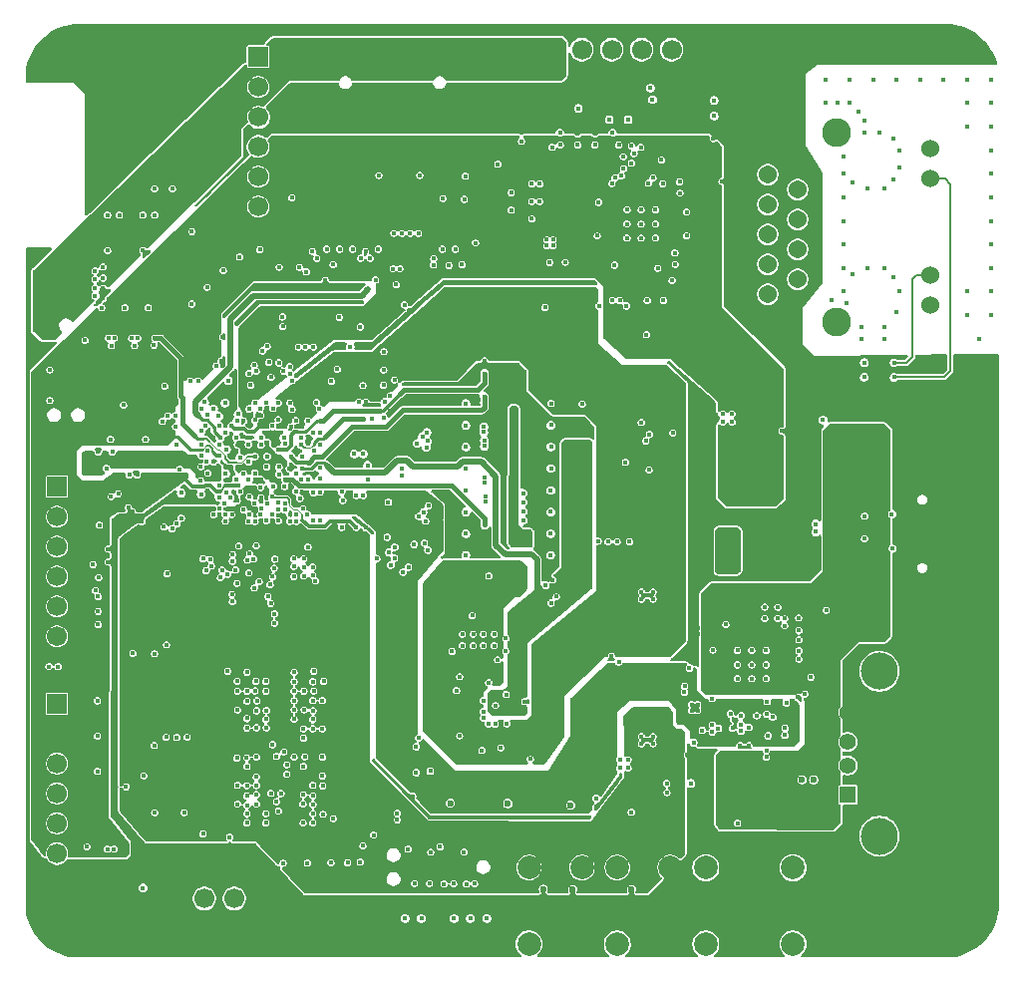
<source format=gbr>
%TF.GenerationSoftware,KiCad,Pcbnew,9.0.1*%
%TF.CreationDate,2026-01-05T16:28:52-05:00*%
%TF.ProjectId,Leonhart,4c656f6e-6861-4727-942e-6b696361645f,rev?*%
%TF.SameCoordinates,Original*%
%TF.FileFunction,Copper,L4,Inr*%
%TF.FilePolarity,Positive*%
%FSLAX46Y46*%
G04 Gerber Fmt 4.6, Leading zero omitted, Abs format (unit mm)*
G04 Created by KiCad (PCBNEW 9.0.1) date 2026-01-05 16:28:52*
%MOMM*%
%LPD*%
G01*
G04 APERTURE LIST*
%TA.AperFunction,HeatsinkPad*%
%ADD10O,2.100000X1.000000*%
%TD*%
%TA.AperFunction,HeatsinkPad*%
%ADD11O,1.600000X1.000000*%
%TD*%
%TA.AperFunction,ComponentPad*%
%ADD12R,1.400000X1.400000*%
%TD*%
%TA.AperFunction,ComponentPad*%
%ADD13C,1.400000*%
%TD*%
%TA.AperFunction,ComponentPad*%
%ADD14C,3.150000*%
%TD*%
%TA.AperFunction,ComponentPad*%
%ADD15C,1.540000*%
%TD*%
%TA.AperFunction,ComponentPad*%
%ADD16C,1.530000*%
%TD*%
%TA.AperFunction,ComponentPad*%
%ADD17C,2.445000*%
%TD*%
%TA.AperFunction,ComponentPad*%
%ADD18C,2.000000*%
%TD*%
%TA.AperFunction,ComponentPad*%
%ADD19R,1.700000X1.700000*%
%TD*%
%TA.AperFunction,ComponentPad*%
%ADD20C,1.700000*%
%TD*%
%TA.AperFunction,ViaPad*%
%ADD21C,0.450000*%
%TD*%
%TA.AperFunction,ViaPad*%
%ADD22C,0.400000*%
%TD*%
%TA.AperFunction,ViaPad*%
%ADD23C,0.600000*%
%TD*%
%TA.AperFunction,Conductor*%
%ADD24C,0.400000*%
%TD*%
%TA.AperFunction,Conductor*%
%ADD25C,0.300000*%
%TD*%
%TA.AperFunction,Conductor*%
%ADD26C,0.100000*%
%TD*%
%TA.AperFunction,Conductor*%
%ADD27C,0.350000*%
%TD*%
%TA.AperFunction,Conductor*%
%ADD28C,0.200000*%
%TD*%
%TA.AperFunction,Conductor*%
%ADD29C,0.250000*%
%TD*%
%TA.AperFunction,Conductor*%
%ADD30C,0.150000*%
%TD*%
%TA.AperFunction,Conductor*%
%ADD31C,0.500000*%
%TD*%
%TA.AperFunction,Conductor*%
%ADD32C,0.360000*%
%TD*%
G04 APERTURE END LIST*
D10*
%TO.N,GND*%
%TO.C,J6001*%
X199645000Y-130640000D03*
D11*
X203825000Y-130640000D03*
D10*
X199645000Y-122000000D03*
D11*
X203825000Y-122000000D03*
%TD*%
D12*
%TO.N,/USB and SD [6]/USB_A_VBUS*%
%TO.C,J6002*%
X193835000Y-148500000D03*
D13*
%TO.N,/USB and SD [6]/USB_A_DN*%
X193835000Y-146000000D03*
%TO.N,/USB and SD [6]/USB_A_DP*%
X193835000Y-144000000D03*
%TO.N,GND*%
X193835000Y-141500000D03*
D14*
%TO.N,N/C*%
X196545000Y-152000000D03*
X196545000Y-138000000D03*
%TD*%
D15*
%TO.N,unconnected-(U5001-VCC-Pad1)*%
%TO.C,U5001*%
X187060000Y-105980000D03*
%TO.N,/Ethernet [5]/ETH_MD0+*%
X189600000Y-104710000D03*
%TO.N,/Ethernet [5]/ETH_MD0-*%
X187060000Y-103440000D03*
%TO.N,/Ethernet [5]/ETH_MD1+*%
X189600000Y-102170000D03*
%TO.N,/Ethernet [5]/ETH_MD2+*%
X187060000Y-100900000D03*
%TO.N,/Ethernet [5]/ETH_MD2-*%
X189600000Y-99630000D03*
%TO.N,/Ethernet [5]/ETH_MD1-*%
X187060000Y-98360000D03*
%TO.N,/Ethernet [5]/ETH_MD3+*%
X189600000Y-97090000D03*
%TO.N,/Ethernet [5]/ETH_MD3-*%
X187060000Y-95820000D03*
%TO.N,GND*%
X189600000Y-94550000D03*
D16*
%TO.N,VDD_3V3*%
X200850000Y-93640000D03*
%TO.N,/Ethernet [5]/ETH_LED_GREEN_K*%
X200850000Y-96180000D03*
%TO.N,/Ethernet [5]/ETH_LED_YELLOW_K*%
X200850000Y-104350000D03*
%TO.N,VDD_3V3*%
X200850000Y-106890000D03*
D17*
%TO.N,N/C*%
X192900000Y-92215000D03*
X192900000Y-108315000D03*
%TD*%
D18*
%TO.N,GND*%
%TO.C,SW7001*%
X178780000Y-154675000D03*
X178780000Y-161175000D03*
%TO.N,PWR_BTN*%
X174280000Y-154675000D03*
X174280000Y-161175000D03*
%TD*%
%TO.N,GND*%
%TO.C,SW7003*%
X186300000Y-154675000D03*
X186300000Y-161175000D03*
%TO.N,USER_BTN*%
X181800000Y-154675000D03*
X181800000Y-161175000D03*
%TD*%
D19*
%TO.N,/Zigbee+Thread [2]/MGM_SPI0_MOSI*%
%TO.C,J2003*%
X143800000Y-85840000D03*
D20*
%TO.N,/Zigbee+Thread [2]/MGM_SPI0_MISO*%
X143800000Y-88380000D03*
%TO.N,/Zigbee+Thread [2]/MGM_SPI0_CLK*%
X143800000Y-90920000D03*
%TO.N,/Zigbee+Thread [2]/MGM_SPI0_CS*%
X143800000Y-93460000D03*
%TO.N,/Zigbee+Thread [2]/MGM_SPI0_IRQ*%
X143800000Y-96000000D03*
%TO.N,GND*%
X143800000Y-98540000D03*
%TD*%
D19*
%TO.N,/Host System [1]/SPI0_MOSI*%
%TO.C,J1004*%
X126700000Y-122340000D03*
D20*
%TO.N,/Host System [1]/SPI0_MISO*%
X126700000Y-124880000D03*
%TO.N,/Host System [1]/SPI0_CLK*%
X126700000Y-127420000D03*
%TO.N,/Host System [1]/SPI0_IRQ*%
X126700000Y-129960000D03*
%TO.N,/Host System [1]/SPI0_CS*%
X126700000Y-132500000D03*
%TO.N,GND*%
X126700000Y-135040000D03*
%TD*%
D18*
%TO.N,GND*%
%TO.C,SW7002*%
X193698402Y-154675000D03*
X193698402Y-161175000D03*
%TO.N,MCU_PORz*%
X189198402Y-154675000D03*
X189198402Y-161175000D03*
%TD*%
D19*
%TO.N,VDD_MGM*%
%TO.C,J2002*%
X168740000Y-85200000D03*
D20*
%TO.N,/Zigbee+Thread [2]/MGM_UART_TXD*%
X171280000Y-85200000D03*
%TO.N,/Zigbee+Thread [2]/MGM_UART_RXD*%
X173820000Y-85200000D03*
%TO.N,/Zigbee+Thread [2]/MGM_UART_RTSn*%
X176360000Y-85200000D03*
%TO.N,/Zigbee+Thread [2]/MGM_UART_CTSn*%
X178900000Y-85200000D03*
%TO.N,GND*%
X181440000Y-85200000D03*
%TD*%
D19*
%TO.N,GND*%
%TO.C,J1003*%
X136680000Y-157290000D03*
D20*
%TO.N,/Host System [1]/UART0_RXD_HEADER*%
X139220000Y-157290000D03*
%TO.N,/Host System [1]/UART0_TXD_HEADER*%
X141760000Y-157290000D03*
%TD*%
D18*
%TO.N,GND*%
%TO.C,SW7004*%
X171280000Y-154675000D03*
X171280000Y-161175000D03*
%TO.N,MGM_RESETn*%
X166780000Y-154675000D03*
X166780000Y-161175000D03*
%TD*%
D19*
%TO.N,GND*%
%TO.C,J1001*%
X126700000Y-140750000D03*
D20*
%TO.N,VDD_3V3*%
X126700000Y-143290000D03*
%TO.N,/Host System [1]/UART5_RXD*%
X126700000Y-145830000D03*
%TO.N,/Host System [1]/UART5_TXD*%
X126700000Y-148370000D03*
%TO.N,/Host System [1]/UART5_CTSn*%
X126700000Y-150910000D03*
%TO.N,/Host System [1]/UART5_RTSn*%
X126700000Y-153450000D03*
%TD*%
D21*
%TO.N,/Host System [1]/SOC_TCK*%
X158440000Y-153360000D03*
X160390000Y-156030000D03*
D22*
%TO.N,/Host System [1]/SOC_TDO*%
X138916774Y-120631772D03*
D21*
X130182899Y-131649604D03*
%TO.N,/Host System [1]/SOC_TMS*%
X162160000Y-156020000D03*
%TO.N,/Host System [1]/SOC_EMU1*%
X161460000Y-156070000D03*
X132840000Y-121330000D03*
D22*
X138916772Y-121798226D03*
D21*
%TO.N,ETH_INTn*%
X156209000Y-106884000D03*
X143008800Y-115713016D03*
X182495000Y-89515000D03*
%TO.N,/Host System [1]/SOC_TRST#*%
X159570000Y-156050000D03*
%TO.N,/Host System [1]/SOC_TDI*%
X130910000Y-120751000D03*
X158340000Y-156010000D03*
X129773000Y-128920000D03*
%TO.N,VDDA_CORE_CSI*%
X162988200Y-115120600D03*
X162988200Y-114650800D03*
X146547845Y-119749932D03*
%TO.N,VDD_1V8*%
X186125000Y-141770000D03*
X166050000Y-130120000D03*
X152675000Y-116510000D03*
X162050000Y-144495000D03*
X171900000Y-105690000D03*
X163400000Y-144475000D03*
X178940000Y-118550000D03*
X140440000Y-121645000D03*
X146048686Y-116759500D03*
X178825000Y-133469446D03*
X174500000Y-145500000D03*
X164360000Y-111300000D03*
X177650000Y-132894446D03*
X172400000Y-106200000D03*
X161808000Y-158980000D03*
X129192157Y-121132157D03*
X179610000Y-118550000D03*
X177650000Y-134044446D03*
X172390000Y-105690000D03*
X178800000Y-134044446D03*
X177075000Y-134044446D03*
X160550000Y-130705000D03*
X141544501Y-117166314D03*
X164130000Y-110790000D03*
X144943281Y-123175887D03*
X165440000Y-111300000D03*
X163196000Y-158980000D03*
X160420000Y-158980000D03*
X158350000Y-130715000D03*
X177650000Y-133469446D03*
X177075000Y-133469446D03*
X129750000Y-120510000D03*
X152030000Y-113890000D03*
X143950827Y-117165829D03*
X159440000Y-130705000D03*
X152120000Y-125780000D03*
X175200000Y-145500000D03*
X179610000Y-119185000D03*
X178225000Y-134044446D03*
X164280000Y-138955000D03*
X129070000Y-120550000D03*
X164950000Y-130705000D03*
X164910000Y-111300000D03*
X179080000Y-113120000D03*
X147496200Y-117219616D03*
X175200000Y-146200000D03*
X178825000Y-132894446D03*
X182500000Y-90830000D03*
X147449919Y-118764271D03*
X166050000Y-130695000D03*
X140451205Y-120774795D03*
X156256000Y-158980000D03*
X174500000Y-146200000D03*
X161276000Y-153360000D03*
X178225000Y-132894446D03*
X126800000Y-137600000D03*
X165670000Y-145465000D03*
X165430000Y-128990000D03*
X178225000Y-133469446D03*
X157644000Y-158980000D03*
X158080000Y-140545000D03*
X163860000Y-130715000D03*
X171910000Y-106200000D03*
X177075000Y-132894446D03*
X187080000Y-143480000D03*
D22*
%TO.N,/Host System [1]/SOC_EMU0*%
X139424654Y-120197784D03*
D21*
X157070000Y-156010000D03*
X129976000Y-131140000D03*
%TO.N,VDDA_1V8_CSIRX*%
X162939600Y-117679800D03*
X162950000Y-117226200D03*
X147553149Y-119768147D03*
%TO.N,VDDR_CORE*%
X188825000Y-141850000D03*
X188825000Y-141300000D03*
X157750000Y-118070000D03*
X189375000Y-141850000D03*
X158060000Y-118970000D03*
X158150000Y-118440000D03*
X143480000Y-119170016D03*
X156920000Y-123630000D03*
X142550174Y-120657526D03*
X142120000Y-118675000D03*
X158110000Y-117710000D03*
X144553000Y-119152403D03*
X189375000Y-141300000D03*
X156930000Y-124210000D03*
X146048360Y-120256058D03*
X157510000Y-123614500D03*
X144500000Y-121205000D03*
X144955390Y-121725034D03*
X156310000Y-123640000D03*
%TO.N,VDD_CORE*%
X184400000Y-129400000D03*
X143500000Y-121168503D03*
X157430000Y-124840000D03*
X144040000Y-118168489D03*
X157820000Y-124470000D03*
X141125002Y-122782707D03*
X182950000Y-127900000D03*
X146055117Y-118704691D03*
X182950000Y-127100000D03*
X184030000Y-116130000D03*
X182950000Y-128650000D03*
X132480000Y-107130000D03*
X144000000Y-122399000D03*
X157990000Y-125240000D03*
X184400000Y-127100000D03*
X182950000Y-129400000D03*
X183675000Y-129400000D03*
X184400000Y-128650000D03*
X142256990Y-119832103D03*
X145544500Y-121263686D03*
X184400000Y-127900000D03*
X183675000Y-127100000D03*
X165612600Y-127234800D03*
X144549000Y-119753000D03*
X145982486Y-118168164D03*
X183240000Y-116840000D03*
X183675000Y-128650000D03*
X183500000Y-134000000D03*
X182950000Y-126340000D03*
X183240000Y-116130000D03*
X165500000Y-119825000D03*
X158240000Y-123930000D03*
X183675000Y-127900000D03*
X166293000Y-126457200D03*
X142959988Y-118732418D03*
X147000000Y-122700016D03*
X166195800Y-127218600D03*
X166779000Y-127218600D03*
X183675000Y-126340000D03*
X184030000Y-116830000D03*
X142544500Y-121223786D03*
X184400000Y-126340000D03*
X165510000Y-116060000D03*
%TO.N,VDDA_PLL0*%
X146046162Y-121676121D03*
X163020600Y-125015400D03*
X163020600Y-125566200D03*
%TO.N,VSYS_5V*%
X196225000Y-123875000D03*
X181800000Y-139700000D03*
X183625000Y-150875000D03*
X196000000Y-129500000D03*
X185750000Y-134100000D03*
X197075000Y-123875000D03*
X192190625Y-118050000D03*
X157280000Y-118640000D03*
X192890625Y-118650000D03*
X192890625Y-118050000D03*
X192890625Y-119250000D03*
X181700000Y-135825000D03*
X192890625Y-117450000D03*
X195250000Y-128800000D03*
X196750000Y-128800000D03*
X196000000Y-128800000D03*
X196750000Y-129500000D03*
X181800000Y-139075000D03*
X192190625Y-117450000D03*
X194500000Y-129500000D03*
X181680000Y-136400000D03*
X185750000Y-133500000D03*
X189775000Y-137700000D03*
X195250000Y-129500000D03*
X195375000Y-123875000D03*
X180770000Y-144030000D03*
X194500000Y-128800000D03*
X183050000Y-150875000D03*
X194525000Y-123875000D03*
X192190625Y-118650000D03*
X192190625Y-119250000D03*
%TO.N,VDD_3V3*%
X185540625Y-122950000D03*
X150720000Y-95140000D03*
X187490625Y-122300000D03*
X147549171Y-120764172D03*
X150130000Y-95140000D03*
X132460000Y-152930000D03*
X186190625Y-121650000D03*
X146570000Y-98580000D03*
X172660000Y-102500000D03*
X142450000Y-104560000D03*
X187490625Y-123600000D03*
X150130000Y-94570000D03*
X181480000Y-92760000D03*
X144630000Y-104050000D03*
X185540625Y-122300000D03*
X186190625Y-122950000D03*
D22*
X142060000Y-122259500D03*
D21*
X171870000Y-118610000D03*
X186190625Y-123600000D03*
X187490625Y-121650000D03*
X142990000Y-104580000D03*
X149600000Y-103945000D03*
X149550000Y-95140000D03*
X184805000Y-141770000D03*
X150720000Y-95710000D03*
X185540625Y-123600000D03*
X171870000Y-119160000D03*
X175660000Y-106490000D03*
X149550000Y-95710000D03*
X166400000Y-141475000D03*
X130200000Y-152190000D03*
X186800000Y-133500000D03*
X150720000Y-94570000D03*
X192030000Y-132800000D03*
X187765625Y-114775000D03*
X143080000Y-117173264D03*
X171310000Y-119160000D03*
X130210000Y-152910000D03*
X186840625Y-123600000D03*
X171310000Y-118610000D03*
X129660000Y-152190000D03*
X144140000Y-104590000D03*
X143560000Y-104580000D03*
X185540625Y-121650000D03*
X146600000Y-110500000D03*
X140497800Y-119714416D03*
X173220000Y-106450000D03*
X186840625Y-122300000D03*
X186190625Y-122300000D03*
X186840625Y-122950000D03*
X140200000Y-110100000D03*
X163900000Y-139975000D03*
X186840625Y-121650000D03*
X132380000Y-116080000D03*
X187490625Y-122950000D03*
X149550000Y-94570000D03*
X150130000Y-95710000D03*
%TO.N,VDDA_1V8*%
X134460000Y-107130000D03*
X166276800Y-125175000D03*
X184790000Y-142520000D03*
X185450000Y-142760000D03*
X163380000Y-129891000D03*
X140460140Y-118763252D03*
X166276800Y-123643000D03*
X166276800Y-122877000D03*
X145082377Y-122275656D03*
X130500000Y-107130000D03*
X184790000Y-143090000D03*
D22*
X141446548Y-123257198D03*
D21*
X166276800Y-124409000D03*
%TO.N,VDD_1V2*%
X145553492Y-143339984D03*
X133170000Y-133120000D03*
X177950000Y-142500000D03*
X149233492Y-143675000D03*
X177375000Y-141925000D03*
X135000000Y-133695000D03*
X149233492Y-142075000D03*
X149320000Y-148555000D03*
X176800000Y-141925000D03*
X178525000Y-141350000D03*
X148412216Y-146858708D03*
X141930000Y-150165000D03*
X177950000Y-141925000D03*
X177950000Y-141350000D03*
X147570000Y-150065000D03*
X176800000Y-142500000D03*
X142989471Y-122464471D03*
X141961746Y-150946746D03*
X145876000Y-150392000D03*
X178550000Y-142500000D03*
X142830000Y-146899700D03*
X148433492Y-143675000D03*
X133140000Y-133755000D03*
X142015717Y-141969283D03*
X141970000Y-148585000D03*
X149233492Y-150875000D03*
X149252911Y-149299700D03*
X176800000Y-141350000D03*
X135970000Y-134545000D03*
X143645087Y-146146799D03*
X142013892Y-137989575D03*
X141910000Y-146245000D03*
X149233492Y-139675000D03*
X177375000Y-141350000D03*
X144540000Y-122675000D03*
X149280000Y-145985000D03*
X178550000Y-141925000D03*
X177375000Y-142500000D03*
X135970000Y-133885000D03*
X140600000Y-144800000D03*
X143579300Y-133210000D03*
%TO.N,ETH_RSTn*%
X168650000Y-115250000D03*
X143150000Y-113700000D03*
X175200000Y-91150000D03*
%TO.N,/Host System [1]/UART0_RXD*%
X130990000Y-153100000D03*
X138946850Y-119661853D03*
%TO.N,VDDA_1V8_OLDI*%
X163085400Y-123600000D03*
X163085400Y-123120000D03*
X147470000Y-121700016D03*
%TO.N,SD_PWR_EN*%
X147300000Y-103675000D03*
X141250000Y-113325000D03*
%TO.N,ETH_MDIO*%
X176916750Y-96550000D03*
X148993000Y-115717000D03*
X151600000Y-110450000D03*
D22*
%TO.N,/Host System [1]/MCU_RESETZ*%
X139503401Y-121179282D03*
D21*
%TO.N,VDDA_1V8_USB*%
X163036800Y-122004800D03*
X148026574Y-121678190D03*
X163036800Y-121535000D03*
%TO.N,/Host System [1]/MCU_RESETSTATz*%
X137115000Y-120833000D03*
X130300000Y-125585000D03*
%TO.N,/Host System [1]/RESET_REQZ*%
X140439013Y-116333095D03*
%TO.N,/Host System [1]/BOOTMODE11*%
X145040000Y-115675000D03*
X161420000Y-122628776D03*
X174260000Y-126990000D03*
%TO.N,EXTINTn*%
X138949751Y-118730035D03*
X189700000Y-136250000D03*
X144550000Y-110400000D03*
%TO.N,RESETSTATz*%
X145575000Y-103675000D03*
X180400000Y-137750000D03*
X173600000Y-91150000D03*
X157425000Y-143650000D03*
X139995600Y-115713016D03*
%TO.N,/Host System [1]/BOOTMODE8*%
X161415000Y-128150000D03*
X144700000Y-111746172D03*
%TO.N,VDDA_1V8_MCU*%
X142953502Y-121714958D03*
X131070000Y-109690000D03*
X131580000Y-109690000D03*
%TO.N,/Host System [1]/BOOTMODE6*%
X143960000Y-115675000D03*
X168625000Y-126297347D03*
%TO.N,VDDA_CORE_USB*%
X147010000Y-121165000D03*
X163004400Y-118401000D03*
X163004400Y-118870800D03*
%TO.N,/Host System [1]/BOOTMODE2*%
X143629545Y-112527276D03*
X168650000Y-118932449D03*
%TO.N,/Host System [1]/BOOTMODE14*%
X161420000Y-117107551D03*
X146467164Y-112706866D03*
%TO.N,I2C0_SDA*%
X147800000Y-110460000D03*
X145860000Y-107900000D03*
X189700000Y-134525000D03*
%TO.N,MCU_PORz*%
X187010000Y-140555000D03*
%TO.N,/Host System [1]/BOOTMODE12*%
X146460000Y-115195000D03*
X161420000Y-120788367D03*
%TO.N,PMIC_LPM_EN0*%
X182400000Y-136200000D03*
X138945000Y-122965000D03*
X172500000Y-148770000D03*
%TO.N,VDD_CANUART*%
X133560000Y-109690000D03*
X140459912Y-123219516D03*
X133050000Y-109700000D03*
%TO.N,/Host System [1]/BOOTMODE5*%
X168635000Y-124456122D03*
X144450827Y-115165829D03*
%TO.N,ETH_MDC*%
X150500000Y-112350000D03*
X177327616Y-96077616D03*
%TO.N,/Host System [1]/BOOTMODE9*%
X144879500Y-113032660D03*
X161420000Y-126309592D03*
%TO.N,PORz_OUT*%
X170975000Y-90200000D03*
X139493400Y-116215216D03*
X174400000Y-137200000D03*
X158400000Y-146475000D03*
%TO.N,/Host System [1]/BOOTMODE15*%
X146650000Y-113300000D03*
X161410000Y-115267143D03*
%TO.N,GND*%
X144031534Y-118763524D03*
X143691170Y-140498984D03*
X150960000Y-110460000D03*
X151390000Y-154260000D03*
X148490000Y-110460000D03*
X160531814Y-102143186D03*
X130000000Y-158200000D03*
X176310000Y-101210000D03*
X135970000Y-143600000D03*
X179980000Y-139780000D03*
D23*
X160100000Y-149200000D03*
D21*
X200500000Y-126350000D03*
X130240000Y-130030000D03*
X180600000Y-140825000D03*
X145000000Y-161770000D03*
X146650000Y-97780000D03*
X142833492Y-150875000D03*
X147998400Y-116733616D03*
X138160000Y-100650000D03*
X164390000Y-144485000D03*
X155000000Y-161770000D03*
X155000000Y-115900000D03*
X189590625Y-118160000D03*
X184475000Y-138625000D03*
X162780000Y-144725000D03*
X150000000Y-113365000D03*
X129250000Y-152910000D03*
X130622843Y-104602843D03*
X132800000Y-155200000D03*
X155000000Y-114600000D03*
X138140000Y-106800000D03*
X200500000Y-127350000D03*
X201500000Y-161770000D03*
X180500000Y-118800000D03*
X176325000Y-144150000D03*
X205750000Y-116500000D03*
X165275000Y-98825000D03*
X134000000Y-99250000D03*
X141946852Y-119268147D03*
X164110000Y-137025000D03*
X149500000Y-104790000D03*
X130620000Y-105460000D03*
X130600000Y-103660000D03*
X167700000Y-98100000D03*
X141530000Y-120675000D03*
X141203492Y-137988984D03*
X204000000Y-114500000D03*
X168670000Y-132200000D03*
X131320000Y-110350000D03*
X135000000Y-97000000D03*
X137760000Y-143600000D03*
X201000000Y-114500000D03*
X136000000Y-90750000D03*
X162910828Y-141413605D03*
X176325000Y-131269446D03*
X141549500Y-131455000D03*
X188530000Y-142820000D03*
X136870000Y-143610000D03*
X186925000Y-136225000D03*
X153600000Y-151900000D03*
X160000000Y-161770000D03*
X186200000Y-94400000D03*
X164820000Y-136280000D03*
X134000000Y-102250000D03*
X143453000Y-130908000D03*
X186925000Y-138625000D03*
X189590625Y-118710000D03*
X130200000Y-132910000D03*
D23*
X168000000Y-156500000D03*
X178000000Y-156500000D03*
D21*
X187480000Y-141900000D03*
X135000000Y-83500000D03*
X139941085Y-118156082D03*
X186200000Y-89350000D03*
X142033492Y-141275000D03*
X141040000Y-116790000D03*
D22*
X142042783Y-123507049D03*
D21*
X132900000Y-159400000D03*
X149271091Y-147726243D03*
X131500000Y-125300000D03*
X150700000Y-102145000D03*
X173500000Y-127000000D03*
X131050000Y-128700000D03*
X178200000Y-106500000D03*
X180900000Y-127800000D03*
X176750000Y-109420000D03*
X166900000Y-145460000D03*
X135000000Y-99250000D03*
X132750000Y-124080000D03*
X139487000Y-123246000D03*
X143040000Y-123175000D03*
X135650000Y-116780000D03*
X159026000Y-159000000D03*
X200500000Y-125350000D03*
X160122461Y-119680000D03*
X180425000Y-122345000D03*
X168109000Y-104994000D03*
X126100000Y-115000000D03*
X180600000Y-134825000D03*
X131000000Y-102250000D03*
X177325000Y-131869446D03*
X160900000Y-143475000D03*
X190725000Y-138494446D03*
X150880000Y-119390000D03*
X180000000Y-139270000D03*
X174789076Y-94275600D03*
X187915000Y-132549446D03*
X133290000Y-110340000D03*
X166420000Y-140565000D03*
X145910000Y-154290000D03*
X148052536Y-118667271D03*
X159770000Y-117350000D03*
X130620000Y-106340000D03*
X147880000Y-104090000D03*
X124500000Y-87750000D03*
X186000000Y-83500000D03*
X155350000Y-128375000D03*
X152460000Y-154200000D03*
X143594000Y-138839000D03*
X128500000Y-87750000D03*
X182440000Y-92760000D03*
X144509318Y-120639590D03*
X185700000Y-138625000D03*
X168790000Y-130240000D03*
X148433492Y-150075000D03*
X152900000Y-125790000D03*
X144014746Y-123265239D03*
X138140000Y-89350000D03*
X154750000Y-126600000D03*
X177325000Y-143550000D03*
X185700000Y-137450000D03*
X176310000Y-100010500D03*
X152930000Y-115120000D03*
X125500000Y-156500000D03*
X134980000Y-136495000D03*
X159970000Y-118040000D03*
X143370000Y-107050000D03*
X157200000Y-144400000D03*
X134000000Y-90750000D03*
X136500000Y-97000000D03*
X174490000Y-106490000D03*
X149970000Y-154250000D03*
X132000000Y-90750000D03*
X139460000Y-105380000D03*
X133110000Y-124460000D03*
X174975000Y-120245000D03*
X141575198Y-115566524D03*
X140780000Y-109590000D03*
X131050000Y-127600000D03*
X147325373Y-123300261D03*
X180900000Y-128800000D03*
X133000000Y-90750000D03*
X189590625Y-119260000D03*
X136050000Y-129700000D03*
X133750000Y-86250000D03*
X132000000Y-157300000D03*
X161300000Y-97910000D03*
X141980000Y-145365000D03*
X131900166Y-122920166D03*
D23*
X193000000Y-156500000D03*
D21*
X146480000Y-124695000D03*
X135788000Y-125731200D03*
X176325000Y-143550000D03*
X164830000Y-135200000D03*
X148049173Y-118165829D03*
X183175000Y-96400000D03*
X159820000Y-125140000D03*
X188510000Y-143430000D03*
X150000000Y-83500000D03*
X176825000Y-143850000D03*
X145500000Y-149870000D03*
X147691000Y-141277000D03*
X140000000Y-83500000D03*
X148433491Y-148561035D03*
X199250000Y-116250000D03*
X184710000Y-144317600D03*
X144035070Y-121714421D03*
X149233492Y-146875000D03*
X136000000Y-135750000D03*
X180425000Y-121245000D03*
X147653492Y-139679984D03*
X134940000Y-110300000D03*
X178500000Y-148300000D03*
X164900000Y-142445000D03*
X139100000Y-151800000D03*
X167700000Y-96600000D03*
X181100000Y-140825000D03*
X170910000Y-92370000D03*
X144853000Y-132230000D03*
X150868000Y-122759000D03*
X163008000Y-111631000D03*
X141370000Y-152080000D03*
X150880000Y-125785000D03*
X149233492Y-145275000D03*
X160630000Y-139640000D03*
X132300000Y-125300000D03*
X130000000Y-161770000D03*
X152680000Y-113720000D03*
X168550000Y-103265000D03*
X141485409Y-119800387D03*
X180225000Y-145119446D03*
X130140000Y-146500000D03*
X180600000Y-134325000D03*
X132500000Y-86250000D03*
X130202000Y-134027000D03*
X168150000Y-107090000D03*
X126500000Y-87750000D03*
X142860000Y-128555000D03*
X171300000Y-117600000D03*
X164840000Y-139975000D03*
X126020000Y-137590000D03*
X149600000Y-102145000D03*
X130140000Y-143500000D03*
X147650500Y-129135000D03*
X148464771Y-122819418D03*
X186925000Y-137450000D03*
X132000000Y-99250000D03*
X148658800Y-130325510D03*
X145554984Y-120627677D03*
X148740000Y-115180000D03*
X169875000Y-103260000D03*
X164140000Y-94930000D03*
X201000000Y-83500000D03*
X130000000Y-83500000D03*
X157510000Y-95880000D03*
X133100000Y-125300000D03*
X145490000Y-116625000D03*
D23*
X189960000Y-147210000D03*
D21*
X175110000Y-100000000D03*
X184060000Y-142830000D03*
X156526000Y-153100000D03*
X155510000Y-105160000D03*
D23*
X182500000Y-156500000D03*
D21*
X150000000Y-161770000D03*
X129500000Y-92500000D03*
X129500000Y-91250000D03*
X142220000Y-102800000D03*
X181500000Y-127800000D03*
X159226000Y-152900000D03*
X176315000Y-116871000D03*
X139490000Y-122685000D03*
X184475000Y-137450000D03*
X143500000Y-116675000D03*
X125500000Y-87750000D03*
X140575000Y-130035000D03*
X149233492Y-140475000D03*
X176310000Y-98800000D03*
D23*
X164980000Y-149220000D03*
D21*
X178140000Y-96580000D03*
X172070000Y-104980000D03*
X142833492Y-146075000D03*
X124500000Y-102250000D03*
X191000000Y-83500000D03*
X200500000Y-124350000D03*
X157200000Y-146600000D03*
X129500000Y-97500000D03*
X134970000Y-144300000D03*
X180600000Y-141325000D03*
X188265625Y-117600000D03*
X159830000Y-123630000D03*
X173870000Y-106490000D03*
D23*
X190950000Y-147210000D03*
D21*
X159830000Y-124330000D03*
X136480000Y-125890000D03*
X145975000Y-144825000D03*
X140820000Y-103950000D03*
X150681734Y-107933834D03*
X181500000Y-128800000D03*
X148390000Y-102320000D03*
X145040000Y-118150016D03*
X186800000Y-132540000D03*
X168740000Y-93500000D03*
X154840000Y-123630000D03*
X160240000Y-136310000D03*
X162890000Y-140475000D03*
X140670000Y-111610000D03*
X126100000Y-112400000D03*
X172500000Y-149500000D03*
X134225000Y-118300000D03*
X162250000Y-101610000D03*
X129500000Y-93750000D03*
X142560000Y-116750016D03*
X129500000Y-98750000D03*
X142970656Y-120215000D03*
X160000000Y-83500000D03*
X177530000Y-98800000D03*
X139360000Y-129455000D03*
X176825000Y-131569446D03*
X131300000Y-123160000D03*
X161380000Y-95950000D03*
X133140000Y-136475000D03*
X196500000Y-161770000D03*
X173800000Y-136700000D03*
X176250000Y-88370000D03*
X200500000Y-128350000D03*
X183890000Y-141610000D03*
X135000000Y-150000000D03*
X142500000Y-153300000D03*
X144859000Y-148369000D03*
X159440000Y-102145000D03*
X133900000Y-125300000D03*
X142820000Y-147710100D03*
X147970000Y-154280000D03*
X195280000Y-126730000D03*
X148433492Y-150875000D03*
X135000000Y-90750000D03*
X161960000Y-133270000D03*
X179575000Y-96425000D03*
X180500000Y-148300000D03*
X152900000Y-102360000D03*
X129500000Y-96250000D03*
X135000000Y-161770000D03*
X174090000Y-96090000D03*
X145730000Y-148372000D03*
X152170000Y-105330000D03*
X155350000Y-113250000D03*
X142033492Y-149275000D03*
X196000000Y-83500000D03*
D23*
X175500000Y-156500000D03*
X190000000Y-156500000D03*
D21*
X138000000Y-113365000D03*
X186975000Y-141650789D03*
X177000000Y-117870000D03*
X163358883Y-138975420D03*
X146035000Y-122290016D03*
X133510000Y-121330000D03*
X153750000Y-104770000D03*
X174400000Y-93300000D03*
X148500000Y-121210016D03*
X151800000Y-102145000D03*
X148900000Y-105500000D03*
X146460000Y-112110000D03*
X143940000Y-102180000D03*
X149233492Y-142875000D03*
X171000000Y-89540000D03*
X140015423Y-120200593D03*
X172390000Y-92370000D03*
X157900000Y-127100000D03*
X158662056Y-103487427D03*
X177530000Y-100010500D03*
X175480000Y-93390000D03*
X165000000Y-161770000D03*
X145350000Y-145225000D03*
X137500000Y-150000000D03*
X190230000Y-139920000D03*
X174410000Y-91220000D03*
X195280000Y-124820000D03*
X143039584Y-118175416D03*
X181100000Y-141325000D03*
X176820000Y-106500000D03*
X132574000Y-147804000D03*
X172000000Y-117600000D03*
X165000000Y-83500000D03*
X189620000Y-140210000D03*
X146990000Y-116705000D03*
X149350600Y-138840000D03*
X181200000Y-128300000D03*
X185450000Y-144320000D03*
X156900000Y-148600000D03*
X154030000Y-95890000D03*
X177530000Y-101210000D03*
X179200000Y-103425000D03*
X175470000Y-149960000D03*
X146440255Y-120779830D03*
X150960000Y-123485000D03*
X185700000Y-136225000D03*
D23*
X170500000Y-156500000D03*
D21*
X153980000Y-102145000D03*
X156541653Y-129141653D03*
X166150000Y-92980000D03*
X176325000Y-131869446D03*
X144010000Y-116255000D03*
X145165000Y-133115000D03*
X189675000Y-133469446D03*
X142033492Y-147675000D03*
X159490000Y-97840000D03*
X145040000Y-118730016D03*
X181100000Y-134825000D03*
X131000000Y-99250000D03*
X146546274Y-117241274D03*
X177325000Y-144150000D03*
X134071000Y-146858000D03*
X147000000Y-119210016D03*
X132360000Y-115380000D03*
X171300000Y-115300000D03*
X140000000Y-161770000D03*
X157280000Y-119760000D03*
X177325000Y-131269446D03*
X176975000Y-120895000D03*
X175110000Y-98789500D03*
X145336000Y-149063000D03*
D23*
X185500000Y-156500000D03*
D21*
X129500000Y-95000000D03*
X181100000Y-134325000D03*
X145000000Y-83500000D03*
X142822405Y-148575697D03*
X145165000Y-133895000D03*
X184170000Y-142080000D03*
X179000000Y-117750000D03*
X205500000Y-156000000D03*
X130140000Y-140500000D03*
X184475000Y-136225000D03*
X130200000Y-119346000D03*
X148016395Y-127444702D03*
X175110000Y-101210000D03*
X150860000Y-120325000D03*
X146660000Y-115755000D03*
X155000000Y-83500000D03*
%TO.N,/Host System [1]/BOOTMODE7*%
X145503600Y-115210816D03*
X168625000Y-128138571D03*
%TO.N,SD_VOLT_SEL*%
X189700000Y-136950000D03*
X144157221Y-110785000D03*
X138940000Y-117580000D03*
%TO.N,/Host System [1]/BOOTMODE10*%
X161415000Y-124469184D03*
X145550000Y-111800000D03*
D22*
%TO.N,/Host System [1]/UART0_TXD*%
X139450829Y-119264172D03*
D21*
X131540003Y-153100000D03*
%TO.N,/Host System [1]/BOOTMODE3*%
X143000000Y-112700000D03*
X168650000Y-120773673D03*
%TO.N,VDDA_PLL2*%
X143516163Y-119746163D03*
X135010000Y-109720000D03*
X135530000Y-109720000D03*
%TO.N,VDDSHV5_SDIO*%
X153130000Y-105540000D03*
X140548745Y-118165875D03*
%TO.N,/Host System [1]/BOOTMODE13*%
X175320000Y-126990000D03*
X145950000Y-112500000D03*
X161420000Y-118947959D03*
%TO.N,VDDA_PLL1*%
X145504984Y-119215000D03*
X163010000Y-113160000D03*
X163010000Y-112700000D03*
%TO.N,EMMC_RSTn*%
X143511000Y-115210816D03*
X168650000Y-117091224D03*
%TO.N,/Host System [1]/MCU_OSC0_XI*%
X136880000Y-125470000D03*
%TO.N,DDR_VPP*%
X141995000Y-138836000D03*
X150170000Y-150500000D03*
X149296746Y-150138254D03*
%TO.N,DDR_VREFCA*%
X152680000Y-152820000D03*
%TO.N,VDD1V0_ETH*%
X168300000Y-101350000D03*
X168830000Y-101350000D03*
X168830000Y-101860000D03*
X180170000Y-101010000D03*
X172700000Y-98164314D03*
X168300000Y-101860000D03*
X177720000Y-103770000D03*
X180160000Y-99007000D03*
%TO.N,VDD3V3_ETH*%
X179600000Y-97375000D03*
X179170000Y-102465000D03*
X177275000Y-89450000D03*
%TO.N,VDD1V8_ETH*%
X173880000Y-92270000D03*
X178940000Y-104790000D03*
X169410000Y-92270000D03*
X172572000Y-101012000D03*
X152450000Y-108750000D03*
X165275000Y-97350000D03*
%TO.N,I2C0_SCL*%
X145870000Y-108715000D03*
X147200000Y-110450000D03*
X189700000Y-135325000D03*
%TO.N,PWR_BTN*%
X181500000Y-143010000D03*
X182350000Y-140310000D03*
%TO.N,VDD_SD*%
X155810000Y-103810000D03*
X155240000Y-103810000D03*
X187900000Y-133510000D03*
X188490000Y-133520000D03*
X188500000Y-134120000D03*
%TO.N,VDD_2V5*%
X155600000Y-150600000D03*
X155600000Y-150050000D03*
X182350000Y-142550000D03*
X182350000Y-143130000D03*
X182860000Y-142840000D03*
%TO.N,/Host System [1]/UART0_RXD_HEADER*%
X134010000Y-156390000D03*
%TO.N,VDD_3V3_SD*%
X155300000Y-100800000D03*
X156000000Y-100800000D03*
X156700000Y-100800000D03*
X157400000Y-100800000D03*
%TO.N,/Host System [1]/MCU_OSC0_XO*%
X137260000Y-124990000D03*
%TO.N,/Host System [1]/BOOTMODE4*%
X143450000Y-112000000D03*
X168631720Y-122633178D03*
D23*
%TO.N,USER_BTN*%
X170320000Y-149370000D03*
D21*
%TO.N,CGND*%
X194250000Y-104250000D03*
X198000000Y-107500000D03*
X206000000Y-103750000D03*
X194000000Y-87750000D03*
X204000000Y-105750000D03*
X192000000Y-87750000D03*
X197000000Y-103750000D03*
X206000000Y-87750000D03*
X193500000Y-97750000D03*
X205000000Y-109750000D03*
X194000000Y-89750000D03*
X196000000Y-87750000D03*
X194750000Y-90500000D03*
X198000000Y-87750000D03*
X193000000Y-89750000D03*
X206000000Y-97750000D03*
X202000000Y-87750000D03*
X197000000Y-97000000D03*
X197750000Y-92750000D03*
X195250000Y-91250000D03*
X195000000Y-109750000D03*
X198250000Y-95250000D03*
X206000000Y-91750000D03*
X204000000Y-89750000D03*
X193750000Y-106750000D03*
X193500000Y-105750000D03*
X204000000Y-107750000D03*
X206000000Y-101750000D03*
X206000000Y-95750000D03*
X194250000Y-96500000D03*
X193500000Y-103750000D03*
X195000000Y-108750000D03*
X204000000Y-91750000D03*
X195250000Y-92250000D03*
X193500000Y-101750000D03*
X197750000Y-104500000D03*
X197000000Y-108750000D03*
X195500000Y-97000000D03*
X193500000Y-95750000D03*
X206000000Y-89750000D03*
X197750000Y-96250000D03*
X196500000Y-92250000D03*
X193500000Y-94250000D03*
X197000000Y-109750000D03*
X195500000Y-103750000D03*
X192000000Y-89750000D03*
X206000000Y-105750000D03*
X206000000Y-107750000D03*
X192500000Y-106500000D03*
X198250000Y-93750000D03*
X206000000Y-93750000D03*
X193500000Y-99750000D03*
X198250000Y-105750000D03*
X206000000Y-99750000D03*
X204000000Y-87750000D03*
X200000000Y-87750000D03*
X206000000Y-101750000D03*
%TO.N,/Host System [1]/SoC_CLKIN*%
X176700000Y-118430000D03*
%TO.N,VDD_MGM*%
X135650000Y-98500000D03*
X136300000Y-98500000D03*
X126370000Y-108930000D03*
X135650000Y-97850000D03*
X136300000Y-97850000D03*
%TO.N,MGM_RESETn*%
X129080000Y-109900000D03*
%TO.N,/Power Circuitry [3]/CAP_VDDS0*%
X141113591Y-119150431D03*
D22*
%TO.N,/Power Circuitry [3]/CAP_VDDS1*%
X141922442Y-118137440D03*
D21*
%TO.N,/Power Circuitry [3]/CAP_VDDS2*%
X147444981Y-118165153D03*
%TO.N,/Power Circuitry [3]/CAP_VDDS3*%
X144992999Y-117168448D03*
%TO.N,/Power Circuitry [3]/CAP_VDDS4*%
X146046586Y-123706046D03*
%TO.N,/Power Circuitry [3]/CAP_VDDS5*%
X140976652Y-117728348D03*
%TO.N,/Power Circuitry [3]/CAP_VDDS6*%
X142000000Y-116735000D03*
%TO.N,/Power Circuitry [3]/CAP_VDDS_MCU*%
X141010000Y-121210016D03*
%TO.N,/Power Circuitry [3]/CAP_VDDS_CANUART*%
X140497724Y-122222234D03*
%TO.N,/Ethernet [5]/ETH_PHYRSTB*%
X178025000Y-94575000D03*
%TO.N,/USB and SD [6]/EMMC_VDDI*%
X160900000Y-138465000D03*
%TO.N,/USB and SD [6]/EMMC_RST_N*%
X162900000Y-141955000D03*
%TO.N,/USB and SD [6]/SD_D2*%
X161090000Y-103450000D03*
X139000000Y-115730000D03*
%TO.N,/USB and SD [6]/SD_D3*%
X159990000Y-103520000D03*
X139240000Y-115150000D03*
%TO.N,/USB and SD [6]/SD_CMD*%
X158690000Y-102930000D03*
X136760000Y-116260000D03*
%TO.N,/USB and SD [6]/SD_CLK*%
X153290000Y-102920000D03*
X135850000Y-113790000D03*
%TO.N,/USB and SD [6]/SD_D0*%
X152480000Y-102920000D03*
X136120000Y-116330000D03*
%TO.N,/USB and SD [6]/SD_D1*%
X136760000Y-117210000D03*
X150150000Y-103450000D03*
%TO.N,/USB and SD [6]/SD_CD*%
X139262983Y-117134820D03*
X148770000Y-102930000D03*
%TO.N,/USB and SD [6]/USB_C_CC1*%
X197600000Y-127570000D03*
%TO.N,/USB and SD [6]/USB_C_CC2*%
X197590000Y-124650000D03*
%TO.N,/USB and SD [6]/USB0_DN*%
X155958000Y-121378500D03*
X191128000Y-126150100D03*
%TO.N,/USB and SD [6]/USB0_DP*%
X191128000Y-125489900D03*
X155958000Y-120801500D03*
%TO.N,/USB and SD [6]/USB1_DP*%
X186933000Y-144711500D03*
X152131500Y-123051000D03*
%TO.N,/USB and SD [6]/USB1_DN*%
X152708500Y-123051000D03*
X186933000Y-145288500D03*
%TO.N,/Ethernet [5]/ETH_INTB*%
X174050000Y-103500000D03*
X177090000Y-88450000D03*
%TO.N,/Power Circuitry [3]/VDDA_SYS_MON*%
X141600000Y-132075000D03*
D22*
X141904578Y-121690000D03*
%TO.N,/Power Circuitry [3]/VDD_SoC_VPP*%
X142263377Y-122737693D03*
D21*
X137260000Y-122850000D03*
%TO.N,/Power Circuitry [3]/VDD_3V3_EN*%
X188625000Y-140675000D03*
X191750000Y-116650000D03*
%TO.N,/Memory [4]/DDR_CLKP*%
X143051747Y-128018769D03*
X143633493Y-142788964D03*
%TO.N,/Memory [4]/DDR_CLKN*%
X142819485Y-142806035D03*
X143410500Y-128470016D03*
%TO.N,/Memory [4]/DDR_ALERTn*%
X142032492Y-139679984D03*
X145500000Y-125220016D03*
%TO.N,/Ethernet [5]/ETH_RD3*%
X148552787Y-119265016D03*
X172380000Y-93290000D03*
%TO.N,/Ethernet [5]/ETH_RD1*%
X169440000Y-93290000D03*
X149031594Y-117714802D03*
%TO.N,/Ethernet [5]/ETH_RD0*%
X167020000Y-96590000D03*
X148474673Y-117724302D03*
%TO.N,/Ethernet [5]/ETH_RD2*%
X170920000Y-93290000D03*
X149000000Y-118715000D03*
%TO.N,/Ethernet [5]/ETH_RXC*%
X167020000Y-99570000D03*
X152710000Y-119530000D03*
%TO.N,/Ethernet [5]/ETH_RX_CTL*%
X167020000Y-98100000D03*
X151930000Y-119540000D03*
%TO.N,/Ethernet [5]/ETH_PHY_TD0*%
X154450000Y-112400000D03*
X174800000Y-95325000D03*
%TO.N,/Ethernet [5]/ETH_PHY_TD1*%
X175475000Y-94850000D03*
X154462300Y-110850000D03*
%TO.N,/Ethernet [5]/ETH_PHY_TD2*%
X175700000Y-94025000D03*
X154450000Y-116500000D03*
%TO.N,/Ethernet [5]/ETH_PHY_TD3*%
X176275000Y-93500000D03*
X153425000Y-116512300D03*
%TO.N,/Ethernet [5]/ETH_PHY_TXC*%
X154525000Y-115100000D03*
X173825000Y-96575000D03*
%TO.N,/Ethernet [5]/ETH_PHY_TX_CTL*%
X154425000Y-113700000D03*
X174625000Y-95925000D03*
%TO.N,/Ethernet [5]/ETH_CFG_EXIT{slash}LED0*%
X195260000Y-113020000D03*
X172730000Y-106970000D03*
%TO.N,/Ethernet [5]/ETH_CFG_LDO1{slash}LED2*%
X195260000Y-111800000D03*
X175070000Y-106970000D03*
%TO.N,/Ethernet [5]/ETH_LED_GREEN_K*%
X197790000Y-113030000D03*
%TO.N,/Ethernet [5]/ETH_LED_YELLOW_K*%
X197790000Y-111800000D03*
%TO.N,/USB and SD [6]/EMMC_CLK*%
X153850000Y-128425000D03*
X163920000Y-142485000D03*
%TO.N,/USB and SD [6]/USB0_VBUS*%
X153080000Y-120495000D03*
X149002800Y-120718816D03*
%TO.N,/USB and SD [6]/EMMC_D7*%
X163830000Y-134835000D03*
X157025000Y-127225000D03*
%TO.N,/USB and SD [6]/EMMC_D6*%
X149036772Y-125226060D03*
X162900000Y-134835000D03*
%TO.N,/USB and SD [6]/EMMC_D5*%
X162040000Y-134835000D03*
X155390000Y-127445000D03*
%TO.N,/USB and SD [6]/EMMC_D4*%
X154850000Y-127895000D03*
X161130000Y-134835000D03*
%TO.N,/USB and SD [6]/EMMC_D3*%
X161130000Y-135815000D03*
X147980000Y-124705000D03*
%TO.N,/USB and SD [6]/EMMC_D2*%
X148470000Y-125225000D03*
X163830000Y-135815000D03*
%TO.N,/USB and SD [6]/EMMC_D1*%
X156090000Y-129572800D03*
X162900000Y-135815000D03*
%TO.N,/USB and SD [6]/EMMC_D0*%
X155050000Y-128975000D03*
X162040000Y-135815000D03*
%TO.N,/USB and SD [6]/EMMC_CMD*%
X163350000Y-142475000D03*
X147027807Y-125259754D03*
X158213000Y-127700000D03*
%TO.N,/USB and SD [6]/USB0_RCALIB*%
X153090000Y-121726000D03*
%TO.N,/USB and SD [6]/USB1_RCALIB*%
X149020000Y-122775000D03*
%TO.N,/USB and SD [6]/EMMC_DS*%
X163940000Y-140895000D03*
%TO.N,/USB and SD [6]/USB1_VBUS*%
X149000000Y-121670500D03*
X184490000Y-150890000D03*
X169110000Y-131660000D03*
X168200000Y-130730000D03*
%TO.N,/USB and SD [6]/USB1_DRVVBUS*%
X172660000Y-126940000D03*
X152350000Y-115120000D03*
X178470000Y-147520000D03*
X140491466Y-117175195D03*
X180530000Y-147525000D03*
%TO.N,/Memory [4]/DDR_BG0*%
X148449612Y-141341518D03*
X145000000Y-124710016D03*
%TO.N,/Memory [4]/DDR_A12*%
X144433492Y-142075000D03*
X145453003Y-123667420D03*
%TO.N,/Memory [4]/DDR_A15_CAS*%
X143530518Y-125278062D03*
X143645626Y-141346162D03*
%TO.N,/Memory [4]/DDR_DQ15*%
X147650000Y-128445000D03*
X143633492Y-148475000D03*
%TO.N,/Memory [4]/DDR_A7*%
X144800000Y-130635000D03*
X143523373Y-139661483D03*
%TO.N,/Memory [4]/DDR_ACTn*%
X144065781Y-124157550D03*
X146833492Y-142075000D03*
%TO.N,/Memory [4]/DDR_DQ4*%
X147744405Y-145256666D03*
X140730000Y-129405000D03*
%TO.N,/Memory [4]/DDR_DQ5*%
X140510000Y-124210016D03*
X142812999Y-145336548D03*
%TO.N,/Memory [4]/DDR_UDQS_N*%
X146820000Y-129081000D03*
X144433492Y-150875000D03*
%TO.N,/Memory [4]/DDR_A6*%
X148509237Y-139666706D03*
X145150000Y-129235000D03*
%TO.N,/Memory [4]/DDR_UDQS_P*%
X144433492Y-150075000D03*
X146820000Y-128445000D03*
%TO.N,/Memory [4]/DDR_DQ3*%
X143633492Y-145275000D03*
X141000000Y-125250016D03*
%TO.N,/Memory [4]/DDR_LDM*%
X141550000Y-124675000D03*
X143633492Y-147675000D03*
%TO.N,/Memory [4]/DDR_ODT*%
X147633492Y-142875000D03*
X141630000Y-128065000D03*
%TO.N,/Memory [4]/DDR_A3*%
X144482746Y-141324254D03*
X143048747Y-124669895D03*
%TO.N,/Memory [4]/DDR_A9*%
X143965561Y-124690135D03*
X144434492Y-138849000D03*
%TO.N,/Memory [4]/DDR_CSn*%
X142549173Y-124264171D03*
X144480000Y-142795000D03*
%TO.N,/Memory [4]/DDR_A13*%
X142833492Y-138075000D03*
X145020000Y-129965000D03*
%TO.N,/Memory [4]/DDR_DQ11*%
X146036301Y-124262953D03*
X143633492Y-149275000D03*
%TO.N,/Memory [4]/DDR_BA1*%
X143875287Y-130360287D03*
X142841000Y-140546000D03*
%TO.N,/Memory [4]/DDR_DQ10*%
X147650000Y-129895000D03*
X147590000Y-149255000D03*
%TO.N,/Memory [4]/DDR_A14_WEn*%
X148433492Y-142075000D03*
X144490000Y-125210016D03*
%TO.N,/Memory [4]/DDR_DQ7*%
X145000543Y-144227949D03*
X139820000Y-129045000D03*
%TO.N,/Memory [4]/DDR_A1*%
X141886871Y-129392395D03*
X144433492Y-139675000D03*
%TO.N,/Memory [4]/DDR_CKE*%
X148433492Y-142875000D03*
X141600000Y-128645000D03*
%TO.N,/Memory [4]/DDR_A16_RAS*%
X142833491Y-141988965D03*
X143490000Y-123710016D03*
%TO.N,/Memory [4]/DDR_A8*%
X148433492Y-138875000D03*
X144610672Y-131636372D03*
%TO.N,/Memory [4]/DDR_UDM*%
X148433492Y-147675000D03*
X147046654Y-124703070D03*
%TO.N,/Memory [4]/DDR_DQ0*%
X140990000Y-124680016D03*
X147633492Y-146075000D03*
%TO.N,/Memory [4]/DDR_LDQS_N*%
X139110000Y-128430016D03*
X146223492Y-146735000D03*
%TO.N,/Memory [4]/DDR_DQ9*%
X146465218Y-125262834D03*
X142833492Y-150075000D03*
%TO.N,/Memory [4]/DDR_A11*%
X144549999Y-123771250D03*
X148500000Y-137979400D03*
%TO.N,/Memory [4]/DDR_DQ2*%
X140000000Y-124710016D03*
X146833492Y-145275000D03*
%TO.N,/Memory [4]/DDR_LDQS_P*%
X146213492Y-145935000D03*
X139714595Y-128492117D03*
%TO.N,/Memory [4]/DDR_A2*%
X146833492Y-138875000D03*
X142990000Y-129655000D03*
%TO.N,/Memory [4]/DDR_A10*%
X145459847Y-124263279D03*
X146833492Y-141275000D03*
%TO.N,/Memory [4]/DDR_A0*%
X142136000Y-127366227D03*
X146833492Y-139675000D03*
%TO.N,/Memory [4]/DDR_A5*%
X141980000Y-130515000D03*
X142833492Y-139675000D03*
%TO.N,/Memory [4]/DDR_DQ14*%
X147633492Y-148475000D03*
X148410000Y-129125000D03*
%TO.N,/Memory [4]/DDR_DQ6*%
X141180000Y-129755000D03*
X147633492Y-143675000D03*
%TO.N,/Memory [4]/DDR_PARITY*%
X146833492Y-138075000D03*
X145205000Y-128455000D03*
%TO.N,/Memory [4]/DDR_DQ1*%
X143633494Y-146961036D03*
D22*
X140941085Y-123773915D03*
D21*
%TO.N,/Memory [4]/DDR_A4*%
X146833492Y-140475000D03*
X142960819Y-125251685D03*
%TO.N,/Memory [4]/DDR_DQ8*%
X146810000Y-129935000D03*
X147600000Y-150855000D03*
D22*
%TO.N,/Memory [4]/DDR_DQ13*%
X147577952Y-124164974D03*
D21*
X142833494Y-149361036D03*
%TO.N,/Memory [4]/DDR_DQ12*%
X148440000Y-149305000D03*
X148410000Y-129835000D03*
%TO.N,/Memory [4]/DDR_BA0*%
X148433492Y-140475000D03*
X143630000Y-127325000D03*
%TO.N,/Host System [1]/UART5_TXD*%
X131390000Y-119346000D03*
X138675585Y-113355585D03*
%TO.N,/Host System [1]/UART5_RTSn*%
X140990000Y-115210000D03*
%TO.N,/Host System [1]/UART5_RXD*%
X142091858Y-116168474D03*
%TO.N,/Host System [1]/UART5_CTSn*%
X140210000Y-112080000D03*
%TO.N,/Host System [1]/SPI0_IRQ*%
X136880000Y-118725216D03*
X131250000Y-118300000D03*
%TO.N,/Zigbee+Thread [2]/MGM_UART_RXD*%
X129940000Y-104720000D03*
%TO.N,/Zigbee+Thread [2]/MGM_UART_TXD*%
X129940000Y-104010000D03*
%TO.N,/Zigbee+Thread [2]/MGM_UART_RTSn*%
X129940000Y-105460000D03*
%TO.N,/Zigbee+Thread [2]/MGM_UART_CTSn*%
X129940000Y-106100000D03*
%TD*%
D24*
%TO.N,VDDA_CORE_CSI*%
X151725000Y-117250000D02*
X154650000Y-117250000D01*
X147990000Y-120244147D02*
X148080853Y-120244147D01*
X162988200Y-114650800D02*
X162988200Y-115120600D01*
X148525000Y-119800000D02*
X149175000Y-119800000D01*
X162750000Y-115830000D02*
X162988200Y-115591800D01*
D25*
X147042060Y-120244147D02*
X147990000Y-120244147D01*
D24*
X148080853Y-120244147D02*
X148525000Y-119800000D01*
X154650000Y-117250000D02*
X156070000Y-115830000D01*
X162988200Y-115591800D02*
X162988200Y-115120600D01*
D25*
X146547845Y-119749932D02*
X147042060Y-120244147D01*
D24*
X149175000Y-119800000D02*
X151725000Y-117250000D01*
X156070000Y-115830000D02*
X162750000Y-115830000D01*
D26*
%TO.N,VDD_1V8*%
X147896791Y-119043271D02*
X148208281Y-119043271D01*
D27*
X143442392Y-117674264D02*
X143950827Y-117165829D01*
D26*
X147840000Y-119043271D02*
X147843271Y-119040000D01*
D24*
X152675000Y-116510000D02*
X150980273Y-116510000D01*
D28*
X147728919Y-119043271D02*
X147449919Y-118764271D01*
D27*
X141798187Y-117420000D02*
X142610000Y-117420000D01*
D28*
X147530000Y-124654670D02*
X147530000Y-125150000D01*
D26*
X147102665Y-124227335D02*
X147530000Y-124654670D01*
D29*
X148520000Y-118557189D02*
X148520000Y-118731552D01*
D25*
X149430000Y-125730000D02*
X149930000Y-125230000D01*
D30*
X146420000Y-123440000D02*
X146450000Y-123470000D01*
D29*
X149259575Y-118230698D02*
X148846491Y-118230698D01*
D25*
X147530000Y-125150000D02*
X148110000Y-125730000D01*
D26*
X148208281Y-119043271D02*
X148520000Y-118731552D01*
D28*
X146210000Y-123230000D02*
X146420000Y-123440000D01*
D27*
X141544501Y-117166314D02*
X141798187Y-117420000D01*
D28*
X144997394Y-123230000D02*
X146210000Y-123230000D01*
D25*
X151570000Y-125230000D02*
X152120000Y-125780000D01*
D26*
X147843271Y-119040000D02*
X147893520Y-119040000D01*
X146440000Y-123660000D02*
X146440000Y-123950000D01*
D27*
X142864264Y-117674264D02*
X143442392Y-117674264D01*
D26*
X146717335Y-124227335D02*
X147102665Y-124227335D01*
D29*
X149425137Y-118065137D02*
X149259575Y-118230698D01*
D24*
X150980273Y-116510000D02*
X149425137Y-118065137D01*
D25*
X148110000Y-125730000D02*
X149430000Y-125730000D01*
D26*
X146440000Y-123950000D02*
X146717335Y-124227335D01*
D30*
X146450000Y-123470000D02*
X146450000Y-123650000D01*
D28*
X144943281Y-123175887D02*
X144997394Y-123230000D01*
D27*
X142610000Y-117420000D02*
X142864264Y-117674264D01*
D25*
X149930000Y-125230000D02*
X151570000Y-125230000D01*
D26*
X146450000Y-123650000D02*
X146440000Y-123660000D01*
D29*
X148846491Y-118230698D02*
X148520000Y-118557189D01*
D26*
X147893520Y-119040000D02*
X147896791Y-119043271D01*
D28*
X147840000Y-119043271D02*
X147728919Y-119043271D01*
D24*
%TO.N,VDDA_PLL0*%
X151103877Y-122251000D02*
X151078893Y-122226016D01*
X160256200Y-122251000D02*
X151103877Y-122251000D01*
X147226016Y-122226016D02*
X146676121Y-121676121D01*
X163020600Y-125015400D02*
X160256200Y-122251000D01*
X146676121Y-121676121D02*
X146046162Y-121676121D01*
X151078893Y-122226016D02*
X147226016Y-122226016D01*
X163020600Y-125566200D02*
X163020600Y-125015400D01*
D31*
%TO.N,VDD_3V3*%
X149600000Y-120525000D02*
X150200000Y-121125000D01*
D29*
X139876829Y-119346829D02*
X140244416Y-119714416D01*
D25*
X138190000Y-122300000D02*
X137270000Y-121380000D01*
D29*
X148310828Y-120764172D02*
X147549171Y-120764172D01*
D31*
X164750000Y-128075000D02*
X167025000Y-128075000D01*
D25*
X140567058Y-122720000D02*
X140200000Y-122720000D01*
D30*
X141027558Y-122259500D02*
X140597058Y-122690000D01*
D31*
X156425000Y-120100000D02*
X156900000Y-120575000D01*
D29*
X148807184Y-120267816D02*
X148310828Y-120764172D01*
D31*
X160735000Y-120575000D02*
X161110000Y-120200000D01*
X163975000Y-121450000D02*
X163975000Y-127300000D01*
D25*
X140597058Y-122690000D02*
X140567058Y-122720000D01*
D29*
X139028612Y-119190000D02*
X138050000Y-119190000D01*
D31*
X163975000Y-127300000D02*
X164750000Y-128075000D01*
X162725000Y-120200000D02*
X163975000Y-121450000D01*
D28*
X139398612Y-118820000D02*
X139610000Y-118820000D01*
D29*
X138050000Y-119190000D02*
X136940000Y-118080000D01*
X136940000Y-118080000D02*
X136600000Y-118080000D01*
D28*
X139610000Y-118820000D02*
X139876829Y-119086829D01*
D31*
X150200000Y-121125000D02*
X154575000Y-121125000D01*
X167025000Y-128075000D02*
X167475000Y-128525000D01*
D29*
X149600000Y-120525000D02*
X149342816Y-120267816D01*
D25*
X139688166Y-122210000D02*
X139687166Y-122209000D01*
X139690000Y-122210000D02*
X139688166Y-122210000D01*
X139687166Y-122209000D02*
X139292834Y-122209000D01*
D31*
X161110000Y-120200000D02*
X162725000Y-120200000D01*
D29*
X149342816Y-120267816D02*
X148807184Y-120267816D01*
X140244416Y-119714416D02*
X140497800Y-119714416D01*
D31*
X156900000Y-120575000D02*
X160735000Y-120575000D01*
X154575000Y-121125000D02*
X155600000Y-120100000D01*
D25*
X139292834Y-122209000D02*
X139201834Y-122300000D01*
D31*
X155600000Y-120100000D02*
X156425000Y-120100000D01*
X167475000Y-128525000D02*
X167475000Y-131250000D01*
D28*
X139876829Y-119086829D02*
X139876829Y-119346829D01*
D25*
X139201834Y-122300000D02*
X138190000Y-122300000D01*
X140200000Y-122720000D02*
X139690000Y-122210000D01*
D32*
X142060000Y-122259500D02*
X141027558Y-122259500D01*
D26*
X139028612Y-119190000D02*
X139398612Y-118820000D01*
%TO.N,VDDA_PLL2*%
X140284220Y-119139252D02*
X139627484Y-118482516D01*
D30*
X141270000Y-120260000D02*
X141218103Y-120208103D01*
D24*
X137320000Y-114740000D02*
X137180000Y-114600000D01*
X137180000Y-114600000D02*
X137180000Y-111370000D01*
D30*
X142040000Y-120260000D02*
X141270000Y-120260000D01*
D24*
X137320000Y-116950000D02*
X137320000Y-114740000D01*
D26*
X142874675Y-119746163D02*
X142360838Y-120260000D01*
X140454381Y-119139252D02*
X140284220Y-119139252D01*
D30*
X139364968Y-118220000D02*
X139110000Y-118220000D01*
D29*
X139110000Y-118220000D02*
X138590000Y-118220000D01*
D28*
X143516163Y-119746163D02*
X142874675Y-119746163D01*
D30*
X139627484Y-118482516D02*
X139364968Y-118220000D01*
D24*
X138335000Y-117965000D02*
X137320000Y-116950000D01*
D30*
X140960000Y-119950000D02*
X140960000Y-119644871D01*
X141218103Y-120208103D02*
X140960000Y-119950000D01*
D24*
X137180000Y-111370000D02*
X135530000Y-109720000D01*
D26*
X140960000Y-119644871D02*
X140454381Y-119139252D01*
X142360838Y-120260000D02*
X142040000Y-120260000D01*
D29*
X138590000Y-118220000D02*
X138335000Y-117965000D01*
D24*
X135010000Y-109720000D02*
X135530000Y-109720000D01*
D29*
%TO.N,VDDSHV5_SDIO*%
X138675000Y-116275000D02*
X139066216Y-116666216D01*
X139432190Y-116666216D02*
X140040466Y-117274492D01*
D31*
X141400000Y-112175412D02*
X138424000Y-115151412D01*
X141400000Y-108100000D02*
X141400000Y-112175412D01*
X152560000Y-106110000D02*
X143390000Y-106110000D01*
X143390000Y-106110000D02*
X141400000Y-108100000D01*
D29*
X140040466Y-117274492D02*
X140040466Y-117617652D01*
D31*
X138424000Y-115151412D02*
X138424000Y-116024000D01*
D29*
X140040466Y-117617652D02*
X140548745Y-118125931D01*
X140548745Y-118125931D02*
X140548745Y-118165875D01*
D31*
X138424000Y-116024000D02*
X138675000Y-116275000D01*
X153130000Y-105540000D02*
X152560000Y-106110000D01*
D29*
X139066216Y-116666216D02*
X139432190Y-116666216D01*
%TO.N,VDDA_PLL1*%
X154122189Y-115880000D02*
X154382189Y-115880000D01*
D24*
X154122189Y-115880000D02*
X150130000Y-115880000D01*
D29*
X148780000Y-116700000D02*
X149030000Y-116700000D01*
D24*
X149310000Y-116700000D02*
X149030000Y-116700000D01*
D29*
X147800000Y-117680000D02*
X148780000Y-116700000D01*
D25*
X146217974Y-119215000D02*
X146590000Y-118842974D01*
X145504984Y-119215000D02*
X146217974Y-119215000D01*
D24*
X156156095Y-114106095D02*
X162433905Y-114106095D01*
D25*
X146590000Y-117950000D02*
X146860000Y-117680000D01*
D24*
X155811095Y-114451095D02*
X156156095Y-114106095D01*
D25*
X146590000Y-118842974D02*
X146590000Y-117950000D01*
D29*
X147060000Y-117680000D02*
X147800000Y-117680000D01*
D24*
X150130000Y-115880000D02*
X149310000Y-116700000D01*
X163010000Y-113530000D02*
X163010000Y-113160000D01*
X163010000Y-112700000D02*
X163010000Y-113160000D01*
D25*
X146860000Y-117680000D02*
X147060000Y-117680000D01*
D29*
X154382189Y-115880000D02*
X155811095Y-114451095D01*
D24*
X162433905Y-114106095D02*
X163010000Y-113530000D01*
D28*
%TO.N,/Ethernet [5]/ETH_LED_GREEN_K*%
X202090000Y-96180000D02*
X200850000Y-96180000D01*
X202040000Y-113030000D02*
X202550000Y-112520000D01*
X197790000Y-113030000D02*
X202040000Y-113030000D01*
X202550000Y-96640000D02*
X202090000Y-96180000D01*
X202550000Y-112520000D02*
X202550000Y-96640000D01*
%TO.N,/Ethernet [5]/ETH_LED_YELLOW_K*%
X199340000Y-111300000D02*
X199340000Y-104660000D01*
X198840000Y-111800000D02*
X199340000Y-111300000D01*
X199340000Y-104660000D02*
X199650000Y-104350000D01*
X199650000Y-104350000D02*
X200850000Y-104350000D01*
X197790000Y-111800000D02*
X198840000Y-111800000D01*
%TD*%
%TA.AperFunction,Conductor*%
%TO.N,GND*%
G36*
X202202702Y-83036151D02*
G01*
X202586770Y-83052920D01*
X202597503Y-83053860D01*
X202975963Y-83103685D01*
X202986602Y-83105561D01*
X203359274Y-83188180D01*
X203369706Y-83190976D01*
X203733760Y-83305762D01*
X203743910Y-83309456D01*
X204096571Y-83455534D01*
X204106363Y-83460101D01*
X204444948Y-83636357D01*
X204454295Y-83641754D01*
X204742474Y-83825345D01*
X204776226Y-83846848D01*
X204785087Y-83853052D01*
X205087930Y-84085433D01*
X205096204Y-84092377D01*
X205377621Y-84350249D01*
X205385260Y-84357887D01*
X205444799Y-84422863D01*
X205643147Y-84639324D01*
X205650100Y-84647611D01*
X205713488Y-84730220D01*
X205880450Y-84947812D01*
X205882458Y-84950428D01*
X205888657Y-84959280D01*
X205979232Y-85101456D01*
X206093753Y-85281219D01*
X206099162Y-85290588D01*
X206275413Y-85629167D01*
X206279983Y-85638969D01*
X206426047Y-85991603D01*
X206426050Y-85991609D01*
X206429750Y-86001774D01*
X206535984Y-86338713D01*
X206537369Y-86408569D01*
X206500768Y-86468085D01*
X206437800Y-86498364D01*
X206417723Y-86500000D01*
X191250000Y-86500000D01*
X190918111Y-86748917D01*
X190250000Y-87249999D01*
X190250000Y-87250000D01*
X190250000Y-93392857D01*
X191517079Y-95383982D01*
X191730614Y-95719536D01*
X191750000Y-95786109D01*
X191750000Y-104956541D01*
X191730315Y-105023580D01*
X191722871Y-105033949D01*
X190000000Y-107189998D01*
X190000000Y-107190000D01*
X190000000Y-110250000D01*
X190999694Y-111225568D01*
X198857740Y-111127095D01*
X198925018Y-111145938D01*
X198971431Y-111198164D01*
X198982240Y-111267193D01*
X198954014Y-111331107D01*
X198946972Y-111338766D01*
X198772558Y-111513181D01*
X198711235Y-111546666D01*
X198684877Y-111549500D01*
X198121899Y-111549500D01*
X198054860Y-111529815D01*
X198034218Y-111513181D01*
X198020563Y-111499526D01*
X198020562Y-111499525D01*
X197934938Y-111450090D01*
X197839435Y-111424500D01*
X197740565Y-111424500D01*
X197645062Y-111450090D01*
X197645060Y-111450091D01*
X197645059Y-111450091D01*
X197559436Y-111499526D01*
X197489526Y-111569436D01*
X197440091Y-111655059D01*
X197440091Y-111655060D01*
X197440090Y-111655062D01*
X197414500Y-111750565D01*
X197414500Y-111849435D01*
X197440090Y-111944938D01*
X197489525Y-112030562D01*
X197559438Y-112100475D01*
X197645062Y-112149910D01*
X197740565Y-112175500D01*
X197740567Y-112175500D01*
X197839432Y-112175500D01*
X197839435Y-112175500D01*
X197934938Y-112149910D01*
X198020562Y-112100475D01*
X198034218Y-112086819D01*
X198095541Y-112053334D01*
X198121899Y-112050500D01*
X198889826Y-112050500D01*
X198889828Y-112050500D01*
X198981897Y-112012364D01*
X199481895Y-111512364D01*
X199481897Y-111512364D01*
X199552364Y-111441897D01*
X199575991Y-111384857D01*
X199590501Y-111349828D01*
X199590501Y-111250172D01*
X199590501Y-111240368D01*
X199610186Y-111173329D01*
X199662990Y-111127574D01*
X199712942Y-111116379D01*
X202173950Y-111085539D01*
X202241227Y-111104381D01*
X202287640Y-111156607D01*
X202299500Y-111209528D01*
X202299500Y-112364877D01*
X202279815Y-112431916D01*
X202263181Y-112452558D01*
X201972558Y-112743181D01*
X201911235Y-112776666D01*
X201884877Y-112779500D01*
X198121899Y-112779500D01*
X198054860Y-112759815D01*
X198034218Y-112743181D01*
X198020563Y-112729526D01*
X198020562Y-112729525D01*
X197934938Y-112680090D01*
X197839435Y-112654500D01*
X197740565Y-112654500D01*
X197645062Y-112680090D01*
X197645060Y-112680091D01*
X197645059Y-112680091D01*
X197559436Y-112729526D01*
X197489526Y-112799436D01*
X197440091Y-112885059D01*
X197440091Y-112885060D01*
X197440090Y-112885062D01*
X197414500Y-112980565D01*
X197414500Y-113079435D01*
X197440090Y-113174938D01*
X197440091Y-113174939D01*
X197440091Y-113174940D01*
X197443047Y-113180060D01*
X197489525Y-113260562D01*
X197559438Y-113330475D01*
X197645062Y-113379910D01*
X197740565Y-113405500D01*
X197740567Y-113405500D01*
X197839432Y-113405500D01*
X197839435Y-113405500D01*
X197934938Y-113379910D01*
X198020562Y-113330475D01*
X198034218Y-113316819D01*
X198095541Y-113283334D01*
X198121899Y-113280500D01*
X202089826Y-113280500D01*
X202089828Y-113280500D01*
X202181897Y-113242364D01*
X202674457Y-112749801D01*
X202674460Y-112749800D01*
X202691896Y-112732364D01*
X202691897Y-112732364D01*
X202762364Y-112661897D01*
X202800500Y-112569828D01*
X202800500Y-111200142D01*
X202820185Y-111133103D01*
X202872989Y-111087348D01*
X202922939Y-111076153D01*
X206573950Y-111030401D01*
X206641227Y-111049243D01*
X206687640Y-111101469D01*
X206699500Y-111154390D01*
X206699500Y-157734110D01*
X206699498Y-157734118D01*
X206699499Y-157763907D01*
X206699499Y-157769289D01*
X206699499Y-157797306D01*
X206699381Y-157802715D01*
X206682620Y-158186765D01*
X206681677Y-158197541D01*
X206631863Y-158575971D01*
X206629985Y-158586625D01*
X206547372Y-158959290D01*
X206544572Y-158969739D01*
X206429801Y-159333764D01*
X206426102Y-159343930D01*
X206280028Y-159696594D01*
X206275456Y-159706398D01*
X206099210Y-160044970D01*
X206093801Y-160054339D01*
X205888710Y-160376271D01*
X205882505Y-160385132D01*
X205650140Y-160687958D01*
X205643186Y-160696245D01*
X205385313Y-160977664D01*
X205377664Y-160985313D01*
X205096245Y-161243186D01*
X205087958Y-161250140D01*
X204785132Y-161482505D01*
X204776271Y-161488710D01*
X204454339Y-161693801D01*
X204444970Y-161699210D01*
X204106398Y-161875456D01*
X204096594Y-161880028D01*
X203743930Y-162026102D01*
X203733764Y-162029801D01*
X203369739Y-162144572D01*
X203359290Y-162147372D01*
X202986625Y-162229985D01*
X202975971Y-162231863D01*
X202597541Y-162281677D01*
X202586765Y-162282620D01*
X202202715Y-162299381D01*
X202197310Y-162299499D01*
X202176573Y-162299499D01*
X202134118Y-162299498D01*
X202134111Y-162299499D01*
X202125468Y-162299500D01*
X202125467Y-162299499D01*
X202125466Y-162299500D01*
X189989643Y-162299500D01*
X189922604Y-162279815D01*
X189876849Y-162227011D01*
X189866905Y-162157853D01*
X189895930Y-162094297D01*
X189916758Y-162075182D01*
X189947896Y-162052558D01*
X189947894Y-162052558D01*
X189947903Y-162052553D01*
X190075955Y-161924501D01*
X190182398Y-161777994D01*
X190264613Y-161616639D01*
X190320573Y-161444409D01*
X190335167Y-161352259D01*
X190348902Y-161265551D01*
X190348902Y-161084448D01*
X190331987Y-160977656D01*
X190320573Y-160905591D01*
X190264613Y-160733361D01*
X190264613Y-160733360D01*
X190205865Y-160618063D01*
X190182398Y-160572006D01*
X190168798Y-160553287D01*
X190075960Y-160425505D01*
X190075956Y-160425500D01*
X189947901Y-160297445D01*
X189947896Y-160297441D01*
X189801399Y-160191006D01*
X189801398Y-160191005D01*
X189801396Y-160191004D01*
X189749702Y-160164664D01*
X189640041Y-160108788D01*
X189640038Y-160108787D01*
X189467812Y-160052829D01*
X189288953Y-160024500D01*
X189288948Y-160024500D01*
X189107856Y-160024500D01*
X189107851Y-160024500D01*
X188928991Y-160052829D01*
X188756765Y-160108787D01*
X188756762Y-160108788D01*
X188595404Y-160191006D01*
X188448907Y-160297441D01*
X188448902Y-160297445D01*
X188320847Y-160425500D01*
X188320843Y-160425505D01*
X188214408Y-160572002D01*
X188132190Y-160733360D01*
X188132189Y-160733363D01*
X188076231Y-160905589D01*
X188047902Y-161084448D01*
X188047902Y-161265551D01*
X188076231Y-161444410D01*
X188132189Y-161616636D01*
X188132190Y-161616639D01*
X188214408Y-161777997D01*
X188320843Y-161924494D01*
X188320847Y-161924499D01*
X188448902Y-162052554D01*
X188448907Y-162052558D01*
X188480046Y-162075182D01*
X188522712Y-162130511D01*
X188528691Y-162200125D01*
X188496086Y-162261920D01*
X188435247Y-162296277D01*
X188407161Y-162299500D01*
X182591241Y-162299500D01*
X182524202Y-162279815D01*
X182478447Y-162227011D01*
X182468503Y-162157853D01*
X182497528Y-162094297D01*
X182518356Y-162075182D01*
X182549494Y-162052558D01*
X182549492Y-162052558D01*
X182549501Y-162052553D01*
X182677553Y-161924501D01*
X182783996Y-161777994D01*
X182866211Y-161616639D01*
X182922171Y-161444409D01*
X182936765Y-161352259D01*
X182950500Y-161265551D01*
X182950500Y-161084448D01*
X182933585Y-160977656D01*
X182922171Y-160905591D01*
X182866211Y-160733361D01*
X182866211Y-160733360D01*
X182807463Y-160618063D01*
X182783996Y-160572006D01*
X182770396Y-160553287D01*
X182677558Y-160425505D01*
X182677554Y-160425500D01*
X182549499Y-160297445D01*
X182549494Y-160297441D01*
X182402997Y-160191006D01*
X182402996Y-160191005D01*
X182402994Y-160191004D01*
X182351300Y-160164664D01*
X182241639Y-160108788D01*
X182241636Y-160108787D01*
X182069410Y-160052829D01*
X181890551Y-160024500D01*
X181890546Y-160024500D01*
X181709454Y-160024500D01*
X181709449Y-160024500D01*
X181530589Y-160052829D01*
X181358363Y-160108787D01*
X181358360Y-160108788D01*
X181197002Y-160191006D01*
X181050505Y-160297441D01*
X181050500Y-160297445D01*
X180922445Y-160425500D01*
X180922441Y-160425505D01*
X180816006Y-160572002D01*
X180733788Y-160733360D01*
X180733787Y-160733363D01*
X180677829Y-160905589D01*
X180649500Y-161084448D01*
X180649500Y-161265551D01*
X180677829Y-161444410D01*
X180733787Y-161616636D01*
X180733788Y-161616639D01*
X180816006Y-161777997D01*
X180922441Y-161924494D01*
X180922445Y-161924499D01*
X181050500Y-162052554D01*
X181050505Y-162052558D01*
X181081644Y-162075182D01*
X181124310Y-162130511D01*
X181130289Y-162200125D01*
X181097684Y-162261920D01*
X181036845Y-162296277D01*
X181008759Y-162299500D01*
X175071241Y-162299500D01*
X175004202Y-162279815D01*
X174958447Y-162227011D01*
X174948503Y-162157853D01*
X174977528Y-162094297D01*
X174998356Y-162075182D01*
X175029494Y-162052558D01*
X175029492Y-162052558D01*
X175029501Y-162052553D01*
X175157553Y-161924501D01*
X175263996Y-161777994D01*
X175346211Y-161616639D01*
X175402171Y-161444409D01*
X175416765Y-161352259D01*
X175430500Y-161265551D01*
X175430500Y-161084448D01*
X175413585Y-160977656D01*
X175402171Y-160905591D01*
X175346211Y-160733361D01*
X175346211Y-160733360D01*
X175287463Y-160618063D01*
X175263996Y-160572006D01*
X175250396Y-160553287D01*
X175157558Y-160425505D01*
X175157554Y-160425500D01*
X175029499Y-160297445D01*
X175029494Y-160297441D01*
X174882997Y-160191006D01*
X174882996Y-160191005D01*
X174882994Y-160191004D01*
X174831300Y-160164664D01*
X174721639Y-160108788D01*
X174721636Y-160108787D01*
X174549410Y-160052829D01*
X174370551Y-160024500D01*
X174370546Y-160024500D01*
X174189454Y-160024500D01*
X174189449Y-160024500D01*
X174010589Y-160052829D01*
X173838363Y-160108787D01*
X173838360Y-160108788D01*
X173677002Y-160191006D01*
X173530505Y-160297441D01*
X173530500Y-160297445D01*
X173402445Y-160425500D01*
X173402441Y-160425505D01*
X173296006Y-160572002D01*
X173213788Y-160733360D01*
X173213787Y-160733363D01*
X173157829Y-160905589D01*
X173129500Y-161084448D01*
X173129500Y-161265551D01*
X173157829Y-161444410D01*
X173213787Y-161616636D01*
X173213788Y-161616639D01*
X173296006Y-161777997D01*
X173402441Y-161924494D01*
X173402445Y-161924499D01*
X173530500Y-162052554D01*
X173530505Y-162052558D01*
X173561644Y-162075182D01*
X173604310Y-162130511D01*
X173610289Y-162200125D01*
X173577684Y-162261920D01*
X173516845Y-162296277D01*
X173488759Y-162299500D01*
X167571241Y-162299500D01*
X167504202Y-162279815D01*
X167458447Y-162227011D01*
X167448503Y-162157853D01*
X167477528Y-162094297D01*
X167498356Y-162075182D01*
X167529494Y-162052558D01*
X167529492Y-162052558D01*
X167529501Y-162052553D01*
X167657553Y-161924501D01*
X167763996Y-161777994D01*
X167846211Y-161616639D01*
X167902171Y-161444409D01*
X167916765Y-161352259D01*
X167930500Y-161265551D01*
X167930500Y-161084448D01*
X167913585Y-160977656D01*
X167902171Y-160905591D01*
X167846211Y-160733361D01*
X167846211Y-160733360D01*
X167787463Y-160618063D01*
X167763996Y-160572006D01*
X167750396Y-160553287D01*
X167657558Y-160425505D01*
X167657554Y-160425500D01*
X167529499Y-160297445D01*
X167529494Y-160297441D01*
X167382997Y-160191006D01*
X167382996Y-160191005D01*
X167382994Y-160191004D01*
X167331300Y-160164664D01*
X167221639Y-160108788D01*
X167221636Y-160108787D01*
X167049410Y-160052829D01*
X166870551Y-160024500D01*
X166870546Y-160024500D01*
X166689454Y-160024500D01*
X166689449Y-160024500D01*
X166510589Y-160052829D01*
X166338363Y-160108787D01*
X166338360Y-160108788D01*
X166177002Y-160191006D01*
X166030505Y-160297441D01*
X166030500Y-160297445D01*
X165902445Y-160425500D01*
X165902441Y-160425505D01*
X165796006Y-160572002D01*
X165713788Y-160733360D01*
X165713787Y-160733363D01*
X165657829Y-160905589D01*
X165629500Y-161084448D01*
X165629500Y-161265551D01*
X165657829Y-161444410D01*
X165713787Y-161616636D01*
X165713788Y-161616639D01*
X165796006Y-161777997D01*
X165902441Y-161924494D01*
X165902445Y-161924499D01*
X166030500Y-162052554D01*
X166030505Y-162052558D01*
X166061644Y-162075182D01*
X166104310Y-162130511D01*
X166110289Y-162200125D01*
X166077684Y-162261920D01*
X166016845Y-162296277D01*
X165988759Y-162299500D01*
X128609031Y-162299500D01*
X128601426Y-162299499D01*
X128601423Y-162299499D01*
X128570961Y-162299499D01*
X128538233Y-162299499D01*
X128538232Y-162299498D01*
X128532827Y-162299381D01*
X128148778Y-162282616D01*
X128138002Y-162281673D01*
X127759573Y-162231855D01*
X127748919Y-162229977D01*
X127376255Y-162147362D01*
X127365806Y-162144562D01*
X127001768Y-162029783D01*
X126991613Y-162026087D01*
X126638943Y-161880010D01*
X126629160Y-161875448D01*
X126290579Y-161699197D01*
X126281210Y-161693788D01*
X125959298Y-161488710D01*
X125959273Y-161488694D01*
X125950424Y-161482497D01*
X125647597Y-161250134D01*
X125639312Y-161243182D01*
X125357885Y-160985305D01*
X125350236Y-160977656D01*
X125092356Y-160696232D01*
X125085403Y-160687945D01*
X124884018Y-160425499D01*
X124853037Y-160385125D01*
X124846835Y-160376268D01*
X124728808Y-160191006D01*
X124641741Y-160054339D01*
X124636335Y-160044976D01*
X124460080Y-159706399D01*
X124455508Y-159696594D01*
X124407256Y-159580107D01*
X124309428Y-159343930D01*
X124305736Y-159333786D01*
X124304513Y-159329908D01*
X124190950Y-158969739D01*
X124188153Y-158959297D01*
X124185931Y-158949273D01*
X124181783Y-158930565D01*
X155880500Y-158930565D01*
X155880500Y-159029435D01*
X155906090Y-159124938D01*
X155955525Y-159210562D01*
X156025438Y-159280475D01*
X156111062Y-159329910D01*
X156206565Y-159355500D01*
X156206567Y-159355500D01*
X156305432Y-159355500D01*
X156305435Y-159355500D01*
X156400938Y-159329910D01*
X156486562Y-159280475D01*
X156556475Y-159210562D01*
X156605910Y-159124938D01*
X156631500Y-159029435D01*
X156631500Y-158930565D01*
X157268500Y-158930565D01*
X157268500Y-159029435D01*
X157294090Y-159124938D01*
X157343525Y-159210562D01*
X157413438Y-159280475D01*
X157499062Y-159329910D01*
X157594565Y-159355500D01*
X157594567Y-159355500D01*
X157693432Y-159355500D01*
X157693435Y-159355500D01*
X157788938Y-159329910D01*
X157874562Y-159280475D01*
X157944475Y-159210562D01*
X157993910Y-159124938D01*
X158019500Y-159029435D01*
X158019500Y-158930565D01*
X160044500Y-158930565D01*
X160044500Y-159029435D01*
X160070090Y-159124938D01*
X160119525Y-159210562D01*
X160189438Y-159280475D01*
X160275062Y-159329910D01*
X160370565Y-159355500D01*
X160370567Y-159355500D01*
X160469432Y-159355500D01*
X160469435Y-159355500D01*
X160564938Y-159329910D01*
X160650562Y-159280475D01*
X160720475Y-159210562D01*
X160769910Y-159124938D01*
X160795500Y-159029435D01*
X160795500Y-158930565D01*
X161432500Y-158930565D01*
X161432500Y-159029435D01*
X161458090Y-159124938D01*
X161507525Y-159210562D01*
X161577438Y-159280475D01*
X161663062Y-159329910D01*
X161758565Y-159355500D01*
X161758567Y-159355500D01*
X161857432Y-159355500D01*
X161857435Y-159355500D01*
X161952938Y-159329910D01*
X162038562Y-159280475D01*
X162108475Y-159210562D01*
X162157910Y-159124938D01*
X162183500Y-159029435D01*
X162183500Y-158930565D01*
X162820500Y-158930565D01*
X162820500Y-159029435D01*
X162846090Y-159124938D01*
X162895525Y-159210562D01*
X162965438Y-159280475D01*
X163051062Y-159329910D01*
X163146565Y-159355500D01*
X163146567Y-159355500D01*
X163245432Y-159355500D01*
X163245435Y-159355500D01*
X163340938Y-159329910D01*
X163426562Y-159280475D01*
X163496475Y-159210562D01*
X163545910Y-159124938D01*
X163571500Y-159029435D01*
X163571500Y-158930565D01*
X163545910Y-158835062D01*
X163496475Y-158749438D01*
X163426562Y-158679525D01*
X163340938Y-158630090D01*
X163245435Y-158604500D01*
X163146565Y-158604500D01*
X163051062Y-158630090D01*
X163051060Y-158630091D01*
X163051059Y-158630091D01*
X162965436Y-158679526D01*
X162895526Y-158749436D01*
X162846091Y-158835059D01*
X162846091Y-158835060D01*
X162846090Y-158835062D01*
X162820500Y-158930565D01*
X162183500Y-158930565D01*
X162157910Y-158835062D01*
X162108475Y-158749438D01*
X162038562Y-158679525D01*
X161952938Y-158630090D01*
X161857435Y-158604500D01*
X161758565Y-158604500D01*
X161663062Y-158630090D01*
X161663060Y-158630091D01*
X161663059Y-158630091D01*
X161577436Y-158679526D01*
X161507526Y-158749436D01*
X161458091Y-158835059D01*
X161458091Y-158835060D01*
X161458090Y-158835062D01*
X161432500Y-158930565D01*
X160795500Y-158930565D01*
X160769910Y-158835062D01*
X160720475Y-158749438D01*
X160650562Y-158679525D01*
X160564938Y-158630090D01*
X160469435Y-158604500D01*
X160370565Y-158604500D01*
X160275062Y-158630090D01*
X160275060Y-158630091D01*
X160275059Y-158630091D01*
X160189436Y-158679526D01*
X160119526Y-158749436D01*
X160070091Y-158835059D01*
X160070091Y-158835060D01*
X160070090Y-158835062D01*
X160044500Y-158930565D01*
X158019500Y-158930565D01*
X157993910Y-158835062D01*
X157944475Y-158749438D01*
X157874562Y-158679525D01*
X157788938Y-158630090D01*
X157693435Y-158604500D01*
X157594565Y-158604500D01*
X157499062Y-158630090D01*
X157499060Y-158630091D01*
X157499059Y-158630091D01*
X157413436Y-158679526D01*
X157343526Y-158749436D01*
X157294091Y-158835059D01*
X157294091Y-158835060D01*
X157294090Y-158835062D01*
X157268500Y-158930565D01*
X156631500Y-158930565D01*
X156605910Y-158835062D01*
X156556475Y-158749438D01*
X156486562Y-158679525D01*
X156400938Y-158630090D01*
X156305435Y-158604500D01*
X156206565Y-158604500D01*
X156111062Y-158630090D01*
X156111060Y-158630091D01*
X156111059Y-158630091D01*
X156025436Y-158679526D01*
X155955526Y-158749436D01*
X155906091Y-158835059D01*
X155906091Y-158835060D01*
X155906090Y-158835062D01*
X155880500Y-158930565D01*
X124181783Y-158930565D01*
X124105534Y-158586641D01*
X124103657Y-158576000D01*
X124053829Y-158197537D01*
X124052889Y-158186799D01*
X124036152Y-157803510D01*
X124036034Y-157798101D01*
X124036034Y-157388543D01*
X138219499Y-157388543D01*
X138257947Y-157581829D01*
X138257950Y-157581839D01*
X138333364Y-157763907D01*
X138333371Y-157763920D01*
X138442860Y-157927781D01*
X138442863Y-157927785D01*
X138582214Y-158067136D01*
X138582218Y-158067139D01*
X138746079Y-158176628D01*
X138746092Y-158176635D01*
X138928160Y-158252049D01*
X138928165Y-158252051D01*
X138928169Y-158252051D01*
X138928170Y-158252052D01*
X139121456Y-158290500D01*
X139121459Y-158290500D01*
X139318543Y-158290500D01*
X139448582Y-158264632D01*
X139511835Y-158252051D01*
X139693914Y-158176632D01*
X139857782Y-158067139D01*
X139997139Y-157927782D01*
X140106632Y-157763914D01*
X140182051Y-157581835D01*
X140220500Y-157388543D01*
X140759499Y-157388543D01*
X140797947Y-157581829D01*
X140797950Y-157581839D01*
X140873364Y-157763907D01*
X140873371Y-157763920D01*
X140982860Y-157927781D01*
X140982863Y-157927785D01*
X141122214Y-158067136D01*
X141122218Y-158067139D01*
X141286079Y-158176628D01*
X141286092Y-158176635D01*
X141468160Y-158252049D01*
X141468165Y-158252051D01*
X141468169Y-158252051D01*
X141468170Y-158252052D01*
X141661456Y-158290500D01*
X141661459Y-158290500D01*
X141858543Y-158290500D01*
X141988582Y-158264632D01*
X142051835Y-158252051D01*
X142233914Y-158176632D01*
X142397782Y-158067139D01*
X142537139Y-157927782D01*
X142646632Y-157763914D01*
X142722051Y-157581835D01*
X142760500Y-157388541D01*
X142760500Y-157191459D01*
X142760500Y-157191456D01*
X142722052Y-156998170D01*
X142722051Y-156998169D01*
X142722051Y-156998165D01*
X142718868Y-156990480D01*
X142646635Y-156816092D01*
X142646628Y-156816079D01*
X142537139Y-156652218D01*
X142537136Y-156652214D01*
X142397785Y-156512863D01*
X142397781Y-156512860D01*
X142233920Y-156403371D01*
X142233907Y-156403364D01*
X142051839Y-156327950D01*
X142051829Y-156327947D01*
X141858543Y-156289500D01*
X141858541Y-156289500D01*
X141661459Y-156289500D01*
X141661457Y-156289500D01*
X141468170Y-156327947D01*
X141468160Y-156327950D01*
X141286092Y-156403364D01*
X141286079Y-156403371D01*
X141122218Y-156512860D01*
X141122214Y-156512863D01*
X140982863Y-156652214D01*
X140982860Y-156652218D01*
X140873371Y-156816079D01*
X140873364Y-156816092D01*
X140797950Y-156998160D01*
X140797947Y-156998170D01*
X140759500Y-157191456D01*
X140759500Y-157191459D01*
X140759500Y-157388541D01*
X140759500Y-157388543D01*
X140759499Y-157388543D01*
X140220500Y-157388543D01*
X140220500Y-157388541D01*
X140220500Y-157191459D01*
X140220500Y-157191456D01*
X140182052Y-156998170D01*
X140182051Y-156998169D01*
X140182051Y-156998165D01*
X140178868Y-156990480D01*
X140106635Y-156816092D01*
X140106628Y-156816079D01*
X139997139Y-156652218D01*
X139997136Y-156652214D01*
X139857785Y-156512863D01*
X139857781Y-156512860D01*
X139693920Y-156403371D01*
X139693907Y-156403364D01*
X139511839Y-156327950D01*
X139511829Y-156327947D01*
X139318543Y-156289500D01*
X139318541Y-156289500D01*
X139121459Y-156289500D01*
X139121457Y-156289500D01*
X138928170Y-156327947D01*
X138928160Y-156327950D01*
X138746092Y-156403364D01*
X138746079Y-156403371D01*
X138582218Y-156512860D01*
X138582214Y-156512863D01*
X138442863Y-156652214D01*
X138442860Y-156652218D01*
X138333371Y-156816079D01*
X138333364Y-156816092D01*
X138257950Y-156998160D01*
X138257947Y-156998170D01*
X138219500Y-157191456D01*
X138219500Y-157191459D01*
X138219500Y-157388541D01*
X138219500Y-157388543D01*
X138219499Y-157388543D01*
X124036034Y-157388543D01*
X124036034Y-156340565D01*
X133634500Y-156340565D01*
X133634500Y-156439435D01*
X133660090Y-156534938D01*
X133660091Y-156534939D01*
X133660091Y-156534940D01*
X133673337Y-156557882D01*
X133709525Y-156620562D01*
X133779438Y-156690475D01*
X133865062Y-156739910D01*
X133960565Y-156765500D01*
X133960567Y-156765500D01*
X134059432Y-156765500D01*
X134059435Y-156765500D01*
X134154938Y-156739910D01*
X134240562Y-156690475D01*
X134310475Y-156620562D01*
X134359910Y-156534938D01*
X134385500Y-156439435D01*
X134385500Y-156340565D01*
X134359910Y-156245062D01*
X134310475Y-156159438D01*
X134240562Y-156089525D01*
X134154938Y-156040090D01*
X134059435Y-156014500D01*
X133960565Y-156014500D01*
X133865062Y-156040090D01*
X133865060Y-156040091D01*
X133865059Y-156040091D01*
X133779436Y-156089526D01*
X133709526Y-156159436D01*
X133660091Y-156245059D01*
X133660091Y-156245060D01*
X133660090Y-156245062D01*
X133634500Y-156340565D01*
X124036034Y-156340565D01*
X124036034Y-102124000D01*
X124055719Y-102056961D01*
X124108523Y-102011206D01*
X124160034Y-102000000D01*
X126149921Y-102000000D01*
X126172030Y-102006492D01*
X126194989Y-102008480D01*
X126204921Y-102016150D01*
X126216960Y-102019685D01*
X126232047Y-102037097D01*
X126250290Y-102051184D01*
X126254499Y-102063007D01*
X126262715Y-102072489D01*
X126265994Y-102095295D01*
X126273724Y-102117007D01*
X126270873Y-102129227D01*
X126272659Y-102141647D01*
X126263086Y-102162608D01*
X126257851Y-102185050D01*
X126245581Y-102200939D01*
X126243634Y-102205203D01*
X126236280Y-102212984D01*
X126219097Y-102229660D01*
X126219096Y-102229661D01*
X124643943Y-103758304D01*
X124609247Y-103791975D01*
X124609226Y-103791996D01*
X124597283Y-103804984D01*
X124579456Y-103826730D01*
X124550597Y-103881213D01*
X124550594Y-103881220D01*
X124531430Y-103946029D01*
X124530783Y-103948217D01*
X124528138Y-103966369D01*
X124524742Y-103989668D01*
X124524400Y-103992010D01*
X124523050Y-104699661D01*
X124514606Y-109124054D01*
X124514606Y-109124079D01*
X124516002Y-109145141D01*
X124516006Y-109145180D01*
X124520513Y-109178546D01*
X124542543Y-109239811D01*
X124542544Y-109239812D01*
X124579423Y-109299150D01*
X124607899Y-109333035D01*
X124607900Y-109333036D01*
X125281101Y-109934429D01*
X125290586Y-109942252D01*
X125298369Y-109948170D01*
X125306155Y-109954091D01*
X125356470Y-109979516D01*
X125423509Y-109999201D01*
X125467320Y-110005500D01*
X125467323Y-110005500D01*
X126479103Y-110005500D01*
X126479121Y-110005500D01*
X126488776Y-110004998D01*
X126495195Y-110004665D01*
X126495200Y-110004664D01*
X126495230Y-110004663D01*
X126520779Y-110002002D01*
X126551451Y-109992565D01*
X126621311Y-109991667D01*
X126680570Y-110028682D01*
X126710411Y-110091859D01*
X126701358Y-110161140D01*
X126674724Y-110199624D01*
X124585454Y-112248156D01*
X124458322Y-112372808D01*
X124458314Y-112372817D01*
X124452072Y-112379662D01*
X124452073Y-112379663D01*
X124446595Y-112385671D01*
X124435318Y-112399526D01*
X124429086Y-112407182D01*
X124403659Y-112455500D01*
X124400484Y-112461534D01*
X124380799Y-112528571D01*
X124380797Y-112528581D01*
X124374500Y-112572380D01*
X124374500Y-152258131D01*
X124374600Y-152263712D01*
X124374919Y-152272595D01*
X124374919Y-152272602D01*
X124384643Y-152321418D01*
X124409081Y-152386867D01*
X124409083Y-152386871D01*
X124409084Y-152386873D01*
X124430310Y-152425711D01*
X125348967Y-153651963D01*
X125423080Y-153750891D01*
X125423092Y-153750906D01*
X125444664Y-153774272D01*
X125444675Y-153774283D01*
X125482554Y-153807689D01*
X125482556Y-153807690D01*
X125549650Y-153842397D01*
X125617647Y-153858465D01*
X125624886Y-153859995D01*
X125692307Y-153854770D01*
X125760666Y-153869215D01*
X125810365Y-153918325D01*
X125811246Y-153919945D01*
X125813368Y-153923915D01*
X125922860Y-154087781D01*
X125922863Y-154087785D01*
X126062214Y-154227136D01*
X126062218Y-154227139D01*
X126226079Y-154336628D01*
X126226092Y-154336635D01*
X126408160Y-154412049D01*
X126408165Y-154412051D01*
X126408169Y-154412051D01*
X126408170Y-154412052D01*
X126601456Y-154450500D01*
X126601459Y-154450500D01*
X126798543Y-154450500D01*
X126931915Y-154423970D01*
X126991835Y-154412051D01*
X127154038Y-154344865D01*
X127173907Y-154336635D01*
X127173907Y-154336634D01*
X127173914Y-154336632D01*
X127337782Y-154227139D01*
X127477139Y-154087782D01*
X127527179Y-154012890D01*
X127580789Y-153968086D01*
X127650114Y-153959377D01*
X127665216Y-153962804D01*
X127676146Y-153966013D01*
X127687003Y-153969201D01*
X127730814Y-153975500D01*
X127730817Y-153975500D01*
X132513600Y-153975500D01*
X132513602Y-153975500D01*
X132536315Y-153973832D01*
X132572150Y-153968541D01*
X132634495Y-153944884D01*
X132692985Y-153906666D01*
X132726214Y-153877429D01*
X132918612Y-153651962D01*
X132925165Y-153643735D01*
X132935155Y-153630283D01*
X132959516Y-153581383D01*
X132959536Y-153581317D01*
X132968473Y-153550879D01*
X132979201Y-153514344D01*
X132985500Y-153470533D01*
X132985500Y-152632788D01*
X132985331Y-152625531D01*
X132984791Y-152613973D01*
X132973928Y-152563705D01*
X132963110Y-152536536D01*
X132948085Y-152498801D01*
X132948083Y-152498797D01*
X132944476Y-152492523D01*
X132926022Y-152460421D01*
X131312041Y-150400221D01*
X131286195Y-150335310D01*
X131285655Y-150323566D01*
X131320128Y-129134455D01*
X131320046Y-129133687D01*
X131316602Y-129101278D01*
X131316599Y-129101261D01*
X131305396Y-129049561D01*
X131305395Y-129049560D01*
X131305395Y-129049557D01*
X131270941Y-128980658D01*
X131229011Y-128932268D01*
X131225188Y-128927856D01*
X131223194Y-128925664D01*
X131220208Y-128922379D01*
X131220207Y-128922378D01*
X131220205Y-128922376D01*
X131151482Y-128880486D01*
X131151476Y-128880483D01*
X131084440Y-128860799D01*
X131084430Y-128860797D01*
X131040624Y-128854499D01*
X131037464Y-128854273D01*
X131014236Y-128850366D01*
X131006133Y-128848195D01*
X130976223Y-128835805D01*
X130969269Y-128831790D01*
X130943589Y-128812085D01*
X130937911Y-128806407D01*
X130918207Y-128780729D01*
X130914191Y-128773773D01*
X130901803Y-128743866D01*
X130899721Y-128736093D01*
X130895500Y-128704016D01*
X130895500Y-128695984D01*
X130899725Y-128663891D01*
X130901804Y-128656132D01*
X130914190Y-128626229D01*
X130918204Y-128619276D01*
X130937912Y-128593591D01*
X130943590Y-128587913D01*
X130969260Y-128568213D01*
X130976221Y-128564193D01*
X131006129Y-128551804D01*
X131014066Y-128549678D01*
X131039539Y-128545633D01*
X131042023Y-128545500D01*
X131042039Y-128545500D01*
X131066093Y-128542923D01*
X131074962Y-128541974D01*
X131074964Y-128541973D01*
X131074969Y-128541973D01*
X131126297Y-128530851D01*
X131195007Y-128496562D01*
X131247885Y-128450893D01*
X131253368Y-128445925D01*
X131295374Y-128377262D01*
X131315168Y-128310255D01*
X131321539Y-128266455D01*
X131321917Y-128034455D01*
X131320370Y-128012323D01*
X131315404Y-127977380D01*
X131309053Y-127960266D01*
X131309484Y-127960173D01*
X131307183Y-127949555D01*
X131299024Y-127933240D01*
X131292408Y-127915410D01*
X131288469Y-127909258D01*
X131288468Y-127909258D01*
X131285445Y-127904536D01*
X131285445Y-127904535D01*
X131281906Y-127899009D01*
X131272730Y-127880659D01*
X131262862Y-127869272D01*
X131258025Y-127861718D01*
X131258024Y-127861715D01*
X131258018Y-127861707D01*
X131254723Y-127856560D01*
X131250591Y-127850434D01*
X131250590Y-127850432D01*
X131244122Y-127845074D01*
X131229520Y-127830791D01*
X131226979Y-127827859D01*
X131222000Y-127822381D01*
X131221999Y-127822380D01*
X131209717Y-127814893D01*
X131209717Y-127814892D01*
X131202055Y-127810221D01*
X131188608Y-127799081D01*
X131180285Y-127795263D01*
X131179679Y-127796582D01*
X131162862Y-127786332D01*
X131162861Y-127786331D01*
X131153272Y-127780486D01*
X131153264Y-127780483D01*
X131147389Y-127778757D01*
X131130657Y-127772501D01*
X131125084Y-127769945D01*
X131118297Y-127767025D01*
X131115386Y-127766672D01*
X131109962Y-127766014D01*
X131089959Y-127761894D01*
X131086228Y-127760799D01*
X131086226Y-127760798D01*
X131086224Y-127760798D01*
X131086219Y-127760797D01*
X131042420Y-127754500D01*
X131037997Y-127754184D01*
X131038049Y-127753454D01*
X131013885Y-127750272D01*
X131006121Y-127748191D01*
X130976223Y-127735805D01*
X130969269Y-127731790D01*
X130943589Y-127712085D01*
X130937911Y-127706407D01*
X130918207Y-127680729D01*
X130914191Y-127673773D01*
X130901803Y-127643866D01*
X130899721Y-127636093D01*
X130895500Y-127604016D01*
X130895500Y-127595984D01*
X130899725Y-127563891D01*
X130901804Y-127556132D01*
X130914190Y-127526229D01*
X130918204Y-127519276D01*
X130937912Y-127493591D01*
X130943590Y-127487913D01*
X130969260Y-127468213D01*
X130970412Y-127467548D01*
X130976221Y-127464193D01*
X131006144Y-127451800D01*
X131013907Y-127449721D01*
X131040550Y-127446214D01*
X131040522Y-127445677D01*
X131043820Y-127445500D01*
X131043829Y-127445500D01*
X131069964Y-127442700D01*
X131076752Y-127441974D01*
X131076754Y-127441973D01*
X131076759Y-127441973D01*
X131128087Y-127430851D01*
X131196797Y-127396562D01*
X131249675Y-127350893D01*
X131255158Y-127345925D01*
X131297164Y-127277262D01*
X131316958Y-127210255D01*
X131323329Y-127166455D01*
X131326706Y-125090351D01*
X131346500Y-125023345D01*
X131378104Y-124990031D01*
X131389367Y-124981897D01*
X131836471Y-124658976D01*
X131902343Y-124635683D01*
X131909073Y-124635500D01*
X132412259Y-124635500D01*
X132417750Y-124635402D01*
X132417772Y-124635401D01*
X132417783Y-124635401D01*
X132426629Y-124635085D01*
X132475420Y-124625380D01*
X132540884Y-124600963D01*
X132547753Y-124598213D01*
X132611025Y-124548456D01*
X132652897Y-124492523D01*
X132657192Y-124486492D01*
X132683518Y-124410426D01*
X132688502Y-124340734D01*
X132688854Y-124333343D01*
X132669877Y-124255119D01*
X132669876Y-124255117D01*
X132669876Y-124255116D01*
X132660869Y-124238622D01*
X132641710Y-124203535D01*
X132641709Y-124203535D01*
X132635943Y-124192975D01*
X132636605Y-124192594D01*
X132620570Y-124164822D01*
X132619859Y-124163519D01*
X132619857Y-124163516D01*
X132618868Y-124161706D01*
X132618355Y-124160985D01*
X132614191Y-124153773D01*
X132601801Y-124123856D01*
X132599722Y-124116096D01*
X132595500Y-124084016D01*
X132595500Y-124075984D01*
X132599725Y-124043891D01*
X132601804Y-124036132D01*
X132614190Y-124006229D01*
X132618204Y-123999276D01*
X132637912Y-123973591D01*
X132643590Y-123967913D01*
X132669260Y-123948213D01*
X132669265Y-123948210D01*
X132676221Y-123944193D01*
X132706144Y-123931800D01*
X132713907Y-123929721D01*
X132745983Y-123925500D01*
X132754016Y-123925500D01*
X132786090Y-123929720D01*
X132793864Y-123931803D01*
X132823771Y-123944190D01*
X132830743Y-123948215D01*
X132856407Y-123967911D01*
X132862087Y-123973591D01*
X132881794Y-123999274D01*
X132885807Y-124006225D01*
X132898194Y-124036130D01*
X132905396Y-124063009D01*
X132906761Y-124069555D01*
X132906815Y-124069543D01*
X132907859Y-124074114D01*
X132909440Y-124079215D01*
X132921771Y-124119005D01*
X132924125Y-124123851D01*
X132952297Y-124181847D01*
X132955691Y-124188429D01*
X133011234Y-124246683D01*
X133011236Y-124246684D01*
X133070896Y-124283050D01*
X133111585Y-124300475D01*
X133111588Y-124300475D01*
X133111591Y-124300477D01*
X133153866Y-124311804D01*
X133183771Y-124324190D01*
X133190726Y-124328205D01*
X133216407Y-124347911D01*
X133222087Y-124353591D01*
X133241784Y-124379256D01*
X133245806Y-124386223D01*
X133258195Y-124416131D01*
X133261462Y-124428326D01*
X133265339Y-124440708D01*
X133272317Y-124460117D01*
X133272318Y-124460119D01*
X133272319Y-124460121D01*
X133279570Y-124472508D01*
X133301132Y-124509346D01*
X133346861Y-124562119D01*
X133346873Y-124562133D01*
X133346885Y-124562146D01*
X133351863Y-124567621D01*
X133351865Y-124567623D01*
X133406722Y-124601061D01*
X133420593Y-124609516D01*
X133487632Y-124629201D01*
X133531443Y-124635500D01*
X133531446Y-124635500D01*
X133871952Y-124635500D01*
X133871982Y-124635500D01*
X133876383Y-124635438D01*
X133883412Y-124635239D01*
X133931207Y-124626279D01*
X133997023Y-124602826D01*
X134036177Y-124582187D01*
X136320690Y-122923799D01*
X136696465Y-122651014D01*
X136762281Y-122627560D01*
X136830328Y-122643413D01*
X136879003Y-122693538D01*
X136892851Y-122762022D01*
X136889085Y-122783453D01*
X136884500Y-122800563D01*
X136884500Y-122800565D01*
X136884500Y-122899435D01*
X136910090Y-122994938D01*
X136959525Y-123080562D01*
X137029438Y-123150475D01*
X137115062Y-123199910D01*
X137210565Y-123225500D01*
X137210567Y-123225500D01*
X137309432Y-123225500D01*
X137309435Y-123225500D01*
X137404938Y-123199910D01*
X137490562Y-123150475D01*
X137560475Y-123080562D01*
X137609910Y-122994938D01*
X137635500Y-122899435D01*
X137635500Y-122800565D01*
X137609910Y-122705062D01*
X137560475Y-122619438D01*
X137490562Y-122549525D01*
X137404938Y-122500090D01*
X137309435Y-122474500D01*
X137309428Y-122474498D01*
X137304715Y-122473878D01*
X137240820Y-122445606D01*
X137202354Y-122387278D01*
X137201528Y-122317414D01*
X137238605Y-122258193D01*
X137248065Y-122250593D01*
X137352033Y-122175120D01*
X137433297Y-122116127D01*
X137499113Y-122092674D01*
X137567160Y-122108527D01*
X137593823Y-122128794D01*
X137949540Y-122484511D01*
X138005489Y-122540460D01*
X138005491Y-122540461D01*
X138005495Y-122540464D01*
X138046360Y-122564057D01*
X138074011Y-122580021D01*
X138150438Y-122600500D01*
X138507080Y-122600500D01*
X138574119Y-122620185D01*
X138619874Y-122672989D01*
X138629818Y-122742147D01*
X138614467Y-122786500D01*
X138595091Y-122820059D01*
X138595091Y-122820060D01*
X138595090Y-122820062D01*
X138569500Y-122915565D01*
X138569500Y-123014435D01*
X138595090Y-123109938D01*
X138595091Y-123109939D01*
X138595091Y-123109940D01*
X138602000Y-123121907D01*
X138644525Y-123195562D01*
X138714438Y-123265475D01*
X138800062Y-123314910D01*
X138895565Y-123340500D01*
X138895567Y-123340500D01*
X138994432Y-123340500D01*
X138994435Y-123340500D01*
X139089938Y-123314910D01*
X139175562Y-123265475D01*
X139245475Y-123195562D01*
X139294910Y-123109938D01*
X139320500Y-123014435D01*
X139320500Y-122915565D01*
X139294910Y-122820062D01*
X139258187Y-122756456D01*
X139256206Y-122748290D01*
X139250942Y-122741738D01*
X139248091Y-122714846D01*
X139241714Y-122688559D01*
X139244463Y-122680614D01*
X139243578Y-122672257D01*
X139255719Y-122648092D01*
X139264566Y-122622532D01*
X139271988Y-122615713D01*
X139274947Y-122609825D01*
X139289010Y-122600076D01*
X139302461Y-122587721D01*
X139313544Y-122581167D01*
X139317823Y-122580021D01*
X139386345Y-122540460D01*
X139392067Y-122534737D01*
X139405554Y-122526763D01*
X139424844Y-122521870D01*
X139442309Y-122512334D01*
X139468667Y-122509500D01*
X139513167Y-122509500D01*
X139580206Y-122529185D01*
X139600848Y-122545819D01*
X139959540Y-122904511D01*
X140015489Y-122960460D01*
X140015490Y-122960461D01*
X140015492Y-122960462D01*
X140041418Y-122975430D01*
X140089635Y-123025996D01*
X140102859Y-123094603D01*
X140099195Y-123114908D01*
X140084412Y-123170081D01*
X140084412Y-123268951D01*
X140110002Y-123364454D01*
X140110003Y-123364455D01*
X140110003Y-123364456D01*
X140113540Y-123370582D01*
X140159437Y-123450078D01*
X140229350Y-123519991D01*
X140314974Y-123569426D01*
X140410477Y-123595016D01*
X140410479Y-123595016D01*
X140412519Y-123595016D01*
X140414177Y-123595502D01*
X140418537Y-123596077D01*
X140418447Y-123596756D01*
X140425611Y-123598860D01*
X140439226Y-123597926D01*
X140458480Y-123608512D01*
X140479558Y-123614701D01*
X140488492Y-123625011D01*
X140500452Y-123631587D01*
X140510927Y-123650903D01*
X140525313Y-123667505D01*
X140527254Y-123681009D01*
X140533761Y-123693007D01*
X140532130Y-123714918D01*
X140535257Y-123736663D01*
X140529588Y-123749074D01*
X140528576Y-123762684D01*
X140515358Y-123780234D01*
X140506232Y-123800219D01*
X140493858Y-123808783D01*
X140486544Y-123818496D01*
X140464208Y-123829306D01*
X140455518Y-123835322D01*
X140450148Y-123837306D01*
X140365062Y-123860106D01*
X140323364Y-123884180D01*
X140313484Y-123887833D01*
X140288715Y-123889532D01*
X140264584Y-123895387D01*
X140253397Y-123891956D01*
X140243778Y-123892617D01*
X140228933Y-123884455D01*
X140205945Y-123877407D01*
X140199637Y-123873562D01*
X140194588Y-123870484D01*
X140194586Y-123870483D01*
X140127550Y-123850799D01*
X140127540Y-123850797D01*
X140083741Y-123844500D01*
X140083738Y-123844500D01*
X135793287Y-123844500D01*
X135793282Y-123844500D01*
X135789147Y-123844554D01*
X135782544Y-123844730D01*
X135782541Y-123844731D01*
X135735003Y-123853517D01*
X135669110Y-123876738D01*
X135629878Y-123897244D01*
X135629871Y-123897249D01*
X134530236Y-124689677D01*
X134155471Y-124959741D01*
X134151354Y-124962812D01*
X134144943Y-124967759D01*
X134111166Y-125003705D01*
X134111164Y-125003709D01*
X134071985Y-125061596D01*
X134068003Y-125067793D01*
X134045325Y-125145025D01*
X134043662Y-125214876D01*
X134043662Y-125214879D01*
X134048916Y-125258821D01*
X134050275Y-125263892D01*
X134054500Y-125295985D01*
X134054500Y-125304011D01*
X134050272Y-125336114D01*
X134048191Y-125343878D01*
X134035807Y-125373773D01*
X134031794Y-125380724D01*
X134012087Y-125406407D01*
X134006407Y-125412087D01*
X133980735Y-125431787D01*
X133973775Y-125435806D01*
X133943872Y-125448194D01*
X133936108Y-125450274D01*
X133904015Y-125454500D01*
X133895985Y-125454500D01*
X133863890Y-125450274D01*
X133856127Y-125448194D01*
X133826226Y-125435808D01*
X133798652Y-125419888D01*
X133798578Y-125419845D01*
X133798059Y-125419547D01*
X133797679Y-125419329D01*
X133756218Y-125402952D01*
X133756219Y-125402952D01*
X133704417Y-125390695D01*
X133688227Y-125386864D01*
X133680989Y-125385332D01*
X133680985Y-125385331D01*
X133600742Y-125391524D01*
X133600730Y-125391527D01*
X133534844Y-125414746D01*
X133495612Y-125435252D01*
X133395312Y-125507532D01*
X133316631Y-125564232D01*
X133113157Y-125710861D01*
X132000597Y-126512600D01*
X131978668Y-126531765D01*
X131978650Y-126531782D01*
X131946841Y-126565331D01*
X131910484Y-126628510D01*
X131890799Y-126695548D01*
X131890797Y-126695557D01*
X131884500Y-126739356D01*
X131884500Y-147657287D01*
X131884511Y-147659211D01*
X131884545Y-147662082D01*
X131884545Y-147662086D01*
X131891918Y-147707594D01*
X131910261Y-147764976D01*
X131911924Y-147834826D01*
X131911126Y-147837666D01*
X131890800Y-147906888D01*
X131890797Y-147906902D01*
X131884500Y-147950701D01*
X131884500Y-149803657D01*
X131884834Y-149813869D01*
X131885894Y-149830046D01*
X131885895Y-149830047D01*
X131885895Y-149830050D01*
X131885896Y-149830053D01*
X131898867Y-149882807D01*
X131898868Y-149882809D01*
X131898868Y-149882810D01*
X131924339Y-149940363D01*
X131927144Y-149946699D01*
X131947784Y-149979661D01*
X131950633Y-149984210D01*
X131950635Y-149984212D01*
X131950636Y-149984214D01*
X131975814Y-150013970D01*
X131981202Y-150020338D01*
X132000241Y-150042838D01*
X132000242Y-150042840D01*
X132010417Y-150054865D01*
X132014450Y-150059631D01*
X132014450Y-150059632D01*
X132369859Y-150479661D01*
X132687167Y-150854661D01*
X133469860Y-151779661D01*
X133537528Y-151859632D01*
X134110297Y-152536541D01*
X134126488Y-152553019D01*
X134154109Y-152577237D01*
X134212814Y-152609516D01*
X134279853Y-152629201D01*
X134323664Y-152635500D01*
X134323667Y-152635500D01*
X141032259Y-152635500D01*
X141037750Y-152635402D01*
X141037772Y-152635401D01*
X141037783Y-152635401D01*
X141046629Y-152635085D01*
X141095420Y-152625380D01*
X141160884Y-152600963D01*
X141167753Y-152598213D01*
X141231025Y-152548456D01*
X141270085Y-152496279D01*
X141326017Y-152454408D01*
X141395709Y-152449424D01*
X141457032Y-152482908D01*
X141471667Y-152503425D01*
X141472981Y-152502559D01*
X141477454Y-152509341D01*
X141523207Y-152562143D01*
X141528190Y-152567623D01*
X141596913Y-152609513D01*
X141596918Y-152609516D01*
X141663957Y-152629201D01*
X141707768Y-152635500D01*
X143525844Y-152635500D01*
X143592883Y-152655185D01*
X143616486Y-152674883D01*
X143732970Y-152799661D01*
X143812917Y-152885300D01*
X143994359Y-153079661D01*
X144443732Y-153561030D01*
X144523682Y-153646673D01*
X145259142Y-154434500D01*
X145271707Y-154447959D01*
X145274208Y-154450500D01*
X145277456Y-154453800D01*
X145286895Y-154462896D01*
X145323078Y-154487525D01*
X145330203Y-154492375D01*
X145330208Y-154492378D01*
X145393713Y-154521379D01*
X145393735Y-154521388D01*
X145393756Y-154521398D01*
X145400561Y-154524312D01*
X145480484Y-154533867D01*
X145500865Y-154530936D01*
X145570021Y-154540879D01*
X145622826Y-154586633D01*
X145642511Y-154653672D01*
X145641818Y-154666765D01*
X145635131Y-154729747D01*
X145634524Y-154737141D01*
X145638788Y-154757789D01*
X145650802Y-154815970D01*
X145650803Y-154815971D01*
X145682159Y-154878406D01*
X145707451Y-154914729D01*
X146340668Y-155593032D01*
X146420616Y-155678673D01*
X147585707Y-156926722D01*
X147585733Y-156926749D01*
X147599741Y-156939999D01*
X147599747Y-156940004D01*
X147623350Y-156959702D01*
X147679174Y-156989516D01*
X147746213Y-157009201D01*
X147790024Y-157015500D01*
X147790027Y-157015500D01*
X167548506Y-157015500D01*
X167548512Y-157015500D01*
X167577940Y-157012690D01*
X167624025Y-157003808D01*
X167690719Y-156973350D01*
X167745641Y-156930160D01*
X167745658Y-156930146D01*
X167751347Y-156925450D01*
X167751347Y-156925449D01*
X167751349Y-156925448D01*
X167796466Y-156858789D01*
X167819319Y-156792762D01*
X167821573Y-156785711D01*
X167823489Y-156705241D01*
X167807017Y-156637341D01*
X167800300Y-156620562D01*
X167790574Y-156596267D01*
X167790570Y-156596260D01*
X167790567Y-156596251D01*
X167790562Y-156596242D01*
X167790453Y-156596018D01*
X167790161Y-156595237D01*
X167788921Y-156592138D01*
X167788994Y-156592108D01*
X167782209Y-156573918D01*
X167774723Y-156545980D01*
X167770500Y-156513892D01*
X167770500Y-156486107D01*
X167774725Y-156454015D01*
X167781914Y-156427184D01*
X167794302Y-156397277D01*
X167808190Y-156373222D01*
X167827896Y-156347540D01*
X167834871Y-156340565D01*
X167847545Y-156327891D01*
X167873217Y-156308191D01*
X167897279Y-156294299D01*
X167927178Y-156281915D01*
X167954020Y-156274724D01*
X167986108Y-156270500D01*
X168013893Y-156270500D01*
X168045978Y-156274723D01*
X168072815Y-156281914D01*
X168102715Y-156294299D01*
X168126774Y-156308189D01*
X168126779Y-156308192D01*
X168152454Y-156327894D01*
X168152458Y-156327897D01*
X168172102Y-156347541D01*
X168191805Y-156373217D01*
X168205698Y-156397280D01*
X168218084Y-156427182D01*
X168225274Y-156454013D01*
X168229500Y-156486109D01*
X168229500Y-156513889D01*
X168225274Y-156545986D01*
X168217822Y-156573794D01*
X168210272Y-156593390D01*
X168210659Y-156593567D01*
X168197153Y-156623140D01*
X168181801Y-156667498D01*
X168174833Y-156740483D01*
X168184776Y-156809637D01*
X168186004Y-156816941D01*
X168186005Y-156816945D01*
X168221173Y-156889339D01*
X168221174Y-156889341D01*
X168266927Y-156942143D01*
X168271910Y-156947623D01*
X168314117Y-156973350D01*
X168340638Y-156989516D01*
X168407677Y-157009201D01*
X168451488Y-157015500D01*
X168451491Y-157015500D01*
X170048506Y-157015500D01*
X170048512Y-157015500D01*
X170077940Y-157012690D01*
X170124025Y-157003808D01*
X170190719Y-156973350D01*
X170245641Y-156930160D01*
X170245658Y-156930146D01*
X170251347Y-156925450D01*
X170251347Y-156925449D01*
X170251349Y-156925448D01*
X170296466Y-156858789D01*
X170319319Y-156792762D01*
X170321573Y-156785711D01*
X170323489Y-156705241D01*
X170307017Y-156637341D01*
X170300300Y-156620562D01*
X170290574Y-156596267D01*
X170290570Y-156596260D01*
X170290567Y-156596251D01*
X170290562Y-156596242D01*
X170290453Y-156596018D01*
X170290161Y-156595237D01*
X170288921Y-156592138D01*
X170288994Y-156592108D01*
X170282209Y-156573918D01*
X170274723Y-156545980D01*
X170270500Y-156513892D01*
X170270500Y-156486107D01*
X170274725Y-156454015D01*
X170281914Y-156427184D01*
X170294302Y-156397277D01*
X170308190Y-156373222D01*
X170327896Y-156347540D01*
X170334871Y-156340565D01*
X170347545Y-156327891D01*
X170373217Y-156308191D01*
X170397279Y-156294299D01*
X170427178Y-156281915D01*
X170454020Y-156274724D01*
X170486108Y-156270500D01*
X170513893Y-156270500D01*
X170545978Y-156274723D01*
X170572815Y-156281914D01*
X170602715Y-156294299D01*
X170626774Y-156308189D01*
X170626779Y-156308192D01*
X170652454Y-156327894D01*
X170652458Y-156327897D01*
X170672102Y-156347541D01*
X170691805Y-156373217D01*
X170705698Y-156397280D01*
X170718084Y-156427182D01*
X170725274Y-156454013D01*
X170729500Y-156486109D01*
X170729500Y-156513889D01*
X170725274Y-156545986D01*
X170717822Y-156573794D01*
X170710272Y-156593390D01*
X170710659Y-156593567D01*
X170697153Y-156623140D01*
X170681801Y-156667498D01*
X170674833Y-156740483D01*
X170684776Y-156809637D01*
X170686004Y-156816941D01*
X170686005Y-156816945D01*
X170721173Y-156889339D01*
X170721174Y-156889341D01*
X170766927Y-156942143D01*
X170771910Y-156947623D01*
X170814117Y-156973350D01*
X170840638Y-156989516D01*
X170907677Y-157009201D01*
X170951488Y-157015500D01*
X170951491Y-157015500D01*
X175048506Y-157015500D01*
X175048512Y-157015500D01*
X175077940Y-157012690D01*
X175124025Y-157003808D01*
X175190719Y-156973350D01*
X175245641Y-156930160D01*
X175245658Y-156930146D01*
X175251347Y-156925450D01*
X175251347Y-156925449D01*
X175251349Y-156925448D01*
X175296466Y-156858789D01*
X175319319Y-156792762D01*
X175321573Y-156785711D01*
X175323489Y-156705241D01*
X175307017Y-156637341D01*
X175300300Y-156620562D01*
X175290574Y-156596267D01*
X175290570Y-156596260D01*
X175290567Y-156596251D01*
X175290562Y-156596242D01*
X175290453Y-156596018D01*
X175290161Y-156595237D01*
X175288921Y-156592138D01*
X175288994Y-156592108D01*
X175282209Y-156573918D01*
X175274723Y-156545980D01*
X175270500Y-156513892D01*
X175270500Y-156486107D01*
X175274725Y-156454015D01*
X175281914Y-156427184D01*
X175294302Y-156397277D01*
X175308190Y-156373222D01*
X175327896Y-156347540D01*
X175334871Y-156340565D01*
X175347545Y-156327891D01*
X175373217Y-156308191D01*
X175397279Y-156294299D01*
X175427178Y-156281915D01*
X175454020Y-156274724D01*
X175486108Y-156270500D01*
X175513893Y-156270500D01*
X175545978Y-156274723D01*
X175572815Y-156281914D01*
X175602715Y-156294299D01*
X175626774Y-156308189D01*
X175626779Y-156308192D01*
X175652454Y-156327894D01*
X175652458Y-156327897D01*
X175672102Y-156347541D01*
X175691805Y-156373217D01*
X175705698Y-156397280D01*
X175718084Y-156427182D01*
X175725274Y-156454013D01*
X175729500Y-156486109D01*
X175729500Y-156513889D01*
X175725274Y-156545986D01*
X175717822Y-156573794D01*
X175710272Y-156593390D01*
X175710659Y-156593567D01*
X175697153Y-156623140D01*
X175681801Y-156667498D01*
X175674833Y-156740483D01*
X175684776Y-156809637D01*
X175686004Y-156816941D01*
X175686005Y-156816945D01*
X175721173Y-156889339D01*
X175721174Y-156889341D01*
X175766927Y-156942143D01*
X175771910Y-156947623D01*
X175814117Y-156973350D01*
X175840638Y-156989516D01*
X175907677Y-157009201D01*
X175951488Y-157015500D01*
X175951491Y-157015500D01*
X176828964Y-157015500D01*
X176828973Y-157015500D01*
X176847928Y-157014340D01*
X176877933Y-157010655D01*
X176937589Y-156990481D01*
X176997873Y-156955159D01*
X177032488Y-156927577D01*
X178148829Y-155741675D01*
X178167671Y-155717178D01*
X178193564Y-155675519D01*
X178216600Y-155604524D01*
X178218130Y-155583139D01*
X178221256Y-155539416D01*
X178221584Y-155534832D01*
X178221936Y-155527440D01*
X178202959Y-155449217D01*
X178189459Y-155424494D01*
X178169477Y-155387898D01*
X178169472Y-155387891D01*
X178142956Y-155352469D01*
X178142947Y-155352459D01*
X178077911Y-155287423D01*
X178065280Y-155272633D01*
X177990757Y-155170060D01*
X177980589Y-155153468D01*
X177963335Y-155119603D01*
X177963333Y-155119599D01*
X177960505Y-155114049D01*
X177923029Y-155040500D01*
X177915582Y-155022523D01*
X177890201Y-154944410D01*
X177876400Y-154901935D01*
X177871859Y-154883020D01*
X177871128Y-154878407D01*
X177852026Y-154757789D01*
X177850500Y-154738393D01*
X177850500Y-154611604D01*
X177852026Y-154592209D01*
X177853255Y-154584448D01*
X180649500Y-154584448D01*
X180649500Y-154765551D01*
X180677829Y-154944410D01*
X180733787Y-155116636D01*
X180733788Y-155116639D01*
X180789664Y-155226300D01*
X180813272Y-155272633D01*
X180816006Y-155277997D01*
X180922441Y-155424494D01*
X180922445Y-155424499D01*
X181050500Y-155552554D01*
X181050505Y-155552558D01*
X181122031Y-155604524D01*
X181197006Y-155658996D01*
X181302484Y-155712740D01*
X181358360Y-155741211D01*
X181358363Y-155741212D01*
X181444476Y-155769191D01*
X181530591Y-155797171D01*
X181613429Y-155810291D01*
X181709449Y-155825500D01*
X181709454Y-155825500D01*
X181890551Y-155825500D01*
X181977259Y-155811765D01*
X182069409Y-155797171D01*
X182241639Y-155741211D01*
X182402994Y-155658996D01*
X182549501Y-155552553D01*
X182677553Y-155424501D01*
X182783996Y-155277994D01*
X182866211Y-155116639D01*
X182922171Y-154944409D01*
X182936765Y-154852259D01*
X182950500Y-154765551D01*
X182950500Y-154584448D01*
X188047902Y-154584448D01*
X188047902Y-154765551D01*
X188076231Y-154944410D01*
X188132189Y-155116636D01*
X188132190Y-155116639D01*
X188188066Y-155226300D01*
X188211674Y-155272633D01*
X188214408Y-155277997D01*
X188320843Y-155424494D01*
X188320847Y-155424499D01*
X188448902Y-155552554D01*
X188448907Y-155552558D01*
X188520433Y-155604524D01*
X188595408Y-155658996D01*
X188700886Y-155712740D01*
X188756762Y-155741211D01*
X188756765Y-155741212D01*
X188842878Y-155769191D01*
X188928993Y-155797171D01*
X189011831Y-155810291D01*
X189107851Y-155825500D01*
X189107856Y-155825500D01*
X189288953Y-155825500D01*
X189375661Y-155811765D01*
X189467811Y-155797171D01*
X189640041Y-155741211D01*
X189801396Y-155658996D01*
X189947903Y-155552553D01*
X190075955Y-155424501D01*
X190182398Y-155277994D01*
X190264613Y-155116639D01*
X190320573Y-154944409D01*
X190335167Y-154852259D01*
X190348902Y-154765551D01*
X190348902Y-154584448D01*
X190330296Y-154466982D01*
X190320573Y-154405591D01*
X190279877Y-154280338D01*
X190264614Y-154233363D01*
X190264613Y-154233360D01*
X190225383Y-154156369D01*
X190182398Y-154072006D01*
X190157809Y-154038162D01*
X190075960Y-153925505D01*
X190075956Y-153925500D01*
X189947901Y-153797445D01*
X189947896Y-153797441D01*
X189801399Y-153691006D01*
X189801398Y-153691005D01*
X189801396Y-153691004D01*
X189744135Y-153661828D01*
X189640041Y-153608788D01*
X189640038Y-153608787D01*
X189467812Y-153552829D01*
X189288953Y-153524500D01*
X189288948Y-153524500D01*
X189107856Y-153524500D01*
X189107851Y-153524500D01*
X188928991Y-153552829D01*
X188756765Y-153608787D01*
X188756762Y-153608788D01*
X188595404Y-153691006D01*
X188448907Y-153797441D01*
X188448902Y-153797445D01*
X188320847Y-153925500D01*
X188320843Y-153925505D01*
X188214408Y-154072002D01*
X188132190Y-154233360D01*
X188132189Y-154233363D01*
X188076231Y-154405589D01*
X188047902Y-154584448D01*
X182950500Y-154584448D01*
X182931894Y-154466982D01*
X182922171Y-154405591D01*
X182881475Y-154280338D01*
X182866212Y-154233363D01*
X182866211Y-154233360D01*
X182826981Y-154156369D01*
X182783996Y-154072006D01*
X182759407Y-154038162D01*
X182677558Y-153925505D01*
X182677554Y-153925500D01*
X182549499Y-153797445D01*
X182549494Y-153797441D01*
X182402997Y-153691006D01*
X182402996Y-153691005D01*
X182402994Y-153691004D01*
X182345733Y-153661828D01*
X182241639Y-153608788D01*
X182241636Y-153608787D01*
X182069410Y-153552829D01*
X181890551Y-153524500D01*
X181890546Y-153524500D01*
X181709454Y-153524500D01*
X181709449Y-153524500D01*
X181530589Y-153552829D01*
X181358363Y-153608787D01*
X181358360Y-153608788D01*
X181197002Y-153691006D01*
X181050505Y-153797441D01*
X181050500Y-153797445D01*
X180922445Y-153925500D01*
X180922441Y-153925505D01*
X180816006Y-154072002D01*
X180733788Y-154233360D01*
X180733787Y-154233363D01*
X180677829Y-154405589D01*
X180649500Y-154584448D01*
X177853255Y-154584448D01*
X177857097Y-154560187D01*
X177871860Y-154466968D01*
X177876400Y-154448061D01*
X177915584Y-154327467D01*
X177923030Y-154309494D01*
X177980595Y-154196520D01*
X177990755Y-154179941D01*
X178065275Y-154077372D01*
X178077905Y-154062582D01*
X178167581Y-153972905D01*
X178182364Y-153960280D01*
X178284942Y-153885754D01*
X178301519Y-153875595D01*
X178414499Y-153818027D01*
X178432467Y-153810584D01*
X178553061Y-153771400D01*
X178571971Y-153766860D01*
X178672710Y-153750906D01*
X178697210Y-153747026D01*
X178716606Y-153745500D01*
X178843394Y-153745500D01*
X178862790Y-153747026D01*
X178918580Y-153755861D01*
X178988023Y-153766859D01*
X179006939Y-153771401D01*
X179127526Y-153810583D01*
X179145503Y-153818029D01*
X179258469Y-153875589D01*
X179275049Y-153885749D01*
X179377627Y-153960275D01*
X179377633Y-153960279D01*
X179392429Y-153972917D01*
X179405806Y-153986294D01*
X179433675Y-154008407D01*
X179481551Y-154038163D01*
X179505384Y-154045500D01*
X179557228Y-154061461D01*
X179560878Y-154061611D01*
X179627040Y-154064339D01*
X179634441Y-154064468D01*
X179712056Y-154043137D01*
X179772340Y-154007815D01*
X179806954Y-153980234D01*
X180106685Y-153661828D01*
X180115955Y-153651030D01*
X180129924Y-153633166D01*
X180156592Y-153581317D01*
X180176334Y-153514295D01*
X180182671Y-153470491D01*
X180183918Y-152020361D01*
X180184032Y-151886911D01*
X194819500Y-151886911D01*
X194819500Y-152113088D01*
X194819501Y-152113104D01*
X194840651Y-152273757D01*
X194849024Y-152337351D01*
X194855223Y-152360484D01*
X194907567Y-152555834D01*
X194994120Y-152764794D01*
X194994127Y-152764809D01*
X195107220Y-152960692D01*
X195244915Y-153140140D01*
X195244921Y-153140147D01*
X195404852Y-153300078D01*
X195404859Y-153300084D01*
X195584307Y-153437779D01*
X195780190Y-153550872D01*
X195780205Y-153550879D01*
X195853690Y-153581317D01*
X195989166Y-153637433D01*
X196207649Y-153695976D01*
X196431905Y-153725500D01*
X196431912Y-153725500D01*
X196658088Y-153725500D01*
X196658095Y-153725500D01*
X196882351Y-153695976D01*
X197100834Y-153637433D01*
X197309806Y-153550874D01*
X197505693Y-153437779D01*
X197685142Y-153300083D01*
X197845083Y-153140142D01*
X197982779Y-152960693D01*
X198095874Y-152764806D01*
X198182433Y-152555834D01*
X198240976Y-152337351D01*
X198270500Y-152113095D01*
X198270500Y-151886905D01*
X198240976Y-151662649D01*
X198182433Y-151444166D01*
X198095874Y-151235194D01*
X197982779Y-151039307D01*
X197962440Y-151012801D01*
X197845084Y-150859859D01*
X197845078Y-150859852D01*
X197685147Y-150699921D01*
X197685140Y-150699915D01*
X197505692Y-150562220D01*
X197309809Y-150449127D01*
X197309794Y-150449120D01*
X197100834Y-150362567D01*
X196882347Y-150304023D01*
X196658104Y-150274501D01*
X196658101Y-150274500D01*
X196658095Y-150274500D01*
X196431905Y-150274500D01*
X196431899Y-150274500D01*
X196431895Y-150274501D01*
X196207652Y-150304023D01*
X195989165Y-150362567D01*
X195780205Y-150449120D01*
X195780190Y-150449127D01*
X195584307Y-150562220D01*
X195404859Y-150699915D01*
X195404852Y-150699921D01*
X195244921Y-150859852D01*
X195244915Y-150859859D01*
X195107220Y-151039307D01*
X194994127Y-151235190D01*
X194994120Y-151235205D01*
X194907567Y-151444165D01*
X194849023Y-151662652D01*
X194819501Y-151886895D01*
X194819500Y-151886911D01*
X180184032Y-151886911D01*
X180184036Y-151882739D01*
X180184778Y-151018970D01*
X180187394Y-147975450D01*
X180207136Y-147908431D01*
X180259979Y-147862721D01*
X180329147Y-147852837D01*
X180373393Y-147868173D01*
X180385062Y-147874910D01*
X180480565Y-147900500D01*
X180480567Y-147900500D01*
X180579432Y-147900500D01*
X180579435Y-147900500D01*
X180674938Y-147874910D01*
X180760562Y-147825475D01*
X180830475Y-147755562D01*
X180879910Y-147669938D01*
X180905500Y-147574435D01*
X180905500Y-147475565D01*
X180879910Y-147380062D01*
X180830475Y-147294438D01*
X180760562Y-147224525D01*
X180674938Y-147175090D01*
X180579435Y-147149500D01*
X180480565Y-147149500D01*
X180385062Y-147175090D01*
X180385060Y-147175090D01*
X180385060Y-147175091D01*
X180385057Y-147175092D01*
X180374164Y-147181381D01*
X180306263Y-147197850D01*
X180240238Y-147174995D01*
X180197049Y-147120072D01*
X180188169Y-147073887D01*
X180189593Y-145418548D01*
X180188709Y-145401857D01*
X180185875Y-145375392D01*
X180167738Y-145317426D01*
X180167736Y-145317422D01*
X180134256Y-145256108D01*
X180134251Y-145256100D01*
X180107728Y-145220670D01*
X180107422Y-145220316D01*
X180106607Y-145219172D01*
X180105075Y-145217125D01*
X180105123Y-145217088D01*
X180093755Y-145201124D01*
X180089189Y-145193216D01*
X180076803Y-145163312D01*
X180074721Y-145155539D01*
X180070500Y-145123462D01*
X180070500Y-145115430D01*
X180074722Y-145083347D01*
X180076804Y-145075576D01*
X180089190Y-145045673D01*
X180092167Y-145040517D01*
X180093628Y-145037986D01*
X180108785Y-145017102D01*
X180119330Y-145005369D01*
X180135905Y-144984818D01*
X180164029Y-144931135D01*
X180183771Y-144864113D01*
X180190108Y-144820309D01*
X180190606Y-144240126D01*
X180210348Y-144173106D01*
X180263191Y-144127396D01*
X180332358Y-144117512D01*
X180395889Y-144146592D01*
X180421992Y-144178233D01*
X180469525Y-144260562D01*
X180539438Y-144330475D01*
X180625062Y-144379910D01*
X180720565Y-144405500D01*
X180720567Y-144405500D01*
X180819432Y-144405500D01*
X180819435Y-144405500D01*
X180819437Y-144405499D01*
X180821997Y-144405162D01*
X180824166Y-144405500D01*
X180827562Y-144405500D01*
X180827562Y-144406029D01*
X180891033Y-144415920D01*
X180931906Y-144446895D01*
X180943746Y-144460558D01*
X180962449Y-144482143D01*
X180967432Y-144487623D01*
X181036155Y-144529513D01*
X181036160Y-144529516D01*
X181103199Y-144549201D01*
X181147010Y-144555500D01*
X181147013Y-144555500D01*
X182700227Y-144555500D01*
X182767266Y-144575185D01*
X182813021Y-144627989D01*
X182822965Y-144697147D01*
X182793940Y-144760703D01*
X182787908Y-144767181D01*
X182601379Y-144953710D01*
X182601340Y-144953751D01*
X182590257Y-144966089D01*
X182590234Y-144966116D01*
X182573607Y-144986749D01*
X182573604Y-144986754D01*
X182545481Y-145040517D01*
X182525800Y-145107545D01*
X182525797Y-145107559D01*
X182519500Y-145151358D01*
X182519500Y-145151362D01*
X182519500Y-147179783D01*
X182519500Y-150869661D01*
X182519500Y-150985643D01*
X182519537Y-150989019D01*
X182519654Y-150994407D01*
X182523536Y-151016314D01*
X182522336Y-151016487D01*
X182526106Y-151042708D01*
X182549209Y-151104649D01*
X182550040Y-151105942D01*
X182550539Y-151107403D01*
X182554992Y-151116130D01*
X182554993Y-151116132D01*
X182570658Y-151146828D01*
X182811040Y-151487370D01*
X182830369Y-151509848D01*
X182830378Y-151509858D01*
X182864346Y-151542473D01*
X182927812Y-151579383D01*
X182994795Y-151599258D01*
X182994798Y-151599258D01*
X182994801Y-151599259D01*
X183014497Y-151602147D01*
X183038585Y-151605681D01*
X183241630Y-151606259D01*
X192581675Y-151632870D01*
X192581704Y-151632870D01*
X192581705Y-151632869D01*
X192581721Y-151632870D01*
X192595893Y-151632264D01*
X192618413Y-151630268D01*
X192618415Y-151630267D01*
X192618418Y-151630267D01*
X192642260Y-151623491D01*
X192674461Y-151614341D01*
X192736901Y-151582989D01*
X192773225Y-151557702D01*
X193316708Y-151050451D01*
X193329987Y-151036414D01*
X193349695Y-151012802D01*
X193379516Y-150956971D01*
X193399201Y-150889932D01*
X193405500Y-150846121D01*
X193405500Y-149474500D01*
X193425185Y-149407461D01*
X193477989Y-149361706D01*
X193529500Y-149350500D01*
X194549822Y-149350500D01*
X194593717Y-149341768D01*
X194593717Y-149341767D01*
X194593722Y-149341767D01*
X194643504Y-149308504D01*
X194676767Y-149258722D01*
X194681784Y-149233500D01*
X194685500Y-149214822D01*
X194685500Y-147785177D01*
X194676768Y-147741282D01*
X194676767Y-147741281D01*
X194676767Y-147741278D01*
X194643504Y-147691496D01*
X194643503Y-147691495D01*
X194593724Y-147658234D01*
X194593717Y-147658231D01*
X194549822Y-147649500D01*
X194549820Y-147649500D01*
X193529500Y-147649500D01*
X193462461Y-147629815D01*
X193416706Y-147577011D01*
X193405500Y-147525500D01*
X193405500Y-146928249D01*
X193425185Y-146861210D01*
X193477989Y-146815455D01*
X193547147Y-146805511D01*
X193576948Y-146813686D01*
X193586918Y-146817816D01*
X193751228Y-146850499D01*
X193751232Y-146850500D01*
X193751233Y-146850500D01*
X193918768Y-146850500D01*
X193918769Y-146850499D01*
X194083082Y-146817816D01*
X194237863Y-146753703D01*
X194377162Y-146660626D01*
X194495626Y-146542162D01*
X194588703Y-146402863D01*
X194652816Y-146248082D01*
X194685500Y-146083767D01*
X194685500Y-145916233D01*
X194652816Y-145751918D01*
X194588703Y-145597137D01*
X194536918Y-145519636D01*
X194495626Y-145457837D01*
X194377162Y-145339373D01*
X194237860Y-145246295D01*
X194083082Y-145182184D01*
X194083074Y-145182182D01*
X193918771Y-145149500D01*
X193918767Y-145149500D01*
X193751233Y-145149500D01*
X193751228Y-145149500D01*
X193586925Y-145182182D01*
X193586914Y-145182185D01*
X193576948Y-145186313D01*
X193544323Y-145189819D01*
X193511853Y-145194488D01*
X193509762Y-145193533D01*
X193507478Y-145193779D01*
X193478142Y-145179093D01*
X193448297Y-145165463D01*
X193447054Y-145163529D01*
X193445000Y-145162501D01*
X193428257Y-145134281D01*
X193410523Y-145106685D01*
X193410087Y-145103653D01*
X193409350Y-145102411D01*
X193405500Y-145071750D01*
X193405500Y-144928249D01*
X193425185Y-144861210D01*
X193477989Y-144815455D01*
X193547147Y-144805511D01*
X193576948Y-144813686D01*
X193586918Y-144817816D01*
X193725282Y-144845338D01*
X193751228Y-144850499D01*
X193751232Y-144850500D01*
X193751233Y-144850500D01*
X193918768Y-144850500D01*
X193918769Y-144850499D01*
X194083082Y-144817816D01*
X194237863Y-144753703D01*
X194377162Y-144660626D01*
X194495626Y-144542162D01*
X194588703Y-144402863D01*
X194652816Y-144248082D01*
X194685500Y-144083767D01*
X194685500Y-143916233D01*
X194652816Y-143751918D01*
X194593880Y-143609636D01*
X194588704Y-143597139D01*
X194587978Y-143596053D01*
X194538074Y-143521366D01*
X194495626Y-143457837D01*
X194377162Y-143339373D01*
X194237860Y-143246295D01*
X194083082Y-143182184D01*
X194083074Y-143182182D01*
X193918771Y-143149500D01*
X193918767Y-143149500D01*
X193751233Y-143149500D01*
X193751228Y-143149500D01*
X193586925Y-143182182D01*
X193586914Y-143182185D01*
X193576948Y-143186313D01*
X193507478Y-143193779D01*
X193445000Y-143162501D01*
X193409350Y-143102411D01*
X193405500Y-143071750D01*
X193405500Y-142074936D01*
X193405370Y-142070475D01*
X193405238Y-142065916D01*
X193404404Y-142051557D01*
X193392290Y-141999782D01*
X193392288Y-141999778D01*
X193392287Y-141999773D01*
X193359396Y-141922338D01*
X193358116Y-141919324D01*
X193357206Y-141918001D01*
X193354875Y-141914513D01*
X193283925Y-141808330D01*
X193272467Y-141786892D01*
X193272438Y-141786823D01*
X193234362Y-141694898D01*
X193227309Y-141671647D01*
X193207881Y-141573975D01*
X193205500Y-141549793D01*
X193205500Y-141450204D01*
X193207881Y-141426023D01*
X193227309Y-141328347D01*
X193234357Y-141305111D01*
X193272475Y-141213086D01*
X193283919Y-141191677D01*
X193357928Y-141080919D01*
X193357930Y-141080912D01*
X193359702Y-141077326D01*
X193362710Y-141070068D01*
X193379516Y-141035916D01*
X193399201Y-140968877D01*
X193405500Y-140925066D01*
X193405500Y-137886911D01*
X194819500Y-137886911D01*
X194819500Y-138113088D01*
X194819501Y-138113104D01*
X194849023Y-138337347D01*
X194907567Y-138555834D01*
X194994120Y-138764794D01*
X194994127Y-138764809D01*
X195107220Y-138960692D01*
X195244915Y-139140140D01*
X195244921Y-139140147D01*
X195404852Y-139300078D01*
X195404859Y-139300084D01*
X195584307Y-139437779D01*
X195780190Y-139550872D01*
X195780205Y-139550879D01*
X195858996Y-139583515D01*
X195989166Y-139637433D01*
X196207649Y-139695976D01*
X196431905Y-139725500D01*
X196431912Y-139725500D01*
X196658088Y-139725500D01*
X196658095Y-139725500D01*
X196882351Y-139695976D01*
X197100834Y-139637433D01*
X197309806Y-139550874D01*
X197505693Y-139437779D01*
X197685142Y-139300083D01*
X197845083Y-139140142D01*
X197982779Y-138960693D01*
X198095874Y-138764806D01*
X198182433Y-138555834D01*
X198240976Y-138337351D01*
X198270500Y-138113095D01*
X198270500Y-137886905D01*
X198240976Y-137662649D01*
X198182433Y-137444166D01*
X198110564Y-137270658D01*
X198095879Y-137235205D01*
X198095872Y-137235190D01*
X197982779Y-137039307D01*
X197845084Y-136859859D01*
X197845078Y-136859852D01*
X197685147Y-136699921D01*
X197685140Y-136699915D01*
X197505692Y-136562220D01*
X197309809Y-136449127D01*
X197309794Y-136449120D01*
X197100834Y-136362567D01*
X196980555Y-136330338D01*
X196882351Y-136304024D01*
X196882350Y-136304023D01*
X196882347Y-136304023D01*
X196658104Y-136274501D01*
X196658101Y-136274500D01*
X196658095Y-136274500D01*
X196431905Y-136274500D01*
X196431899Y-136274500D01*
X196431895Y-136274501D01*
X196207652Y-136304023D01*
X195989165Y-136362567D01*
X195780205Y-136449120D01*
X195780190Y-136449127D01*
X195584307Y-136562220D01*
X195404859Y-136699915D01*
X195404852Y-136699921D01*
X195244921Y-136859852D01*
X195244915Y-136859859D01*
X195107220Y-137039307D01*
X194994127Y-137235190D01*
X194994120Y-137235205D01*
X194907567Y-137444165D01*
X194849023Y-137662652D01*
X194819501Y-137886895D01*
X194819500Y-137886911D01*
X193405500Y-137886911D01*
X193405500Y-137115771D01*
X193425185Y-137048732D01*
X193441819Y-137028090D01*
X194778090Y-135691819D01*
X194839413Y-135658334D01*
X194865771Y-135655500D01*
X196948638Y-135655500D01*
X196965261Y-135654609D01*
X196991619Y-135651775D01*
X197049519Y-135633645D01*
X197110842Y-135600160D01*
X197146274Y-135573636D01*
X197573636Y-135146274D01*
X197584761Y-135133889D01*
X197601395Y-135113247D01*
X197629516Y-135059488D01*
X197649201Y-134992449D01*
X197655500Y-134948638D01*
X197655500Y-129153982D01*
X199749500Y-129153982D01*
X199749500Y-129266018D01*
X199778497Y-129374237D01*
X199834515Y-129471263D01*
X199913737Y-129550485D01*
X200010763Y-129606503D01*
X200118982Y-129635500D01*
X200118984Y-129635500D01*
X200231016Y-129635500D01*
X200231018Y-129635500D01*
X200339237Y-129606503D01*
X200436263Y-129550485D01*
X200515485Y-129471263D01*
X200571503Y-129374237D01*
X200600500Y-129266018D01*
X200600500Y-129153982D01*
X200571503Y-129045763D01*
X200515485Y-128948737D01*
X200436263Y-128869515D01*
X200339237Y-128813497D01*
X200231018Y-128784500D01*
X200118982Y-128784500D01*
X200010763Y-128813497D01*
X200010760Y-128813498D01*
X199913740Y-128869513D01*
X199913734Y-128869517D01*
X199834517Y-128948734D01*
X199834513Y-128948740D01*
X199778498Y-129045760D01*
X199778497Y-129045763D01*
X199749500Y-129153982D01*
X197655500Y-129153982D01*
X197655500Y-128039023D01*
X197675185Y-127971984D01*
X197727989Y-127926229D01*
X197740794Y-127921626D01*
X197744932Y-127919911D01*
X197744938Y-127919910D01*
X197830562Y-127870475D01*
X197900475Y-127800562D01*
X197949910Y-127714938D01*
X197975500Y-127619435D01*
X197975500Y-127520565D01*
X197949910Y-127425062D01*
X197900475Y-127339438D01*
X197830562Y-127269525D01*
X197744938Y-127220090D01*
X197744936Y-127220089D01*
X197737431Y-127216981D01*
X197738193Y-127215139D01*
X197687733Y-127184372D01*
X197657214Y-127121520D01*
X197655500Y-127100976D01*
X197655500Y-125115668D01*
X197675185Y-125048629D01*
X197727989Y-125002874D01*
X197732051Y-125001105D01*
X197734928Y-124999912D01*
X197734938Y-124999910D01*
X197820562Y-124950475D01*
X197890475Y-124880562D01*
X197939910Y-124794938D01*
X197965500Y-124699435D01*
X197965500Y-124600565D01*
X197939910Y-124505062D01*
X197890475Y-124419438D01*
X197820562Y-124349525D01*
X197734938Y-124300090D01*
X197734937Y-124300089D01*
X197734931Y-124300086D01*
X197732046Y-124298891D01*
X197729986Y-124297231D01*
X197727899Y-124296026D01*
X197728086Y-124295700D01*
X197677643Y-124255050D01*
X197655579Y-124188755D01*
X197655500Y-124184331D01*
X197655500Y-123373982D01*
X199749500Y-123373982D01*
X199749500Y-123486018D01*
X199778497Y-123594237D01*
X199834515Y-123691263D01*
X199913737Y-123770485D01*
X200010763Y-123826503D01*
X200118982Y-123855500D01*
X200118984Y-123855500D01*
X200231016Y-123855500D01*
X200231018Y-123855500D01*
X200339237Y-123826503D01*
X200436263Y-123770485D01*
X200515485Y-123691263D01*
X200571503Y-123594237D01*
X200600500Y-123486018D01*
X200600500Y-123373982D01*
X200571503Y-123265763D01*
X200515485Y-123168737D01*
X200436263Y-123089515D01*
X200360858Y-123045980D01*
X200339239Y-123033498D01*
X200339238Y-123033497D01*
X200339237Y-123033497D01*
X200231018Y-123004500D01*
X200118982Y-123004500D01*
X200010763Y-123033497D01*
X200010760Y-123033498D01*
X199913740Y-123089513D01*
X199913734Y-123089517D01*
X199834517Y-123168734D01*
X199834513Y-123168740D01*
X199778498Y-123265760D01*
X199778497Y-123265763D01*
X199749500Y-123373982D01*
X197655500Y-123373982D01*
X197655500Y-117551361D01*
X197655212Y-117545996D01*
X197654609Y-117534739D01*
X197652000Y-117510472D01*
X197651775Y-117508380D01*
X197651774Y-117508378D01*
X197644216Y-117484240D01*
X197633645Y-117450481D01*
X197633324Y-117449894D01*
X197600163Y-117389163D01*
X197600158Y-117389155D01*
X197573642Y-117353733D01*
X197573626Y-117353715D01*
X197146289Y-116926379D01*
X197146274Y-116926364D01*
X197146260Y-116926351D01*
X197146248Y-116926340D01*
X197133910Y-116915257D01*
X197133883Y-116915234D01*
X197113250Y-116898607D01*
X197113245Y-116898604D01*
X197059488Y-116870484D01*
X197059487Y-116870483D01*
X197059482Y-116870481D01*
X196992454Y-116850800D01*
X196992440Y-116850797D01*
X196948641Y-116844500D01*
X196948638Y-116844500D01*
X192301362Y-116844500D01*
X192284754Y-116845390D01*
X192284725Y-116845392D01*
X192260351Y-116848013D01*
X192191591Y-116835606D01*
X192140455Y-116787995D01*
X192123176Y-116720296D01*
X192125088Y-116707576D01*
X192124439Y-116707491D01*
X192125500Y-116699433D01*
X192125500Y-116600567D01*
X192125500Y-116600565D01*
X192099910Y-116505062D01*
X192050475Y-116419438D01*
X191980562Y-116349525D01*
X191894938Y-116300090D01*
X191799435Y-116274500D01*
X191700565Y-116274500D01*
X191605062Y-116300090D01*
X191605060Y-116300091D01*
X191605059Y-116300091D01*
X191519436Y-116349526D01*
X191449526Y-116419436D01*
X191400091Y-116505059D01*
X191400091Y-116505060D01*
X191400090Y-116505062D01*
X191374500Y-116600565D01*
X191374500Y-116699435D01*
X191400090Y-116794938D01*
X191400091Y-116794939D01*
X191400091Y-116794940D01*
X191403208Y-116800338D01*
X191449525Y-116880562D01*
X191519438Y-116950475D01*
X191605062Y-116999910D01*
X191700565Y-117025500D01*
X191700567Y-117025500D01*
X191705228Y-117025500D01*
X191772267Y-117045185D01*
X191818022Y-117097989D01*
X191827966Y-117167147D01*
X191798941Y-117230703D01*
X191792909Y-117237181D01*
X191676379Y-117353710D01*
X191676340Y-117353751D01*
X191665257Y-117366089D01*
X191665234Y-117366116D01*
X191648607Y-117386749D01*
X191648604Y-117386754D01*
X191620481Y-117440517D01*
X191600800Y-117507545D01*
X191600797Y-117507559D01*
X191594500Y-117551358D01*
X191594500Y-125126001D01*
X191574815Y-125193040D01*
X191522011Y-125238795D01*
X191452853Y-125248739D01*
X191389297Y-125219714D01*
X191382819Y-125213682D01*
X191358563Y-125189426D01*
X191358562Y-125189425D01*
X191272938Y-125139990D01*
X191177435Y-125114400D01*
X191078565Y-125114400D01*
X190983062Y-125139990D01*
X190983060Y-125139991D01*
X190983059Y-125139991D01*
X190897436Y-125189426D01*
X190827526Y-125259336D01*
X190778091Y-125344959D01*
X190778091Y-125344960D01*
X190778090Y-125344962D01*
X190752500Y-125440465D01*
X190752500Y-125539335D01*
X190778090Y-125634838D01*
X190778091Y-125634839D01*
X190778091Y-125634840D01*
X190782283Y-125642101D01*
X190824854Y-125715836D01*
X190827526Y-125720463D01*
X190839382Y-125732319D01*
X190872867Y-125793642D01*
X190867883Y-125863334D01*
X190839382Y-125907681D01*
X190827526Y-125919536D01*
X190778091Y-126005159D01*
X190778091Y-126005160D01*
X190778090Y-126005162D01*
X190752500Y-126100665D01*
X190752500Y-126199535D01*
X190778090Y-126295038D01*
X190827525Y-126380662D01*
X190897438Y-126450575D01*
X190983062Y-126500010D01*
X191078565Y-126525600D01*
X191078567Y-126525600D01*
X191177432Y-126525600D01*
X191177435Y-126525600D01*
X191272938Y-126500010D01*
X191358562Y-126450575D01*
X191382819Y-126426318D01*
X191444142Y-126392833D01*
X191513834Y-126397817D01*
X191569767Y-126439689D01*
X191594184Y-126505153D01*
X191594500Y-126513999D01*
X191594500Y-129384228D01*
X191574815Y-129451267D01*
X191558181Y-129471909D01*
X190721909Y-130308181D01*
X190660586Y-130341666D01*
X190634228Y-130344500D01*
X182301362Y-130344500D01*
X182284754Y-130345390D01*
X182284745Y-130345390D01*
X182284739Y-130345391D01*
X182284733Y-130345391D01*
X182284702Y-130345394D01*
X182258380Y-130348224D01*
X182258378Y-130348225D01*
X182200483Y-130366354D01*
X182200473Y-130366358D01*
X182139163Y-130399836D01*
X182139155Y-130399841D01*
X182103733Y-130426357D01*
X182103715Y-130426373D01*
X181326379Y-131203710D01*
X181326340Y-131203751D01*
X181315257Y-131216089D01*
X181315234Y-131216116D01*
X181298607Y-131236749D01*
X181298604Y-131236754D01*
X181270481Y-131290517D01*
X181250800Y-131357545D01*
X181250797Y-131357559D01*
X181244500Y-131401358D01*
X181244500Y-131401362D01*
X181244500Y-132519661D01*
X181244500Y-132779661D01*
X181244500Y-133479661D01*
X181244500Y-133979661D01*
X181244500Y-134230542D01*
X181245115Y-134239942D01*
X181245829Y-134250833D01*
X181245831Y-134250849D01*
X181248814Y-134273506D01*
X181250055Y-134282931D01*
X181251077Y-134288071D01*
X181252117Y-134293296D01*
X181254500Y-134317489D01*
X181254500Y-134332510D01*
X181252117Y-134356705D01*
X181250055Y-134367066D01*
X181250054Y-134367071D01*
X181245831Y-134399149D01*
X181245830Y-134399157D01*
X181245830Y-134399161D01*
X181244500Y-134419457D01*
X181244500Y-134419465D01*
X181244500Y-134746867D01*
X181249798Y-134787116D01*
X181250274Y-134788890D01*
X181250515Y-134790721D01*
X181250592Y-134791108D01*
X181250566Y-134791113D01*
X181254500Y-134820987D01*
X181254500Y-134829014D01*
X181250567Y-134858887D01*
X181250593Y-134858893D01*
X181250514Y-134859287D01*
X181250275Y-134861107D01*
X181249801Y-134862874D01*
X181249799Y-134862885D01*
X181244500Y-134903125D01*
X181244500Y-137492997D01*
X181243201Y-137497419D01*
X181244178Y-137501923D01*
X181233448Y-137530633D01*
X181224815Y-137560036D01*
X181221332Y-137563053D01*
X181219719Y-137567372D01*
X181195164Y-137585728D01*
X181172011Y-137605791D01*
X181167450Y-137606446D01*
X181163758Y-137609207D01*
X181133186Y-137611373D01*
X181102853Y-137615735D01*
X181097378Y-137613911D01*
X181094063Y-137614146D01*
X181082474Y-137608945D01*
X181061002Y-137601791D01*
X181054009Y-137597966D01*
X181013903Y-137568795D01*
X180995072Y-137557056D01*
X180963870Y-137540572D01*
X180938727Y-137533562D01*
X180938809Y-137533361D01*
X180925661Y-137528021D01*
X180924945Y-137527733D01*
X180924944Y-137527732D01*
X180924942Y-137527732D01*
X180924937Y-137527731D01*
X180921870Y-137527364D01*
X180903319Y-137523691D01*
X180900208Y-137522824D01*
X180900198Y-137522822D01*
X180872716Y-137521233D01*
X180872716Y-137521234D01*
X180868779Y-137521015D01*
X180845022Y-137518174D01*
X180837761Y-137519217D01*
X180830436Y-137518795D01*
X180823765Y-137518569D01*
X180823056Y-137518545D01*
X180823049Y-137518545D01*
X180805002Y-137523186D01*
X180791777Y-137525829D01*
X180778983Y-137527669D01*
X180709824Y-137517728D01*
X180673650Y-137492613D01*
X180630563Y-137449526D01*
X180630562Y-137449525D01*
X180544938Y-137400090D01*
X180449435Y-137374500D01*
X180449433Y-137374500D01*
X180448688Y-137374500D01*
X180448082Y-137374322D01*
X180441375Y-137373439D01*
X180441512Y-137372393D01*
X180381649Y-137354815D01*
X180337152Y-137304682D01*
X180320624Y-137270658D01*
X180274871Y-137217856D01*
X180269888Y-137212376D01*
X180201165Y-137170486D01*
X180201159Y-137170483D01*
X180134123Y-137150799D01*
X180134113Y-137150797D01*
X180090314Y-137144500D01*
X180090311Y-137144500D01*
X178909195Y-137144500D01*
X178842156Y-137124815D01*
X178796401Y-137072011D01*
X178786457Y-137002853D01*
X178815482Y-136939297D01*
X178849767Y-136911668D01*
X178853525Y-136909616D01*
X178870842Y-136900160D01*
X178906274Y-136873636D01*
X180163636Y-135616274D01*
X180174761Y-135603889D01*
X180191395Y-135583247D01*
X180219516Y-135529488D01*
X180239201Y-135462449D01*
X180245500Y-135418638D01*
X180245500Y-126057939D01*
X182444500Y-126057939D01*
X182444500Y-126063984D01*
X182444500Y-129488638D01*
X182445390Y-129505245D01*
X182445394Y-129505297D01*
X182448224Y-129531619D01*
X182448225Y-129531621D01*
X182466354Y-129589516D01*
X182466358Y-129589526D01*
X182499836Y-129650836D01*
X182499841Y-129650844D01*
X182526357Y-129686266D01*
X182526363Y-129686272D01*
X182526364Y-129686274D01*
X182653726Y-129813636D01*
X182653741Y-129813649D01*
X182653751Y-129813659D01*
X182666089Y-129824742D01*
X182666116Y-129824765D01*
X182677897Y-129834259D01*
X182686753Y-129841395D01*
X182740512Y-129869516D01*
X182740514Y-129869516D01*
X182740517Y-129869518D01*
X182786811Y-129883111D01*
X182807551Y-129889201D01*
X182851362Y-129895500D01*
X182851365Y-129895500D01*
X184456487Y-129895500D01*
X184456503Y-129895500D01*
X184464549Y-129895292D01*
X184477365Y-129894628D01*
X184528314Y-129883210D01*
X184592960Y-129856702D01*
X184631105Y-129834253D01*
X184800602Y-129698655D01*
X184816894Y-129683595D01*
X184841036Y-129657849D01*
X184841041Y-129657839D01*
X184842312Y-129656155D01*
X184843822Y-129654325D01*
X184845772Y-129651603D01*
X184845779Y-129651596D01*
X184860302Y-129625618D01*
X184874999Y-129601032D01*
X184875555Y-129599378D01*
X184875064Y-129599213D01*
X184879517Y-129591249D01*
X184887159Y-129565217D01*
X184888620Y-129560583D01*
X184893700Y-129545500D01*
X184897270Y-129534901D01*
X184899465Y-129527834D01*
X184899465Y-129527829D01*
X184899689Y-129526424D01*
X184900684Y-129513874D01*
X184905500Y-129480402D01*
X184905500Y-126062984D01*
X184905500Y-126062974D01*
X184904415Y-126044650D01*
X184904415Y-126044647D01*
X184900966Y-126015603D01*
X184893741Y-125993809D01*
X184881342Y-125956406D01*
X184881339Y-125956398D01*
X184846503Y-125895842D01*
X184846497Y-125895833D01*
X184819200Y-125861009D01*
X184819197Y-125861006D01*
X184783788Y-125827137D01*
X184663439Y-125712021D01*
X184652171Y-125702234D01*
X184652160Y-125702225D01*
X184652150Y-125702217D01*
X184633502Y-125687529D01*
X184633500Y-125687528D01*
X184633499Y-125687527D01*
X184581093Y-125660484D01*
X184514054Y-125640799D01*
X184514045Y-125640797D01*
X184470246Y-125634500D01*
X184470243Y-125634500D01*
X182854854Y-125634500D01*
X182846628Y-125635038D01*
X182834562Y-125635829D01*
X182834541Y-125635831D01*
X182802465Y-125640054D01*
X182741834Y-125661443D01*
X182682177Y-125697804D01*
X182682165Y-125697812D01*
X182648041Y-125725987D01*
X182517173Y-125869940D01*
X182514154Y-125873553D01*
X182514107Y-125873610D01*
X182508880Y-125879867D01*
X182503075Y-125887431D01*
X182503061Y-125887450D01*
X182496316Y-125896241D01*
X182496179Y-125896457D01*
X182488519Y-125909456D01*
X182483684Y-125916599D01*
X182477244Y-125932683D01*
X182475187Y-125937820D01*
X182470491Y-125947065D01*
X182469356Y-125950928D01*
X182469878Y-125951080D01*
X182465553Y-125961885D01*
X182465554Y-125961885D01*
X182459118Y-125977962D01*
X182459116Y-125977970D01*
X182457258Y-125989020D01*
X182457219Y-125989186D01*
X182457218Y-125989256D01*
X182455998Y-125996419D01*
X182450799Y-126014130D01*
X182444500Y-126057939D01*
X180245500Y-126057939D01*
X180245500Y-113536671D01*
X180244170Y-113516374D01*
X180239945Y-113484282D01*
X180239944Y-113484281D01*
X180239944Y-113484277D01*
X180218555Y-113423648D01*
X180182192Y-113363989D01*
X180170176Y-113349435D01*
X180154018Y-113329864D01*
X180154014Y-113329860D01*
X180154013Y-113329859D01*
X179153539Y-112420338D01*
X178587708Y-111905946D01*
X178587404Y-111905692D01*
X178578080Y-111897879D01*
X178562243Y-111885662D01*
X178562238Y-111885659D01*
X178559930Y-111884194D01*
X178559075Y-111883218D01*
X178557743Y-111882191D01*
X178557944Y-111881929D01*
X178513877Y-111831650D01*
X178503541Y-111762549D01*
X178532205Y-111698830D01*
X178590768Y-111660723D01*
X178626377Y-111655500D01*
X178683807Y-111655500D01*
X178750846Y-111675185D01*
X178766251Y-111686878D01*
X182529376Y-115036581D01*
X182602946Y-115102068D01*
X182639933Y-115161345D01*
X182644500Y-115194689D01*
X182644500Y-115832259D01*
X182644597Y-115837750D01*
X182644914Y-115846622D01*
X182644916Y-115846635D01*
X182654619Y-115895419D01*
X182679037Y-115960886D01*
X182681786Y-115967752D01*
X182731544Y-116031025D01*
X182787472Y-116072894D01*
X182790131Y-116074787D01*
X182793508Y-116077192D01*
X182793511Y-116077193D01*
X182797577Y-116079290D01*
X182848143Y-116127506D01*
X182863693Y-116173311D01*
X182864498Y-116179427D01*
X182864500Y-116179434D01*
X182864500Y-116179435D01*
X182890090Y-116274938D01*
X182939289Y-116360154D01*
X182939526Y-116360563D01*
X182976282Y-116397319D01*
X183009767Y-116458642D01*
X183004783Y-116528334D01*
X182976282Y-116572681D01*
X182939526Y-116609436D01*
X182890091Y-116695059D01*
X182890091Y-116695060D01*
X182890090Y-116695062D01*
X182877898Y-116740562D01*
X182864499Y-116790567D01*
X182863439Y-116798625D01*
X182860396Y-116798224D01*
X182844815Y-116851287D01*
X182794684Y-116895783D01*
X182770659Y-116907454D01*
X182770658Y-116907454D01*
X182717856Y-116953207D01*
X182712376Y-116958190D01*
X182670486Y-117026913D01*
X182670483Y-117026919D01*
X182650799Y-117093955D01*
X182650797Y-117093965D01*
X182644500Y-117137764D01*
X182644500Y-123196525D01*
X182645088Y-123210032D01*
X182646967Y-123231538D01*
X182646968Y-123231546D01*
X182662526Y-123287014D01*
X182662527Y-123287016D01*
X182662528Y-123287019D01*
X182691528Y-123345580D01*
X182693537Y-123349636D01*
X182707161Y-123369438D01*
X182718622Y-123386097D01*
X183340373Y-124059661D01*
X183345842Y-124065585D01*
X183345856Y-124065599D01*
X183360122Y-124079207D01*
X183360127Y-124079211D01*
X183360131Y-124079215D01*
X183384208Y-124099423D01*
X183440365Y-124129516D01*
X183507404Y-124149201D01*
X183551215Y-124155500D01*
X183551218Y-124155500D01*
X187654128Y-124155500D01*
X187654129Y-124155500D01*
X187664805Y-124155133D01*
X187681792Y-124153964D01*
X187734952Y-124140624D01*
X187798663Y-124111941D01*
X187836025Y-124088212D01*
X188457896Y-123555180D01*
X188473945Y-123539260D01*
X188497562Y-123512151D01*
X188529516Y-123453818D01*
X188549201Y-123386779D01*
X188555500Y-123342968D01*
X188555500Y-118034000D01*
X188551946Y-118000945D01*
X188540740Y-117949434D01*
X188512237Y-117892492D01*
X188506313Y-117880657D01*
X188460563Y-117827860D01*
X188457726Y-117824740D01*
X188455580Y-117822379D01*
X188455579Y-117822378D01*
X188455577Y-117822376D01*
X188386854Y-117780486D01*
X188386848Y-117780483D01*
X188319812Y-117760799D01*
X188319802Y-117760797D01*
X188276003Y-117754500D01*
X188276000Y-117754500D01*
X188261613Y-117754500D01*
X188229510Y-117750272D01*
X188221746Y-117748191D01*
X188191848Y-117735805D01*
X188184894Y-117731790D01*
X188159214Y-117712085D01*
X188153536Y-117706407D01*
X188133832Y-117680729D01*
X188133680Y-117680465D01*
X188129816Y-117673773D01*
X188117428Y-117643866D01*
X188115346Y-117636093D01*
X188111125Y-117604016D01*
X188111125Y-117595984D01*
X188115350Y-117563891D01*
X188117429Y-117556132D01*
X188129815Y-117526229D01*
X188133829Y-117519276D01*
X188153537Y-117493591D01*
X188159215Y-117487913D01*
X188184885Y-117468213D01*
X188187351Y-117466789D01*
X188191846Y-117464193D01*
X188221769Y-117451800D01*
X188229532Y-117449721D01*
X188261608Y-117445500D01*
X188275991Y-117445500D01*
X188276000Y-117445500D01*
X188309055Y-117441946D01*
X188360566Y-117430740D01*
X188429342Y-117396313D01*
X188482146Y-117350558D01*
X188487621Y-117345580D01*
X188489285Y-117342851D01*
X188504206Y-117318372D01*
X188529516Y-117276850D01*
X188549201Y-117209811D01*
X188555500Y-117166000D01*
X188555500Y-112970565D01*
X194884500Y-112970565D01*
X194884500Y-113069435D01*
X194910090Y-113164938D01*
X194910091Y-113164939D01*
X194910091Y-113164940D01*
X194918820Y-113180059D01*
X194959525Y-113250562D01*
X195029438Y-113320475D01*
X195115062Y-113369910D01*
X195210565Y-113395500D01*
X195210567Y-113395500D01*
X195309432Y-113395500D01*
X195309435Y-113395500D01*
X195404938Y-113369910D01*
X195490562Y-113320475D01*
X195560475Y-113250562D01*
X195609910Y-113164938D01*
X195635500Y-113069435D01*
X195635500Y-112970565D01*
X195609910Y-112875062D01*
X195560475Y-112789438D01*
X195490562Y-112719525D01*
X195404938Y-112670090D01*
X195309435Y-112644500D01*
X195210565Y-112644500D01*
X195115062Y-112670090D01*
X195115060Y-112670091D01*
X195115059Y-112670091D01*
X195029436Y-112719526D01*
X194959526Y-112789436D01*
X194910091Y-112875059D01*
X194910091Y-112875060D01*
X194910090Y-112875062D01*
X194884500Y-112970565D01*
X188555500Y-112970565D01*
X188555500Y-112301714D01*
X188554568Y-112284716D01*
X188551605Y-112257773D01*
X188535573Y-112207215D01*
X188533156Y-112199593D01*
X188532534Y-112198467D01*
X188499375Y-112138430D01*
X188495272Y-112133003D01*
X188472685Y-112103131D01*
X188472678Y-112103123D01*
X188414837Y-112045838D01*
X188116697Y-111750565D01*
X194884500Y-111750565D01*
X194884500Y-111849435D01*
X194910090Y-111944938D01*
X194959525Y-112030562D01*
X195029438Y-112100475D01*
X195115062Y-112149910D01*
X195210565Y-112175500D01*
X195210567Y-112175500D01*
X195309432Y-112175500D01*
X195309435Y-112175500D01*
X195404938Y-112149910D01*
X195490562Y-112100475D01*
X195560475Y-112030562D01*
X195609910Y-111944938D01*
X195635500Y-111849435D01*
X195635500Y-111750565D01*
X195609910Y-111655062D01*
X195560475Y-111569438D01*
X195490562Y-111499525D01*
X195404938Y-111450090D01*
X195309435Y-111424500D01*
X195210565Y-111424500D01*
X195115062Y-111450090D01*
X195115060Y-111450091D01*
X195115059Y-111450091D01*
X195029436Y-111499526D01*
X194959526Y-111569436D01*
X194910091Y-111655059D01*
X194910091Y-111655060D01*
X194910090Y-111655062D01*
X194884500Y-111750565D01*
X188116697Y-111750565D01*
X185758297Y-109414841D01*
X183392243Y-107071537D01*
X183358463Y-107010376D01*
X183355500Y-106983433D01*
X183355500Y-105889334D01*
X186139500Y-105889334D01*
X186139500Y-106070665D01*
X186174872Y-106248492D01*
X186174874Y-106248500D01*
X186244261Y-106416017D01*
X186244266Y-106416026D01*
X186345000Y-106566784D01*
X186345003Y-106566788D01*
X186473211Y-106694996D01*
X186473215Y-106694999D01*
X186623973Y-106795733D01*
X186623982Y-106795738D01*
X186637101Y-106801172D01*
X186791500Y-106865126D01*
X186941010Y-106894865D01*
X186969334Y-106900499D01*
X186969338Y-106900500D01*
X186969339Y-106900500D01*
X187150662Y-106900500D01*
X187150663Y-106900499D01*
X187328500Y-106865126D01*
X187496020Y-106795737D01*
X187646785Y-106694999D01*
X187774999Y-106566785D01*
X187875737Y-106416020D01*
X187945126Y-106248500D01*
X187980500Y-106070661D01*
X187980500Y-105889339D01*
X187945126Y-105711500D01*
X187875737Y-105543980D01*
X187875736Y-105543979D01*
X187875733Y-105543973D01*
X187774999Y-105393215D01*
X187774996Y-105393211D01*
X187646788Y-105265003D01*
X187646784Y-105265000D01*
X187496026Y-105164266D01*
X187496017Y-105164261D01*
X187328500Y-105094874D01*
X187328492Y-105094872D01*
X187150665Y-105059500D01*
X187150661Y-105059500D01*
X186969339Y-105059500D01*
X186969334Y-105059500D01*
X186791507Y-105094872D01*
X186791499Y-105094874D01*
X186623982Y-105164261D01*
X186623973Y-105164266D01*
X186473215Y-105265000D01*
X186473211Y-105265003D01*
X186345003Y-105393211D01*
X186345000Y-105393215D01*
X186244266Y-105543973D01*
X186244261Y-105543982D01*
X186174874Y-105711499D01*
X186174872Y-105711507D01*
X186139500Y-105889334D01*
X183355500Y-105889334D01*
X183355500Y-104619334D01*
X188679500Y-104619334D01*
X188679500Y-104800665D01*
X188714872Y-104978492D01*
X188714874Y-104978500D01*
X188784261Y-105146017D01*
X188784266Y-105146026D01*
X188885000Y-105296784D01*
X188885003Y-105296788D01*
X189013211Y-105424996D01*
X189013215Y-105424999D01*
X189163973Y-105525733D01*
X189163982Y-105525738D01*
X189177410Y-105531300D01*
X189331500Y-105595126D01*
X189509334Y-105630499D01*
X189509338Y-105630500D01*
X189509339Y-105630500D01*
X189690662Y-105630500D01*
X189690663Y-105630499D01*
X189868500Y-105595126D01*
X190036020Y-105525737D01*
X190186785Y-105424999D01*
X190314999Y-105296785D01*
X190415737Y-105146020D01*
X190485126Y-104978500D01*
X190520500Y-104800661D01*
X190520500Y-104619339D01*
X190485126Y-104441500D01*
X190415737Y-104273980D01*
X190415736Y-104273979D01*
X190415733Y-104273973D01*
X190314999Y-104123215D01*
X190314996Y-104123211D01*
X190186788Y-103995003D01*
X190186784Y-103995000D01*
X190036026Y-103894266D01*
X190036017Y-103894261D01*
X189868500Y-103824874D01*
X189868492Y-103824872D01*
X189690665Y-103789500D01*
X189690661Y-103789500D01*
X189509339Y-103789500D01*
X189509334Y-103789500D01*
X189331507Y-103824872D01*
X189331499Y-103824874D01*
X189163982Y-103894261D01*
X189163973Y-103894266D01*
X189013215Y-103995000D01*
X189013211Y-103995003D01*
X188885003Y-104123211D01*
X188885000Y-104123215D01*
X188784266Y-104273973D01*
X188784261Y-104273982D01*
X188714874Y-104441499D01*
X188714872Y-104441507D01*
X188679500Y-104619334D01*
X183355500Y-104619334D01*
X183355500Y-103349334D01*
X186139500Y-103349334D01*
X186139500Y-103530665D01*
X186174872Y-103708492D01*
X186174874Y-103708500D01*
X186244261Y-103876017D01*
X186244266Y-103876026D01*
X186345000Y-104026784D01*
X186345003Y-104026788D01*
X186473211Y-104154996D01*
X186473215Y-104154999D01*
X186623973Y-104255733D01*
X186623982Y-104255738D01*
X186657057Y-104269438D01*
X186791500Y-104325126D01*
X186942000Y-104355062D01*
X186969334Y-104360499D01*
X186969338Y-104360500D01*
X186969339Y-104360500D01*
X187150662Y-104360500D01*
X187150663Y-104360499D01*
X187328500Y-104325126D01*
X187496020Y-104255737D01*
X187646785Y-104154999D01*
X187774999Y-104026785D01*
X187875737Y-103876020D01*
X187945126Y-103708500D01*
X187980500Y-103530661D01*
X187980500Y-103349339D01*
X187945126Y-103171500D01*
X187875737Y-103003980D01*
X187875736Y-103003979D01*
X187875733Y-103003973D01*
X187774999Y-102853215D01*
X187774996Y-102853211D01*
X187646788Y-102725003D01*
X187646784Y-102725000D01*
X187496026Y-102624266D01*
X187496017Y-102624261D01*
X187328500Y-102554874D01*
X187328492Y-102554872D01*
X187150665Y-102519500D01*
X187150661Y-102519500D01*
X186969339Y-102519500D01*
X186969334Y-102519500D01*
X186791507Y-102554872D01*
X186791499Y-102554874D01*
X186623982Y-102624261D01*
X186623973Y-102624266D01*
X186473215Y-102725000D01*
X186473211Y-102725003D01*
X186345003Y-102853211D01*
X186345000Y-102853215D01*
X186244266Y-103003973D01*
X186244261Y-103003982D01*
X186174874Y-103171499D01*
X186174872Y-103171507D01*
X186139500Y-103349334D01*
X183355500Y-103349334D01*
X183355500Y-102079334D01*
X188679500Y-102079334D01*
X188679500Y-102260665D01*
X188714872Y-102438492D01*
X188714874Y-102438500D01*
X188784261Y-102606017D01*
X188784266Y-102606026D01*
X188885000Y-102756784D01*
X188885003Y-102756788D01*
X189013211Y-102884996D01*
X189013215Y-102884999D01*
X189163973Y-102985733D01*
X189163979Y-102985736D01*
X189163980Y-102985737D01*
X189331500Y-103055126D01*
X189509334Y-103090499D01*
X189509338Y-103090500D01*
X189509339Y-103090500D01*
X189690662Y-103090500D01*
X189690663Y-103090499D01*
X189868500Y-103055126D01*
X190036020Y-102985737D01*
X190186785Y-102884999D01*
X190314999Y-102756785D01*
X190415737Y-102606020D01*
X190485126Y-102438500D01*
X190520500Y-102260661D01*
X190520500Y-102079339D01*
X190485126Y-101901500D01*
X190415737Y-101733980D01*
X190415736Y-101733979D01*
X190415733Y-101733973D01*
X190314999Y-101583215D01*
X190314996Y-101583211D01*
X190186788Y-101455003D01*
X190186784Y-101455000D01*
X190036026Y-101354266D01*
X190036017Y-101354261D01*
X189868500Y-101284874D01*
X189868492Y-101284872D01*
X189690665Y-101249500D01*
X189690661Y-101249500D01*
X189509339Y-101249500D01*
X189509334Y-101249500D01*
X189331507Y-101284872D01*
X189331499Y-101284874D01*
X189163982Y-101354261D01*
X189163973Y-101354266D01*
X189013215Y-101455000D01*
X189013211Y-101455003D01*
X188885003Y-101583211D01*
X188885000Y-101583215D01*
X188784266Y-101733973D01*
X188784261Y-101733982D01*
X188714874Y-101901499D01*
X188714872Y-101901507D01*
X188679500Y-102079334D01*
X183355500Y-102079334D01*
X183355500Y-100809334D01*
X186139500Y-100809334D01*
X186139500Y-100990665D01*
X186174872Y-101168492D01*
X186174874Y-101168500D01*
X186244261Y-101336017D01*
X186244266Y-101336026D01*
X186345000Y-101486784D01*
X186345003Y-101486788D01*
X186473211Y-101614996D01*
X186473215Y-101614999D01*
X186623973Y-101715733D01*
X186623979Y-101715736D01*
X186623980Y-101715737D01*
X186791500Y-101785126D01*
X186969334Y-101820499D01*
X186969338Y-101820500D01*
X186969339Y-101820500D01*
X187150662Y-101820500D01*
X187150663Y-101820499D01*
X187328500Y-101785126D01*
X187496020Y-101715737D01*
X187646785Y-101614999D01*
X187774999Y-101486785D01*
X187875737Y-101336020D01*
X187945126Y-101168500D01*
X187980500Y-100990661D01*
X187980500Y-100809339D01*
X187945126Y-100631500D01*
X187875737Y-100463980D01*
X187875736Y-100463979D01*
X187875733Y-100463973D01*
X187774999Y-100313215D01*
X187774996Y-100313211D01*
X187646788Y-100185003D01*
X187646784Y-100185000D01*
X187496026Y-100084266D01*
X187496017Y-100084261D01*
X187328500Y-100014874D01*
X187328492Y-100014872D01*
X187150665Y-99979500D01*
X187150661Y-99979500D01*
X186969339Y-99979500D01*
X186969334Y-99979500D01*
X186791507Y-100014872D01*
X186791499Y-100014874D01*
X186623982Y-100084261D01*
X186623973Y-100084266D01*
X186473215Y-100185000D01*
X186473211Y-100185003D01*
X186345003Y-100313211D01*
X186345000Y-100313215D01*
X186244266Y-100463973D01*
X186244261Y-100463982D01*
X186174874Y-100631499D01*
X186174872Y-100631507D01*
X186139500Y-100809334D01*
X183355500Y-100809334D01*
X183355500Y-99539334D01*
X188679500Y-99539334D01*
X188679500Y-99720665D01*
X188714872Y-99898492D01*
X188714874Y-99898500D01*
X188784261Y-100066017D01*
X188784266Y-100066026D01*
X188885000Y-100216784D01*
X188885003Y-100216788D01*
X189013211Y-100344996D01*
X189013215Y-100344999D01*
X189163973Y-100445733D01*
X189163979Y-100445736D01*
X189163980Y-100445737D01*
X189331500Y-100515126D01*
X189509334Y-100550499D01*
X189509338Y-100550500D01*
X189509339Y-100550500D01*
X189690662Y-100550500D01*
X189690663Y-100550499D01*
X189868500Y-100515126D01*
X190036020Y-100445737D01*
X190186785Y-100344999D01*
X190314999Y-100216785D01*
X190415737Y-100066020D01*
X190485126Y-99898500D01*
X190520500Y-99720661D01*
X190520500Y-99539339D01*
X190485126Y-99361500D01*
X190415737Y-99193980D01*
X190415736Y-99193979D01*
X190415733Y-99193973D01*
X190314999Y-99043215D01*
X190314996Y-99043211D01*
X190186788Y-98915003D01*
X190186784Y-98915000D01*
X190036026Y-98814266D01*
X190036017Y-98814261D01*
X189868500Y-98744874D01*
X189868492Y-98744872D01*
X189690665Y-98709500D01*
X189690661Y-98709500D01*
X189509339Y-98709500D01*
X189509334Y-98709500D01*
X189331507Y-98744872D01*
X189331499Y-98744874D01*
X189163982Y-98814261D01*
X189163973Y-98814266D01*
X189013215Y-98915000D01*
X189013211Y-98915003D01*
X188885003Y-99043211D01*
X188885000Y-99043215D01*
X188784266Y-99193973D01*
X188784261Y-99193982D01*
X188714874Y-99361499D01*
X188714872Y-99361507D01*
X188679500Y-99539334D01*
X183355500Y-99539334D01*
X183355500Y-98269334D01*
X186139500Y-98269334D01*
X186139500Y-98450665D01*
X186174872Y-98628492D01*
X186174874Y-98628500D01*
X186244261Y-98796017D01*
X186244266Y-98796026D01*
X186345000Y-98946784D01*
X186345003Y-98946788D01*
X186473211Y-99074996D01*
X186473215Y-99074999D01*
X186623973Y-99175733D01*
X186623979Y-99175736D01*
X186623980Y-99175737D01*
X186791500Y-99245126D01*
X186918251Y-99270338D01*
X186969334Y-99280499D01*
X186969338Y-99280500D01*
X186969339Y-99280500D01*
X187150662Y-99280500D01*
X187150663Y-99280499D01*
X187328500Y-99245126D01*
X187496020Y-99175737D01*
X187646785Y-99074999D01*
X187774999Y-98946785D01*
X187875737Y-98796020D01*
X187945126Y-98628500D01*
X187980500Y-98450661D01*
X187980500Y-98269339D01*
X187945126Y-98091500D01*
X187878371Y-97930338D01*
X187875738Y-97923982D01*
X187875733Y-97923973D01*
X187774999Y-97773215D01*
X187774996Y-97773211D01*
X187646788Y-97645003D01*
X187646784Y-97645000D01*
X187496026Y-97544266D01*
X187496017Y-97544261D01*
X187328500Y-97474874D01*
X187328492Y-97474872D01*
X187150665Y-97439500D01*
X187150661Y-97439500D01*
X186969339Y-97439500D01*
X186969334Y-97439500D01*
X186791507Y-97474872D01*
X186791499Y-97474874D01*
X186623982Y-97544261D01*
X186623973Y-97544266D01*
X186473215Y-97645000D01*
X186473211Y-97645003D01*
X186345003Y-97773211D01*
X186345000Y-97773215D01*
X186244266Y-97923973D01*
X186244261Y-97923982D01*
X186174874Y-98091499D01*
X186174872Y-98091507D01*
X186139500Y-98269334D01*
X183355500Y-98269334D01*
X183355500Y-96999334D01*
X188679500Y-96999334D01*
X188679500Y-97180665D01*
X188714872Y-97358492D01*
X188714874Y-97358500D01*
X188784261Y-97526017D01*
X188784266Y-97526026D01*
X188885000Y-97676784D01*
X188885003Y-97676788D01*
X189013211Y-97804996D01*
X189013215Y-97804999D01*
X189163973Y-97905733D01*
X189163979Y-97905736D01*
X189163980Y-97905737D01*
X189331500Y-97975126D01*
X189481000Y-98004863D01*
X189509334Y-98010499D01*
X189509338Y-98010500D01*
X189509339Y-98010500D01*
X189690662Y-98010500D01*
X189690663Y-98010499D01*
X189868500Y-97975126D01*
X190036020Y-97905737D01*
X190186785Y-97804999D01*
X190314999Y-97676785D01*
X190415737Y-97526020D01*
X190485126Y-97358500D01*
X190520500Y-97180661D01*
X190520500Y-96999339D01*
X190485126Y-96821500D01*
X190424388Y-96674865D01*
X190415738Y-96653982D01*
X190415733Y-96653973D01*
X190314999Y-96503215D01*
X190314996Y-96503211D01*
X190186788Y-96375003D01*
X190186784Y-96375000D01*
X190036026Y-96274266D01*
X190036017Y-96274261D01*
X189868500Y-96204874D01*
X189868492Y-96204872D01*
X189690665Y-96169500D01*
X189690661Y-96169500D01*
X189509339Y-96169500D01*
X189509334Y-96169500D01*
X189331507Y-96204872D01*
X189331499Y-96204874D01*
X189163982Y-96274261D01*
X189163973Y-96274266D01*
X189013215Y-96375000D01*
X189013211Y-96375003D01*
X188885003Y-96503211D01*
X188885000Y-96503215D01*
X188784266Y-96653973D01*
X188784261Y-96653982D01*
X188714874Y-96821499D01*
X188714872Y-96821507D01*
X188679500Y-96999334D01*
X183355500Y-96999334D01*
X183355500Y-96822792D01*
X183355500Y-96822782D01*
X183354961Y-96809843D01*
X183353244Y-96789279D01*
X183339862Y-96740500D01*
X183338155Y-96734278D01*
X183338154Y-96734275D01*
X183338153Y-96734272D01*
X183307623Y-96671425D01*
X183304231Y-96664845D01*
X183248683Y-96606591D01*
X183248682Y-96606590D01*
X183248681Y-96606589D01*
X183189026Y-96570229D01*
X183148342Y-96552807D01*
X183148340Y-96552806D01*
X183148339Y-96552806D01*
X183131127Y-96548194D01*
X183101221Y-96535805D01*
X183094269Y-96531791D01*
X183068591Y-96512087D01*
X183062911Y-96506407D01*
X183043207Y-96480729D01*
X183040690Y-96476369D01*
X183039191Y-96473773D01*
X183026803Y-96443866D01*
X183024721Y-96436093D01*
X183020500Y-96404016D01*
X183020500Y-96395984D01*
X183024725Y-96363891D01*
X183026804Y-96356132D01*
X183039190Y-96326229D01*
X183043204Y-96319276D01*
X183062912Y-96293591D01*
X183068591Y-96287912D01*
X183094262Y-96268211D01*
X183101222Y-96264192D01*
X183131131Y-96251803D01*
X183148341Y-96247193D01*
X183160704Y-96243322D01*
X183180119Y-96236342D01*
X183229342Y-96207530D01*
X183229343Y-96207528D01*
X183229346Y-96207527D01*
X183282119Y-96161798D01*
X183282146Y-96161775D01*
X183287621Y-96156797D01*
X183290289Y-96152421D01*
X183307308Y-96124500D01*
X183329516Y-96088067D01*
X183349201Y-96021028D01*
X183355500Y-95977217D01*
X183355500Y-95729334D01*
X186139500Y-95729334D01*
X186139500Y-95910665D01*
X186174872Y-96088492D01*
X186174874Y-96088500D01*
X186244261Y-96256017D01*
X186244266Y-96256026D01*
X186345000Y-96406784D01*
X186345003Y-96406788D01*
X186473211Y-96534996D01*
X186473215Y-96534999D01*
X186623973Y-96635733D01*
X186623979Y-96635736D01*
X186623980Y-96635737D01*
X186791500Y-96705126D01*
X186938059Y-96734278D01*
X186969334Y-96740499D01*
X186969338Y-96740500D01*
X186969339Y-96740500D01*
X187150662Y-96740500D01*
X187150663Y-96740499D01*
X187328500Y-96705126D01*
X187496020Y-96635737D01*
X187646785Y-96534999D01*
X187774999Y-96406785D01*
X187875737Y-96256020D01*
X187945126Y-96088500D01*
X187980500Y-95910661D01*
X187980500Y-95729339D01*
X187945126Y-95551500D01*
X187875737Y-95383980D01*
X187875736Y-95383979D01*
X187875733Y-95383973D01*
X187774999Y-95233215D01*
X187774996Y-95233211D01*
X187646788Y-95105003D01*
X187646784Y-95105000D01*
X187496026Y-95004266D01*
X187496017Y-95004261D01*
X187328500Y-94934874D01*
X187328492Y-94934872D01*
X187150665Y-94899500D01*
X187150661Y-94899500D01*
X186969339Y-94899500D01*
X186969334Y-94899500D01*
X186791507Y-94934872D01*
X186791499Y-94934874D01*
X186623982Y-95004261D01*
X186623973Y-95004266D01*
X186473215Y-95105000D01*
X186473211Y-95105003D01*
X186345003Y-95233211D01*
X186345000Y-95233215D01*
X186244266Y-95383973D01*
X186244261Y-95383982D01*
X186174874Y-95551499D01*
X186174872Y-95551507D01*
X186139500Y-95729334D01*
X183355500Y-95729334D01*
X183355500Y-93588495D01*
X183355292Y-93580449D01*
X183354628Y-93567633D01*
X183343210Y-93516684D01*
X183316702Y-93452038D01*
X183315288Y-93449636D01*
X183294259Y-93413903D01*
X183294258Y-93413901D01*
X183294253Y-93413893D01*
X182914166Y-92938785D01*
X182899577Y-92922937D01*
X182874674Y-92899390D01*
X182818695Y-92865430D01*
X182811393Y-92862903D01*
X182752666Y-92842578D01*
X182748928Y-92841383D01*
X182745617Y-92840325D01*
X182665147Y-92838411D01*
X182597247Y-92854885D01*
X182597242Y-92854886D01*
X182592604Y-92856742D01*
X182592501Y-92856784D01*
X182556180Y-92871323D01*
X182552997Y-92873160D01*
X182552990Y-92873163D01*
X182548445Y-92875786D01*
X182548382Y-92875826D01*
X182513772Y-92895808D01*
X182483880Y-92908191D01*
X182483873Y-92908193D01*
X182476111Y-92910273D01*
X182444015Y-92914500D01*
X182435988Y-92914500D01*
X182403885Y-92910272D01*
X182396121Y-92908191D01*
X182366223Y-92895805D01*
X182359269Y-92891790D01*
X182333589Y-92872085D01*
X182327911Y-92866407D01*
X182308207Y-92840729D01*
X182304191Y-92833773D01*
X182291803Y-92803866D01*
X182289721Y-92796093D01*
X182285500Y-92764016D01*
X182285500Y-92755986D01*
X182289725Y-92723892D01*
X182290947Y-92719333D01*
X182297048Y-92696563D01*
X182299180Y-92687537D01*
X182302148Y-92673055D01*
X182303725Y-92619659D01*
X182293761Y-92550504D01*
X182292532Y-92543208D01*
X182257340Y-92470816D01*
X182211570Y-92418025D01*
X182211545Y-92417997D01*
X182206593Y-92412551D01*
X182206587Y-92412547D01*
X182137846Y-92370675D01*
X182137843Y-92370673D01*
X182070807Y-92351011D01*
X182026995Y-92344725D01*
X182026994Y-92344725D01*
X182023962Y-92344725D01*
X174379536Y-92346951D01*
X174312491Y-92327286D01*
X174266721Y-92274495D01*
X174256730Y-92228602D01*
X174256561Y-92228625D01*
X174256294Y-92226599D01*
X174255500Y-92222951D01*
X174255500Y-92220567D01*
X174255500Y-92220565D01*
X174229910Y-92125062D01*
X174180475Y-92039438D01*
X174110562Y-91969525D01*
X174024938Y-91920090D01*
X173929435Y-91894500D01*
X173830565Y-91894500D01*
X173735062Y-91920090D01*
X173735060Y-91920091D01*
X173735059Y-91920091D01*
X173649436Y-91969526D01*
X173579526Y-92039436D01*
X173530091Y-92125059D01*
X173530091Y-92125060D01*
X173530090Y-92125062D01*
X173504500Y-92220565D01*
X173504500Y-92220567D01*
X173504500Y-92223243D01*
X173503861Y-92225418D01*
X173503439Y-92228625D01*
X173502938Y-92228559D01*
X173484815Y-92290282D01*
X173432011Y-92336037D01*
X173380536Y-92347243D01*
X172742720Y-92347429D01*
X172706072Y-92351819D01*
X172706071Y-92351820D01*
X172649285Y-92365607D01*
X172649277Y-92365610D01*
X172578666Y-92404179D01*
X172578660Y-92404183D01*
X172566132Y-92416130D01*
X172565817Y-92416429D01*
X172529004Y-92451286D01*
X172528107Y-92450389D01*
X172495212Y-92483283D01*
X172493984Y-92484446D01*
X172492040Y-92485439D01*
X172470728Y-92501792D01*
X172463774Y-92505807D01*
X172433872Y-92518194D01*
X172426108Y-92520274D01*
X172394015Y-92524500D01*
X172385988Y-92524500D01*
X172353885Y-92520272D01*
X172346121Y-92518191D01*
X172316223Y-92505805D01*
X172309269Y-92501790D01*
X172283589Y-92482085D01*
X172217430Y-92415926D01*
X172216835Y-92415458D01*
X172148096Y-92373586D01*
X172135679Y-92369944D01*
X172081053Y-92353921D01*
X172071832Y-92352598D01*
X172037243Y-92347635D01*
X172037241Y-92347635D01*
X172036791Y-92347635D01*
X171262464Y-92347860D01*
X171225805Y-92352256D01*
X171225793Y-92352258D01*
X171168997Y-92366055D01*
X171168987Y-92366059D01*
X171098358Y-92404653D01*
X171098356Y-92404655D01*
X171086154Y-92416296D01*
X171085891Y-92416546D01*
X171049051Y-92451333D01*
X171048107Y-92450389D01*
X171015139Y-92483355D01*
X171013861Y-92484563D01*
X171011842Y-92485591D01*
X170990728Y-92501792D01*
X170983774Y-92505807D01*
X170953872Y-92518194D01*
X170946108Y-92520274D01*
X170914015Y-92524500D01*
X170905988Y-92524500D01*
X170873885Y-92520272D01*
X170866121Y-92518191D01*
X170836223Y-92505805D01*
X170829269Y-92501790D01*
X170803589Y-92482085D01*
X170738534Y-92417030D01*
X170737083Y-92415889D01*
X170668344Y-92374017D01*
X170666871Y-92373585D01*
X170601301Y-92354352D01*
X170589076Y-92352598D01*
X170557490Y-92348066D01*
X170557489Y-92348066D01*
X170557194Y-92348066D01*
X169909536Y-92348254D01*
X169842491Y-92328589D01*
X169796721Y-92275798D01*
X169785500Y-92224254D01*
X169785500Y-92220567D01*
X169785500Y-92220565D01*
X169759910Y-92125062D01*
X169710475Y-92039438D01*
X169640562Y-91969525D01*
X169554938Y-91920090D01*
X169459435Y-91894500D01*
X169360565Y-91894500D01*
X169265062Y-91920090D01*
X169265060Y-91920091D01*
X169265059Y-91920091D01*
X169179436Y-91969526D01*
X169109526Y-92039436D01*
X169060091Y-92125059D01*
X169060091Y-92125060D01*
X169060090Y-92125062D01*
X169034500Y-92220565D01*
X169034500Y-92220567D01*
X169034500Y-92224545D01*
X169033550Y-92227778D01*
X169033439Y-92228625D01*
X169033307Y-92228607D01*
X169014815Y-92291584D01*
X168962011Y-92337339D01*
X168910536Y-92348545D01*
X166409496Y-92349274D01*
X166393816Y-92350071D01*
X166368958Y-92352598D01*
X166311797Y-92369941D01*
X166311790Y-92369944D01*
X166250078Y-92402690D01*
X166243626Y-92406314D01*
X166243617Y-92406321D01*
X166239780Y-92410250D01*
X166178855Y-92444455D01*
X166109110Y-92440291D01*
X166072151Y-92419249D01*
X166069728Y-92417249D01*
X166023901Y-92389334D01*
X166000987Y-92375376D01*
X165933947Y-92355712D01*
X165932574Y-92355515D01*
X165890137Y-92349426D01*
X165890135Y-92349426D01*
X165877939Y-92349429D01*
X144987793Y-92355515D01*
X144971957Y-92356328D01*
X144971933Y-92356330D01*
X144946824Y-92358908D01*
X144889529Y-92376389D01*
X144827887Y-92409264D01*
X144827879Y-92409269D01*
X144792200Y-92435434D01*
X144792189Y-92435443D01*
X144570422Y-92652887D01*
X144508772Y-92685767D01*
X144439133Y-92680097D01*
X144414717Y-92667449D01*
X144273920Y-92573371D01*
X144273907Y-92573364D01*
X144091839Y-92497950D01*
X144091829Y-92497947D01*
X143898543Y-92459500D01*
X143898541Y-92459500D01*
X143701459Y-92459500D01*
X143701457Y-92459500D01*
X143508170Y-92497947D01*
X143508160Y-92497950D01*
X143326092Y-92573364D01*
X143326079Y-92573371D01*
X143162218Y-92682860D01*
X143162214Y-92682863D01*
X143022863Y-92822214D01*
X143022860Y-92822218D01*
X142913371Y-92986079D01*
X142913364Y-92986092D01*
X142837950Y-93168160D01*
X142837947Y-93168170D01*
X142799500Y-93361456D01*
X142799500Y-93361459D01*
X142799500Y-93558541D01*
X142799500Y-93558543D01*
X142799499Y-93558543D01*
X142837947Y-93751829D01*
X142837950Y-93751839D01*
X142913364Y-93933907D01*
X142913370Y-93933918D01*
X142995017Y-94056112D01*
X143004680Y-94086975D01*
X143015679Y-94117373D01*
X143015055Y-94120110D01*
X143015894Y-94122789D01*
X143007340Y-94153968D01*
X143000156Y-94185497D01*
X142997869Y-94188489D01*
X142997409Y-94190169D01*
X142978728Y-94213542D01*
X142936180Y-94255261D01*
X142630826Y-94554661D01*
X142402886Y-94778156D01*
X142268766Y-94909661D01*
X141235045Y-95923225D01*
X141176061Y-95981059D01*
X139934759Y-97198156D01*
X139800639Y-97329661D01*
X139362087Y-97759661D01*
X138644531Y-98463225D01*
X138644530Y-98463226D01*
X138614923Y-98492255D01*
X138553272Y-98525134D01*
X138483633Y-98519463D01*
X138428115Y-98477042D01*
X138404345Y-98411340D01*
X138419869Y-98343217D01*
X138441013Y-98315452D01*
X142432312Y-94377103D01*
X142443850Y-94364387D01*
X142461071Y-94343161D01*
X142489516Y-94289001D01*
X142509201Y-94221962D01*
X142515500Y-94178151D01*
X142515500Y-92048810D01*
X142535185Y-91981771D01*
X142551681Y-91961266D01*
X142900647Y-91611204D01*
X142961917Y-91577624D01*
X143031616Y-91582499D01*
X143076146Y-91611068D01*
X143162214Y-91697136D01*
X143162218Y-91697139D01*
X143326079Y-91806628D01*
X143326092Y-91806635D01*
X143489935Y-91874500D01*
X143508165Y-91882051D01*
X143508169Y-91882051D01*
X143508170Y-91882052D01*
X143701456Y-91920500D01*
X143701459Y-91920500D01*
X143898543Y-91920500D01*
X144034338Y-91893488D01*
X144091835Y-91882051D01*
X144273914Y-91806632D01*
X144437782Y-91697139D01*
X144577139Y-91557782D01*
X144686632Y-91393914D01*
X144694674Y-91374500D01*
X144762049Y-91211839D01*
X144762051Y-91211835D01*
X144784184Y-91100565D01*
X173224500Y-91100565D01*
X173224500Y-91199435D01*
X173250090Y-91294938D01*
X173299525Y-91380562D01*
X173369438Y-91450475D01*
X173455062Y-91499910D01*
X173550565Y-91525500D01*
X173550567Y-91525500D01*
X173649432Y-91525500D01*
X173649435Y-91525500D01*
X173744938Y-91499910D01*
X173830562Y-91450475D01*
X173900475Y-91380562D01*
X173949910Y-91294938D01*
X173975500Y-91199435D01*
X173975500Y-91100565D01*
X174824500Y-91100565D01*
X174824500Y-91199435D01*
X174850090Y-91294938D01*
X174899525Y-91380562D01*
X174969438Y-91450475D01*
X175055062Y-91499910D01*
X175150565Y-91525500D01*
X175150567Y-91525500D01*
X175249432Y-91525500D01*
X175249435Y-91525500D01*
X175344938Y-91499910D01*
X175430562Y-91450475D01*
X175500475Y-91380562D01*
X175549910Y-91294938D01*
X175575500Y-91199435D01*
X175575500Y-91100565D01*
X175549910Y-91005062D01*
X175500475Y-90919438D01*
X175430562Y-90849525D01*
X175344938Y-90800090D01*
X175272070Y-90780565D01*
X182124500Y-90780565D01*
X182124500Y-90879435D01*
X182150090Y-90974938D01*
X182199525Y-91060562D01*
X182269438Y-91130475D01*
X182355062Y-91179910D01*
X182450565Y-91205500D01*
X182450567Y-91205500D01*
X182549432Y-91205500D01*
X182549435Y-91205500D01*
X182644938Y-91179910D01*
X182730562Y-91130475D01*
X182800475Y-91060562D01*
X182849910Y-90974938D01*
X182875500Y-90879435D01*
X182875500Y-90780565D01*
X182849910Y-90685062D01*
X182800475Y-90599438D01*
X182730562Y-90529525D01*
X182644938Y-90480090D01*
X182549435Y-90454500D01*
X182450565Y-90454500D01*
X182355062Y-90480090D01*
X182355060Y-90480091D01*
X182355059Y-90480091D01*
X182269436Y-90529526D01*
X182199526Y-90599436D01*
X182150091Y-90685059D01*
X182150091Y-90685060D01*
X182150090Y-90685062D01*
X182124500Y-90780565D01*
X175272070Y-90780565D01*
X175249435Y-90774500D01*
X175150565Y-90774500D01*
X175055062Y-90800090D01*
X175055060Y-90800091D01*
X175055059Y-90800091D01*
X174969436Y-90849526D01*
X174899526Y-90919436D01*
X174850091Y-91005059D01*
X174850091Y-91005060D01*
X174850090Y-91005062D01*
X174824500Y-91100565D01*
X173975500Y-91100565D01*
X173949910Y-91005062D01*
X173900475Y-90919438D01*
X173830562Y-90849525D01*
X173744938Y-90800090D01*
X173649435Y-90774500D01*
X173550565Y-90774500D01*
X173455062Y-90800090D01*
X173455060Y-90800091D01*
X173455059Y-90800091D01*
X173369436Y-90849526D01*
X173299526Y-90919436D01*
X173250091Y-91005059D01*
X173250091Y-91005060D01*
X173250090Y-91005062D01*
X173224500Y-91100565D01*
X144784184Y-91100565D01*
X144792141Y-91060563D01*
X144800500Y-91018543D01*
X144800500Y-90821456D01*
X144762052Y-90628170D01*
X144762051Y-90628169D01*
X144762051Y-90628165D01*
X144721194Y-90529526D01*
X144686635Y-90446092D01*
X144686628Y-90446079D01*
X144577139Y-90282218D01*
X144577136Y-90282214D01*
X144488578Y-90193656D01*
X144465048Y-90150565D01*
X170599500Y-90150565D01*
X170599500Y-90249435D01*
X170625090Y-90344938D01*
X170674525Y-90430562D01*
X170744438Y-90500475D01*
X170830062Y-90549910D01*
X170925565Y-90575500D01*
X170925567Y-90575500D01*
X171024432Y-90575500D01*
X171024435Y-90575500D01*
X171119938Y-90549910D01*
X171205562Y-90500475D01*
X171275475Y-90430562D01*
X171324910Y-90344938D01*
X171350500Y-90249435D01*
X171350500Y-90150565D01*
X171324910Y-90055062D01*
X171275475Y-89969438D01*
X171205562Y-89899525D01*
X171119938Y-89850090D01*
X171024435Y-89824500D01*
X170925565Y-89824500D01*
X170830062Y-89850090D01*
X170830060Y-89850091D01*
X170830059Y-89850091D01*
X170744436Y-89899526D01*
X170674526Y-89969436D01*
X170625091Y-90055059D01*
X170625091Y-90055060D01*
X170625090Y-90055062D01*
X170599500Y-90150565D01*
X144465048Y-90150565D01*
X144455093Y-90132333D01*
X144460077Y-90062641D01*
X144488438Y-90018434D01*
X145104377Y-89400565D01*
X176899500Y-89400565D01*
X176899500Y-89499435D01*
X176925090Y-89594938D01*
X176974525Y-89680562D01*
X177044438Y-89750475D01*
X177130062Y-89799910D01*
X177225565Y-89825500D01*
X177225567Y-89825500D01*
X177324432Y-89825500D01*
X177324435Y-89825500D01*
X177419938Y-89799910D01*
X177505562Y-89750475D01*
X177575475Y-89680562D01*
X177624910Y-89594938D01*
X177650500Y-89499435D01*
X177650500Y-89465565D01*
X182119500Y-89465565D01*
X182119500Y-89564435D01*
X182145090Y-89659938D01*
X182194525Y-89745562D01*
X182264438Y-89815475D01*
X182350062Y-89864910D01*
X182445565Y-89890500D01*
X182445567Y-89890500D01*
X182544432Y-89890500D01*
X182544435Y-89890500D01*
X182639938Y-89864910D01*
X182725562Y-89815475D01*
X182795475Y-89745562D01*
X182844910Y-89659938D01*
X182870500Y-89564435D01*
X182870500Y-89465565D01*
X182844910Y-89370062D01*
X182795475Y-89284438D01*
X182725562Y-89214525D01*
X182639938Y-89165090D01*
X182544435Y-89139500D01*
X182445565Y-89139500D01*
X182350062Y-89165090D01*
X182350060Y-89165091D01*
X182350059Y-89165091D01*
X182264436Y-89214526D01*
X182194526Y-89284436D01*
X182145091Y-89370059D01*
X182145091Y-89370060D01*
X182145090Y-89370062D01*
X182119500Y-89465565D01*
X177650500Y-89465565D01*
X177650500Y-89400565D01*
X177624910Y-89305062D01*
X177575475Y-89219438D01*
X177505562Y-89149525D01*
X177419938Y-89100090D01*
X177324435Y-89074500D01*
X177225565Y-89074500D01*
X177130062Y-89100090D01*
X177130060Y-89100091D01*
X177130059Y-89100091D01*
X177044436Y-89149526D01*
X176974526Y-89219436D01*
X176925091Y-89305059D01*
X176925091Y-89305060D01*
X176925090Y-89305062D01*
X176899500Y-89400565D01*
X145104377Y-89400565D01*
X146428320Y-88072475D01*
X146478681Y-88021956D01*
X146539951Y-87988375D01*
X146566499Y-87985500D01*
X150531047Y-87985500D01*
X150598086Y-88005185D01*
X150643841Y-88057989D01*
X150650819Y-88077398D01*
X150670146Y-88149525D01*
X150687017Y-88212488D01*
X150759488Y-88338011D01*
X150759490Y-88338013D01*
X150759491Y-88338015D01*
X150861985Y-88440509D01*
X150861986Y-88440510D01*
X150861988Y-88440511D01*
X150987511Y-88512982D01*
X150987512Y-88512982D01*
X150987515Y-88512984D01*
X151127525Y-88550500D01*
X151127528Y-88550500D01*
X151272472Y-88550500D01*
X151272475Y-88550500D01*
X151412485Y-88512984D01*
X151538015Y-88440509D01*
X151640509Y-88338015D01*
X151712984Y-88212485D01*
X151749179Y-88077403D01*
X151785543Y-88017746D01*
X151848390Y-87987217D01*
X151868953Y-87985500D01*
X158531047Y-87985500D01*
X158598086Y-88005185D01*
X158643841Y-88057989D01*
X158650819Y-88077398D01*
X158670146Y-88149525D01*
X158687017Y-88212488D01*
X158759488Y-88338011D01*
X158759490Y-88338013D01*
X158759491Y-88338015D01*
X158861985Y-88440509D01*
X158861986Y-88440510D01*
X158861988Y-88440511D01*
X158987511Y-88512982D01*
X158987512Y-88512982D01*
X158987515Y-88512984D01*
X159127525Y-88550500D01*
X159127528Y-88550500D01*
X159272472Y-88550500D01*
X159272475Y-88550500D01*
X159412485Y-88512984D01*
X159538015Y-88440509D01*
X159577959Y-88400565D01*
X176714500Y-88400565D01*
X176714500Y-88499435D01*
X176740090Y-88594938D01*
X176789525Y-88680562D01*
X176859438Y-88750475D01*
X176945062Y-88799910D01*
X177040565Y-88825500D01*
X177040567Y-88825500D01*
X177139432Y-88825500D01*
X177139435Y-88825500D01*
X177234938Y-88799910D01*
X177320562Y-88750475D01*
X177390475Y-88680562D01*
X177439910Y-88594938D01*
X177465500Y-88499435D01*
X177465500Y-88400565D01*
X177439910Y-88305062D01*
X177390475Y-88219438D01*
X177320562Y-88149525D01*
X177234938Y-88100090D01*
X177139435Y-88074500D01*
X177040565Y-88074500D01*
X176945062Y-88100090D01*
X176945060Y-88100091D01*
X176945059Y-88100091D01*
X176859436Y-88149526D01*
X176789526Y-88219436D01*
X176740091Y-88305059D01*
X176740091Y-88305060D01*
X176740090Y-88305062D01*
X176714500Y-88400565D01*
X159577959Y-88400565D01*
X159640509Y-88338015D01*
X159712984Y-88212485D01*
X159749179Y-88077403D01*
X159785543Y-88017746D01*
X159848390Y-87987217D01*
X159868953Y-87985500D01*
X169502865Y-87985500D01*
X169508879Y-87985212D01*
X169517643Y-87984795D01*
X169541120Y-87982552D01*
X169597596Y-87965965D01*
X169659696Y-87933944D01*
X169695747Y-87908268D01*
X169998893Y-87619173D01*
X170011492Y-87605639D01*
X170030230Y-87582942D01*
X170059516Y-87527755D01*
X170079201Y-87460716D01*
X170085500Y-87416905D01*
X170085500Y-85554043D01*
X170105185Y-85487004D01*
X170157989Y-85441249D01*
X170227147Y-85431305D01*
X170290703Y-85460330D01*
X170324061Y-85506591D01*
X170393364Y-85673907D01*
X170393371Y-85673920D01*
X170502860Y-85837781D01*
X170502863Y-85837785D01*
X170642214Y-85977136D01*
X170642218Y-85977139D01*
X170806079Y-86086628D01*
X170806092Y-86086635D01*
X170988160Y-86162049D01*
X170988165Y-86162051D01*
X170988169Y-86162051D01*
X170988170Y-86162052D01*
X171181456Y-86200500D01*
X171181459Y-86200500D01*
X171378543Y-86200500D01*
X171508582Y-86174632D01*
X171571835Y-86162051D01*
X171753914Y-86086632D01*
X171917782Y-85977139D01*
X172057139Y-85837782D01*
X172166632Y-85673914D01*
X172242051Y-85491835D01*
X172280500Y-85298543D01*
X172819499Y-85298543D01*
X172857947Y-85491829D01*
X172857950Y-85491839D01*
X172933364Y-85673907D01*
X172933371Y-85673920D01*
X173042860Y-85837781D01*
X173042863Y-85837785D01*
X173182214Y-85977136D01*
X173182218Y-85977139D01*
X173346079Y-86086628D01*
X173346092Y-86086635D01*
X173528160Y-86162049D01*
X173528165Y-86162051D01*
X173528169Y-86162051D01*
X173528170Y-86162052D01*
X173721456Y-86200500D01*
X173721459Y-86200500D01*
X173918543Y-86200500D01*
X174048582Y-86174632D01*
X174111835Y-86162051D01*
X174293914Y-86086632D01*
X174457782Y-85977139D01*
X174597139Y-85837782D01*
X174706632Y-85673914D01*
X174782051Y-85491835D01*
X174820500Y-85298543D01*
X175359499Y-85298543D01*
X175397947Y-85491829D01*
X175397950Y-85491839D01*
X175473364Y-85673907D01*
X175473371Y-85673920D01*
X175582860Y-85837781D01*
X175582863Y-85837785D01*
X175722214Y-85977136D01*
X175722218Y-85977139D01*
X175886079Y-86086628D01*
X175886092Y-86086635D01*
X176068160Y-86162049D01*
X176068165Y-86162051D01*
X176068169Y-86162051D01*
X176068170Y-86162052D01*
X176261456Y-86200500D01*
X176261459Y-86200500D01*
X176458543Y-86200500D01*
X176588582Y-86174632D01*
X176651835Y-86162051D01*
X176833914Y-86086632D01*
X176997782Y-85977139D01*
X177137139Y-85837782D01*
X177246632Y-85673914D01*
X177322051Y-85491835D01*
X177360500Y-85298543D01*
X177899499Y-85298543D01*
X177937947Y-85491829D01*
X177937950Y-85491839D01*
X178013364Y-85673907D01*
X178013371Y-85673920D01*
X178122860Y-85837781D01*
X178122863Y-85837785D01*
X178262214Y-85977136D01*
X178262218Y-85977139D01*
X178426079Y-86086628D01*
X178426092Y-86086635D01*
X178608160Y-86162049D01*
X178608165Y-86162051D01*
X178608169Y-86162051D01*
X178608170Y-86162052D01*
X178801456Y-86200500D01*
X178801459Y-86200500D01*
X178998543Y-86200500D01*
X179128582Y-86174632D01*
X179191835Y-86162051D01*
X179373914Y-86086632D01*
X179537782Y-85977139D01*
X179677139Y-85837782D01*
X179786632Y-85673914D01*
X179862051Y-85491835D01*
X179900500Y-85298541D01*
X179900500Y-85101459D01*
X179900500Y-85101456D01*
X179862052Y-84908170D01*
X179862051Y-84908169D01*
X179862051Y-84908165D01*
X179859274Y-84901461D01*
X179786635Y-84726092D01*
X179786628Y-84726079D01*
X179677139Y-84562218D01*
X179677136Y-84562214D01*
X179537785Y-84422863D01*
X179537781Y-84422860D01*
X179373920Y-84313371D01*
X179373907Y-84313364D01*
X179191839Y-84237950D01*
X179191829Y-84237947D01*
X178998543Y-84199500D01*
X178998541Y-84199500D01*
X178801459Y-84199500D01*
X178801457Y-84199500D01*
X178608170Y-84237947D01*
X178608160Y-84237950D01*
X178426092Y-84313364D01*
X178426079Y-84313371D01*
X178262218Y-84422860D01*
X178262214Y-84422863D01*
X178122863Y-84562214D01*
X178122860Y-84562218D01*
X178013371Y-84726079D01*
X178013364Y-84726092D01*
X177937950Y-84908160D01*
X177937947Y-84908170D01*
X177899500Y-85101456D01*
X177899500Y-85101459D01*
X177899500Y-85298541D01*
X177899500Y-85298543D01*
X177899499Y-85298543D01*
X177360500Y-85298543D01*
X177360500Y-85298541D01*
X177360500Y-85101459D01*
X177360500Y-85101456D01*
X177322052Y-84908170D01*
X177322051Y-84908169D01*
X177322051Y-84908165D01*
X177319274Y-84901461D01*
X177246635Y-84726092D01*
X177246628Y-84726079D01*
X177137139Y-84562218D01*
X177137136Y-84562214D01*
X176997785Y-84422863D01*
X176997781Y-84422860D01*
X176833920Y-84313371D01*
X176833907Y-84313364D01*
X176651839Y-84237950D01*
X176651829Y-84237947D01*
X176458543Y-84199500D01*
X176458541Y-84199500D01*
X176261459Y-84199500D01*
X176261457Y-84199500D01*
X176068170Y-84237947D01*
X176068160Y-84237950D01*
X175886092Y-84313364D01*
X175886079Y-84313371D01*
X175722218Y-84422860D01*
X175722214Y-84422863D01*
X175582863Y-84562214D01*
X175582860Y-84562218D01*
X175473371Y-84726079D01*
X175473364Y-84726092D01*
X175397950Y-84908160D01*
X175397947Y-84908170D01*
X175359500Y-85101456D01*
X175359500Y-85101459D01*
X175359500Y-85298541D01*
X175359500Y-85298543D01*
X175359499Y-85298543D01*
X174820500Y-85298543D01*
X174820500Y-85298541D01*
X174820500Y-85101459D01*
X174820500Y-85101456D01*
X174782052Y-84908170D01*
X174782051Y-84908169D01*
X174782051Y-84908165D01*
X174779274Y-84901461D01*
X174706635Y-84726092D01*
X174706628Y-84726079D01*
X174597139Y-84562218D01*
X174597136Y-84562214D01*
X174457785Y-84422863D01*
X174457781Y-84422860D01*
X174293920Y-84313371D01*
X174293907Y-84313364D01*
X174111839Y-84237950D01*
X174111829Y-84237947D01*
X173918543Y-84199500D01*
X173918541Y-84199500D01*
X173721459Y-84199500D01*
X173721457Y-84199500D01*
X173528170Y-84237947D01*
X173528160Y-84237950D01*
X173346092Y-84313364D01*
X173346079Y-84313371D01*
X173182218Y-84422860D01*
X173182214Y-84422863D01*
X173042863Y-84562214D01*
X173042860Y-84562218D01*
X172933371Y-84726079D01*
X172933364Y-84726092D01*
X172857950Y-84908160D01*
X172857947Y-84908170D01*
X172819500Y-85101456D01*
X172819500Y-85101459D01*
X172819500Y-85298541D01*
X172819500Y-85298543D01*
X172819499Y-85298543D01*
X172280500Y-85298543D01*
X172280500Y-85298541D01*
X172280500Y-85101459D01*
X172280500Y-85101456D01*
X172242052Y-84908170D01*
X172242051Y-84908169D01*
X172242051Y-84908165D01*
X172239274Y-84901461D01*
X172166635Y-84726092D01*
X172166628Y-84726079D01*
X172057139Y-84562218D01*
X172057136Y-84562214D01*
X171917785Y-84422863D01*
X171917781Y-84422860D01*
X171753920Y-84313371D01*
X171753907Y-84313364D01*
X171571839Y-84237950D01*
X171571829Y-84237947D01*
X171378543Y-84199500D01*
X171378541Y-84199500D01*
X171181459Y-84199500D01*
X171181457Y-84199500D01*
X170988170Y-84237947D01*
X170988160Y-84237950D01*
X170806092Y-84313364D01*
X170806079Y-84313371D01*
X170642218Y-84422860D01*
X170642214Y-84422863D01*
X170502863Y-84562214D01*
X170502860Y-84562218D01*
X170393371Y-84726079D01*
X170393364Y-84726092D01*
X170324061Y-84893408D01*
X170280220Y-84947812D01*
X170213926Y-84969877D01*
X170146227Y-84952598D01*
X170098616Y-84901461D01*
X170085500Y-84845956D01*
X170085500Y-84572484D01*
X170084910Y-84562218D01*
X170084476Y-84554670D01*
X170081222Y-84526451D01*
X170062062Y-84467650D01*
X170027638Y-84406850D01*
X170000573Y-84371830D01*
X170000571Y-84371828D01*
X169744359Y-84123380D01*
X169737531Y-84117391D01*
X169732700Y-84113153D01*
X169722724Y-84105246D01*
X169713339Y-84097807D01*
X169695752Y-84088707D01*
X169660437Y-84070434D01*
X169642681Y-84065236D01*
X169593384Y-84050804D01*
X169578695Y-84048704D01*
X169549564Y-84044539D01*
X145050090Y-84064458D01*
X145050079Y-84064459D01*
X145034726Y-84065233D01*
X145034685Y-84065236D01*
X145010256Y-84067687D01*
X144953309Y-84084830D01*
X144891501Y-84117386D01*
X144891489Y-84117394D01*
X144855669Y-84143379D01*
X144405325Y-84580427D01*
X144400617Y-84585197D01*
X144393257Y-84592984D01*
X144364818Y-84635202D01*
X144335806Y-84698729D01*
X144332881Y-84705561D01*
X144330427Y-84726092D01*
X144329933Y-84730220D01*
X144302429Y-84794449D01*
X144244567Y-84833612D01*
X144206810Y-84839500D01*
X142935178Y-84839500D01*
X142891282Y-84848231D01*
X142891275Y-84848234D01*
X142841496Y-84881495D01*
X142841495Y-84881496D01*
X142808234Y-84931275D01*
X142808231Y-84931282D01*
X142799500Y-84975177D01*
X142799500Y-86191665D01*
X142779815Y-86258704D01*
X142727011Y-86304459D01*
X142702925Y-86312594D01*
X142643994Y-86325958D01*
X142643991Y-86325959D01*
X142582181Y-86358516D01*
X142546346Y-86384514D01*
X140569258Y-88303225D01*
X140569257Y-88303225D01*
X140510238Y-88360500D01*
X140510239Y-88360501D01*
X131764913Y-96847598D01*
X131628832Y-96979661D01*
X129446455Y-99097598D01*
X129310374Y-99229661D01*
X129310373Y-99229660D01*
X129262358Y-99276259D01*
X129200541Y-99308822D01*
X129130932Y-99302795D01*
X129075631Y-99260091D01*
X129052197Y-99194268D01*
X129052000Y-99187275D01*
X129052000Y-88964000D01*
X128088000Y-88000000D01*
X124160034Y-88000000D01*
X124092995Y-87980315D01*
X124047240Y-87927511D01*
X124036034Y-87876000D01*
X124036034Y-87601426D01*
X124036035Y-87601423D01*
X124036034Y-87538232D01*
X124036152Y-87532827D01*
X124036373Y-87527755D01*
X124052918Y-87148755D01*
X124053856Y-87138026D01*
X124103682Y-86759549D01*
X124105553Y-86748938D01*
X124188178Y-86376231D01*
X124190965Y-86365828D01*
X124305759Y-86001745D01*
X124309442Y-85991625D01*
X124455526Y-85638945D01*
X124460085Y-85629167D01*
X124636346Y-85290571D01*
X124641746Y-85281219D01*
X124846849Y-84959268D01*
X124853041Y-84950428D01*
X125085421Y-84647583D01*
X125092361Y-84639314D01*
X125350240Y-84357889D01*
X125357889Y-84350240D01*
X125570611Y-84155315D01*
X125639318Y-84092357D01*
X125647583Y-84085421D01*
X125950430Y-83853039D01*
X125959268Y-83846849D01*
X126281226Y-83641741D01*
X126290571Y-83636346D01*
X126629167Y-83460085D01*
X126638945Y-83455526D01*
X126991625Y-83309442D01*
X127001745Y-83305759D01*
X127365828Y-83190965D01*
X127376231Y-83188178D01*
X127748938Y-83105553D01*
X127759549Y-83103682D01*
X128138026Y-83053856D01*
X128148755Y-83052918D01*
X128532828Y-83036151D01*
X128538233Y-83036034D01*
X128601423Y-83036035D01*
X128601427Y-83036034D01*
X202134108Y-83036034D01*
X202197294Y-83036034D01*
X202202702Y-83036151D01*
G37*
%TD.AperFunction*%
%TA.AperFunction,Conductor*%
G36*
X171362790Y-153747026D02*
G01*
X171418580Y-153755861D01*
X171488023Y-153766859D01*
X171506939Y-153771401D01*
X171627526Y-153810583D01*
X171645503Y-153818030D01*
X171758469Y-153875590D01*
X171775057Y-153885755D01*
X171803836Y-153906664D01*
X171877622Y-153960272D01*
X171892417Y-153972907D01*
X171982089Y-154062578D01*
X171994721Y-154077368D01*
X172059384Y-154166369D01*
X172069241Y-154179936D01*
X172079406Y-154196525D01*
X172136969Y-154309497D01*
X172144416Y-154327476D01*
X172183597Y-154448065D01*
X172188139Y-154466982D01*
X172198734Y-154533867D01*
X172206746Y-154584454D01*
X172207973Y-154592196D01*
X172209500Y-154611596D01*
X172209500Y-154738401D01*
X172207973Y-154757801D01*
X172188139Y-154883017D01*
X172183597Y-154901935D01*
X172144419Y-155022513D01*
X172136973Y-155040490D01*
X172079403Y-155153478D01*
X172069236Y-155170068D01*
X171994720Y-155272631D01*
X171982083Y-155287427D01*
X171892427Y-155377083D01*
X171877631Y-155389720D01*
X171775068Y-155464236D01*
X171758478Y-155474403D01*
X171645490Y-155531973D01*
X171627513Y-155539419D01*
X171506935Y-155578597D01*
X171488017Y-155583139D01*
X171391740Y-155598389D01*
X171362800Y-155602973D01*
X171343403Y-155604500D01*
X171216597Y-155604500D01*
X171197199Y-155602973D01*
X171134437Y-155593032D01*
X171071981Y-155583139D01*
X171053063Y-155578597D01*
X170932475Y-155539416D01*
X170914497Y-155531969D01*
X170801529Y-155474408D01*
X170784940Y-155464243D01*
X170682369Y-155389721D01*
X170667580Y-155377090D01*
X170577912Y-155287423D01*
X170565275Y-155272626D01*
X170490757Y-155170060D01*
X170480589Y-155153468D01*
X170463335Y-155119603D01*
X170463333Y-155119599D01*
X170460505Y-155114049D01*
X170423029Y-155040500D01*
X170415582Y-155022523D01*
X170390201Y-154944410D01*
X170376400Y-154901935D01*
X170371859Y-154883020D01*
X170371128Y-154878407D01*
X170352026Y-154757789D01*
X170350500Y-154738393D01*
X170350500Y-154611604D01*
X170352026Y-154592208D01*
X170362779Y-154524311D01*
X170371860Y-154466971D01*
X170376400Y-154448061D01*
X170415584Y-154327467D01*
X170423030Y-154309494D01*
X170480595Y-154196520D01*
X170490755Y-154179941D01*
X170565275Y-154077372D01*
X170577905Y-154062582D01*
X170667581Y-153972905D01*
X170682364Y-153960280D01*
X170784942Y-153885754D01*
X170801519Y-153875595D01*
X170914499Y-153818027D01*
X170932467Y-153810584D01*
X171053061Y-153771400D01*
X171071971Y-153766860D01*
X171172710Y-153750906D01*
X171197210Y-153747026D01*
X171216606Y-153745500D01*
X171343394Y-153745500D01*
X171362790Y-153747026D01*
G37*
%TD.AperFunction*%
%TA.AperFunction,Conductor*%
G36*
X153660703Y-145455481D02*
G01*
X153688333Y-145489768D01*
X153699840Y-145510842D01*
X153699841Y-145510844D01*
X153726357Y-145546266D01*
X153726373Y-145546284D01*
X154757710Y-146577620D01*
X156552511Y-148372422D01*
X156552513Y-148372424D01*
X156581542Y-148395253D01*
X156581550Y-148395258D01*
X156631461Y-148425681D01*
X156631463Y-148425681D01*
X156631464Y-148425682D01*
X156708694Y-148448360D01*
X156778543Y-148450024D01*
X156778551Y-148450023D01*
X156778553Y-148450023D01*
X156822475Y-148444772D01*
X156822477Y-148444771D01*
X156822491Y-148444770D01*
X156861847Y-148434225D01*
X156893939Y-148430000D01*
X156906055Y-148430000D01*
X156938143Y-148434224D01*
X156946473Y-148436455D01*
X156949846Y-148437359D01*
X156979755Y-148449747D01*
X156990243Y-148455802D01*
X157015926Y-148475509D01*
X157024487Y-148484070D01*
X157044196Y-148509755D01*
X157050253Y-148520247D01*
X157062635Y-148550141D01*
X157065772Y-148561845D01*
X157070000Y-148593947D01*
X157070000Y-148606055D01*
X157065774Y-148638151D01*
X157055229Y-148677502D01*
X157055228Y-148677502D01*
X157049974Y-148714050D01*
X157048583Y-148772503D01*
X157048583Y-148772505D01*
X157067559Y-148850723D01*
X157067560Y-148850724D01*
X157101041Y-148912042D01*
X157101046Y-148912049D01*
X157127562Y-148947471D01*
X157127578Y-148947489D01*
X157249653Y-149069563D01*
X157347836Y-149167746D01*
X158353726Y-150173636D01*
X158353740Y-150173649D01*
X158353751Y-150173659D01*
X158366089Y-150184742D01*
X158366105Y-150184755D01*
X158366111Y-150184761D01*
X158386753Y-150201395D01*
X158440512Y-150229516D01*
X158440514Y-150229516D01*
X158440517Y-150229518D01*
X158486811Y-150243111D01*
X158507551Y-150249201D01*
X158551362Y-150255500D01*
X158551365Y-150255500D01*
X171835754Y-150255500D01*
X171865475Y-150252631D01*
X171865480Y-150252630D01*
X171865492Y-150252629D01*
X171912054Y-150243555D01*
X171936307Y-150232387D01*
X172005433Y-150222229D01*
X172069079Y-150251055D01*
X172107037Y-150309715D01*
X172107254Y-150379585D01*
X172086683Y-150420328D01*
X172014037Y-150515361D01*
X171957684Y-150556666D01*
X171915395Y-150564054D01*
X158272063Y-150550013D01*
X158205044Y-150530259D01*
X158183086Y-150512247D01*
X153835283Y-146019516D01*
X153490393Y-145663130D01*
X153457918Y-145601266D01*
X153455500Y-145576898D01*
X153455500Y-145549194D01*
X153475185Y-145482155D01*
X153527989Y-145436400D01*
X153597147Y-145426456D01*
X153660703Y-145455481D01*
G37*
%TD.AperFunction*%
%TA.AperFunction,Conductor*%
G36*
X174597125Y-146639531D02*
G01*
X174615130Y-146642120D01*
X174628328Y-146653556D01*
X174644261Y-146660718D01*
X174654187Y-146675962D01*
X174667934Y-146687874D01*
X174672954Y-146704786D01*
X174682385Y-146719269D01*
X174687617Y-146754174D01*
X174688926Y-146973400D01*
X174669642Y-147040555D01*
X174663442Y-147049446D01*
X174407130Y-147384752D01*
X174319292Y-147499661D01*
X173723047Y-148279661D01*
X172562067Y-149798437D01*
X172505715Y-149839743D01*
X172435977Y-149844026D01*
X172374994Y-149809925D01*
X172342128Y-149748268D01*
X172339673Y-149728583D01*
X172338885Y-149710692D01*
X172345935Y-149682246D01*
X172347598Y-149612397D01*
X172342344Y-149568450D01*
X172330716Y-149525052D01*
X172330120Y-149511507D01*
X172330509Y-149509925D01*
X172330000Y-149506055D01*
X172330000Y-149493943D01*
X172334224Y-149461855D01*
X172337360Y-149450149D01*
X172349746Y-149420243D01*
X172355806Y-149409747D01*
X172375508Y-149384073D01*
X172389148Y-149370434D01*
X172410091Y-149349491D01*
X172410090Y-149349490D01*
X172413725Y-149345857D01*
X172413725Y-149345856D01*
X172416847Y-149342733D01*
X172432488Y-149329182D01*
X172475014Y-149269471D01*
X172498609Y-149210549D01*
X172541805Y-149155634D01*
X172581625Y-149136874D01*
X172644938Y-149119910D01*
X172730562Y-149070475D01*
X172800475Y-149000562D01*
X172849910Y-148914938D01*
X172863599Y-148863846D01*
X172899964Y-148804187D01*
X172934091Y-148782155D01*
X172958018Y-148771792D01*
X173012857Y-148748040D01*
X173067599Y-148704623D01*
X173098009Y-148672464D01*
X174404342Y-146821826D01*
X174406274Y-146819026D01*
X174409285Y-146814556D01*
X174429516Y-146771493D01*
X174444642Y-146719978D01*
X174454084Y-146705286D01*
X174458905Y-146688499D01*
X174472580Y-146676505D01*
X174482416Y-146661201D01*
X174498303Y-146653945D01*
X174511435Y-146642429D01*
X174529424Y-146639732D01*
X174545972Y-146632176D01*
X174563259Y-146634661D01*
X174580533Y-146632073D01*
X174597125Y-146639531D01*
G37*
%TD.AperFunction*%
%TA.AperFunction,Conductor*%
G36*
X184748143Y-144151824D02*
G01*
X184756306Y-144154011D01*
X184759846Y-144154959D01*
X184789752Y-144167345D01*
X184791236Y-144168201D01*
X184800241Y-144173400D01*
X184825922Y-144193105D01*
X184833235Y-144200418D01*
X184844967Y-144212150D01*
X184854758Y-144223181D01*
X184855776Y-144224476D01*
X184886505Y-144259943D01*
X184946220Y-144302474D01*
X184946222Y-144302475D01*
X184946224Y-144302476D01*
X185011086Y-144328450D01*
X185018019Y-144331037D01*
X185098306Y-144336787D01*
X185166914Y-144323571D01*
X185174147Y-144321998D01*
X185244797Y-144283429D01*
X185291534Y-144238874D01*
X185292069Y-144238364D01*
X185292088Y-144238346D01*
X185293562Y-144236941D01*
X185295347Y-144235240D01*
X185295347Y-144235239D01*
X185298524Y-144232212D01*
X185298560Y-144232175D01*
X185317091Y-144214509D01*
X185326654Y-144202927D01*
X185334074Y-144195507D01*
X185359747Y-144175806D01*
X185370243Y-144169746D01*
X185400146Y-144157361D01*
X185411855Y-144154224D01*
X185443943Y-144150000D01*
X185456055Y-144150000D01*
X185488143Y-144154224D01*
X185494881Y-144156029D01*
X185499846Y-144157359D01*
X185529755Y-144169747D01*
X185540243Y-144175802D01*
X185565926Y-144195509D01*
X185574487Y-144204070D01*
X185594196Y-144229755D01*
X185600253Y-144240247D01*
X185612637Y-144270148D01*
X185624901Y-144315916D01*
X185626293Y-144321650D01*
X185628212Y-144330473D01*
X185634760Y-144360568D01*
X185649333Y-144389680D01*
X185654271Y-144399545D01*
X185666677Y-144468305D01*
X185639939Y-144532856D01*
X185582546Y-144572704D01*
X185542912Y-144579049D01*
X185147315Y-144577533D01*
X184994612Y-144576948D01*
X184619346Y-144575510D01*
X184552382Y-144555569D01*
X184506830Y-144502590D01*
X184497152Y-144433394D01*
X184511220Y-144394499D01*
X184510728Y-144394282D01*
X184513857Y-144387208D01*
X184513945Y-144386965D01*
X184514016Y-144386849D01*
X184531737Y-144326498D01*
X184531736Y-144326497D01*
X184533141Y-144321715D01*
X184533151Y-144321682D01*
X184533387Y-144320878D01*
X184533686Y-144319861D01*
X184534919Y-144315666D01*
X184534933Y-144315612D01*
X184542688Y-144289201D01*
X184544502Y-144278414D01*
X184547362Y-144267740D01*
X184559743Y-144237849D01*
X184565806Y-144227347D01*
X184585503Y-144201677D01*
X184594077Y-144193103D01*
X184619747Y-144173406D01*
X184630249Y-144167343D01*
X184660146Y-144154961D01*
X184671855Y-144151824D01*
X184703943Y-144147600D01*
X184716055Y-144147600D01*
X184748143Y-144151824D01*
G37*
%TD.AperFunction*%
%TA.AperFunction,Conductor*%
G36*
X176361090Y-143399720D02*
G01*
X176368864Y-143401803D01*
X176398771Y-143414190D01*
X176405743Y-143418215D01*
X176431407Y-143437911D01*
X176437085Y-143443589D01*
X176456788Y-143469265D01*
X176462251Y-143478726D01*
X176470523Y-143496018D01*
X176479443Y-143519096D01*
X176479632Y-143521366D01*
X176492097Y-143545544D01*
X176492101Y-143545552D01*
X176506535Y-143573555D01*
X176506536Y-143573558D01*
X176539882Y-143611131D01*
X176540848Y-143612233D01*
X176543199Y-143614946D01*
X176555821Y-143629512D01*
X176560800Y-143634989D01*
X176602376Y-143660329D01*
X176601881Y-143661062D01*
X176615445Y-143670244D01*
X176621679Y-143674251D01*
X176628508Y-143676256D01*
X176629533Y-143676881D01*
X176634906Y-143678458D01*
X176634909Y-143678460D01*
X176660850Y-143686076D01*
X176660862Y-143686079D01*
X176678067Y-143691131D01*
X176678067Y-143691132D01*
X176696560Y-143696563D01*
X176696565Y-143696563D01*
X176696623Y-143696577D01*
X176697071Y-143696644D01*
X176698907Y-143696928D01*
X176698911Y-143696930D01*
X176698914Y-143696930D01*
X176705050Y-143697882D01*
X176706649Y-143698013D01*
X176740377Y-143702864D01*
X176756706Y-143702864D01*
X176770898Y-143700995D01*
X176796951Y-143697566D01*
X176796952Y-143697565D01*
X176800975Y-143697036D01*
X176801013Y-143697325D01*
X176819548Y-143695500D01*
X176830452Y-143695500D01*
X176848986Y-143697325D01*
X176849025Y-143697036D01*
X176853047Y-143697565D01*
X176853049Y-143697566D01*
X176879101Y-143700995D01*
X176893294Y-143702864D01*
X176893295Y-143702864D01*
X176909612Y-143702864D01*
X176909622Y-143702864D01*
X176922562Y-143702325D01*
X176943124Y-143700608D01*
X176998127Y-143685518D01*
X177060974Y-143654990D01*
X177067552Y-143651599D01*
X177125808Y-143596054D01*
X177162174Y-143536394D01*
X177179599Y-143495702D01*
X177179599Y-143495699D01*
X177181345Y-143491624D01*
X177181849Y-143491840D01*
X177187989Y-143478307D01*
X177193209Y-143469265D01*
X177212912Y-143443589D01*
X177218598Y-143437903D01*
X177244260Y-143418213D01*
X177244265Y-143418210D01*
X177251221Y-143414193D01*
X177281144Y-143401800D01*
X177288907Y-143399721D01*
X177320983Y-143395500D01*
X177329016Y-143395500D01*
X177361090Y-143399720D01*
X177368864Y-143401803D01*
X177398771Y-143414190D01*
X177405743Y-143418215D01*
X177431407Y-143437911D01*
X177437087Y-143443591D01*
X177456794Y-143469274D01*
X177460807Y-143476225D01*
X177473191Y-143506120D01*
X177475272Y-143513884D01*
X177479500Y-143545984D01*
X177479500Y-143554011D01*
X177475272Y-143586114D01*
X177473191Y-143593878D01*
X177460806Y-143623776D01*
X177456481Y-143631267D01*
X177443109Y-143649700D01*
X177443212Y-143649783D01*
X177441586Y-143651799D01*
X177441371Y-143652097D01*
X177441136Y-143652358D01*
X177420275Y-143678242D01*
X177420273Y-143678244D01*
X177391772Y-143722592D01*
X177367481Y-143795575D01*
X177367481Y-143795577D01*
X177362499Y-143865241D01*
X177362498Y-143865266D01*
X177362146Y-143872658D01*
X177381123Y-143950881D01*
X177381123Y-143950882D01*
X177381124Y-143950883D01*
X177414604Y-144012199D01*
X177414609Y-144012206D01*
X177441131Y-144047636D01*
X177442880Y-144049654D01*
X177456549Y-144068849D01*
X177460807Y-144076224D01*
X177473191Y-144106120D01*
X177475272Y-144113884D01*
X177479500Y-144145987D01*
X177479500Y-144154011D01*
X177475272Y-144186114D01*
X177473191Y-144193878D01*
X177460807Y-144223773D01*
X177456794Y-144230724D01*
X177437087Y-144256407D01*
X177431407Y-144262087D01*
X177405735Y-144281787D01*
X177398775Y-144285806D01*
X177368872Y-144298194D01*
X177361108Y-144300274D01*
X177329015Y-144304500D01*
X177320988Y-144304500D01*
X177288885Y-144300272D01*
X177281121Y-144298191D01*
X177251223Y-144285805D01*
X177244269Y-144281790D01*
X177218589Y-144262085D01*
X177212914Y-144256410D01*
X177193208Y-144230729D01*
X177187748Y-144221272D01*
X177179479Y-144203990D01*
X177170563Y-144180926D01*
X177170373Y-144178646D01*
X177165787Y-144169750D01*
X177161804Y-144162023D01*
X177151934Y-144142878D01*
X177143456Y-144126432D01*
X177110176Y-144088936D01*
X177109202Y-144087826D01*
X177106797Y-144085051D01*
X177106798Y-144085051D01*
X177094181Y-144070490D01*
X177089204Y-144065015D01*
X177047605Y-144039658D01*
X177048101Y-144038926D01*
X177034534Y-144029744D01*
X177028313Y-144025746D01*
X177021499Y-144023745D01*
X177020474Y-144023120D01*
X177015101Y-144021542D01*
X177015099Y-144021541D01*
X176972936Y-144009161D01*
X176955530Y-144004050D01*
X176955529Y-144004049D01*
X176953428Y-144003432D01*
X176953364Y-144003418D01*
X176953091Y-144003378D01*
X176945159Y-144002150D01*
X176943588Y-144002018D01*
X176909625Y-143997135D01*
X176909622Y-143997135D01*
X176893299Y-143997135D01*
X176893298Y-143997135D01*
X176879105Y-143999003D01*
X176853053Y-144002433D01*
X176853051Y-144002433D01*
X176849029Y-144002963D01*
X176848990Y-144002673D01*
X176830451Y-144004500D01*
X176819549Y-144004500D01*
X176801009Y-144002673D01*
X176800971Y-144002963D01*
X176796948Y-144002433D01*
X176796947Y-144002433D01*
X176770894Y-143999003D01*
X176756702Y-143997135D01*
X176756701Y-143997135D01*
X176740377Y-143997135D01*
X176727440Y-143997674D01*
X176727430Y-143997674D01*
X176727426Y-143997675D01*
X176706875Y-143999390D01*
X176651864Y-144014483D01*
X176651863Y-144014483D01*
X176589015Y-144045015D01*
X176582438Y-144048405D01*
X176524185Y-144103952D01*
X176524185Y-144103953D01*
X176487823Y-144163608D01*
X176468657Y-144208368D01*
X176468211Y-144208177D01*
X176462007Y-144221695D01*
X176456791Y-144230729D01*
X176437086Y-144256408D01*
X176431407Y-144262087D01*
X176405735Y-144281787D01*
X176398775Y-144285806D01*
X176368872Y-144298194D01*
X176361108Y-144300274D01*
X176329015Y-144304500D01*
X176320988Y-144304500D01*
X176288885Y-144300272D01*
X176281121Y-144298191D01*
X176251223Y-144285805D01*
X176244269Y-144281790D01*
X176218589Y-144262085D01*
X176212911Y-144256407D01*
X176193207Y-144230729D01*
X176189597Y-144224476D01*
X176189191Y-144223773D01*
X176176803Y-144193866D01*
X176174721Y-144186093D01*
X176170500Y-144154016D01*
X176170500Y-144145985D01*
X176174722Y-144113902D01*
X176176803Y-144106134D01*
X176189187Y-144076235D01*
X176189193Y-144076224D01*
X176193517Y-144068735D01*
X176206889Y-144050313D01*
X176206781Y-144050226D01*
X176208506Y-144048084D01*
X176208685Y-144047839D01*
X176208841Y-144047663D01*
X176208866Y-144047639D01*
X176229727Y-144021753D01*
X176231815Y-144018505D01*
X176245202Y-143997674D01*
X176258228Y-143977406D01*
X176282518Y-143904426D01*
X176287502Y-143834734D01*
X176287854Y-143827342D01*
X176268877Y-143749119D01*
X176254392Y-143722592D01*
X176235395Y-143687800D01*
X176235390Y-143687793D01*
X176208866Y-143652361D01*
X176207121Y-143650347D01*
X176193452Y-143631153D01*
X176189186Y-143623765D01*
X176176803Y-143593866D01*
X176174721Y-143586093D01*
X176170500Y-143554016D01*
X176170500Y-143545984D01*
X176174725Y-143513891D01*
X176175737Y-143510117D01*
X176176804Y-143506129D01*
X176189190Y-143476229D01*
X176193204Y-143469276D01*
X176193206Y-143469274D01*
X176212912Y-143443591D01*
X176218590Y-143437913D01*
X176244260Y-143418213D01*
X176244265Y-143418210D01*
X176251221Y-143414193D01*
X176281144Y-143401800D01*
X176288907Y-143399721D01*
X176320983Y-143395500D01*
X176329016Y-143395500D01*
X176361090Y-143399720D01*
G37*
%TD.AperFunction*%
%TA.AperFunction,Conductor*%
G36*
X184139284Y-141878715D02*
G01*
X184161209Y-141879620D01*
X184181381Y-141889856D01*
X184185614Y-141890977D01*
X184192683Y-141895592D01*
X184213011Y-141909873D01*
X184222154Y-141914513D01*
X184222157Y-141914514D01*
X184222513Y-141914672D01*
X184231288Y-141918989D01*
X184236686Y-141921914D01*
X184237560Y-141922782D01*
X184243684Y-141925338D01*
X184250781Y-141928655D01*
X184260026Y-141931293D01*
X184268940Y-141934207D01*
X184269661Y-141934473D01*
X184269661Y-141934474D01*
X184288858Y-141941564D01*
X184358503Y-141950393D01*
X184358651Y-141950377D01*
X184364108Y-141950063D01*
X184367520Y-141950472D01*
X184374897Y-141951176D01*
X184387706Y-141948706D01*
X184395942Y-141948233D01*
X184422250Y-141954340D01*
X184449138Y-141956905D01*
X184456135Y-141962207D01*
X184464001Y-141964034D01*
X184479293Y-141979758D01*
X184501443Y-141996544D01*
X184504522Y-142000557D01*
X184504525Y-142000562D01*
X184504529Y-142000566D01*
X184553782Y-142049819D01*
X184587267Y-142111142D01*
X184582283Y-142180834D01*
X184553782Y-142225181D01*
X184489526Y-142289436D01*
X184440091Y-142375059D01*
X184440091Y-142375060D01*
X184440090Y-142375062D01*
X184414500Y-142470565D01*
X184414500Y-142569435D01*
X184440090Y-142664938D01*
X184440091Y-142664939D01*
X184440091Y-142664940D01*
X184470227Y-142717137D01*
X184486700Y-142785037D01*
X184463847Y-142851064D01*
X184408926Y-142894255D01*
X184389839Y-142900162D01*
X184372114Y-142904116D01*
X184332823Y-142901309D01*
X184325430Y-142900958D01*
X184247208Y-142919941D01*
X184209943Y-142940293D01*
X184208348Y-142940649D01*
X184193149Y-142949424D01*
X184190759Y-142950769D01*
X184190126Y-142951116D01*
X184189927Y-142951225D01*
X184182112Y-142955490D01*
X184182039Y-142955532D01*
X184157392Y-142968993D01*
X184149410Y-142974677D01*
X184139751Y-142980253D01*
X184109858Y-142992635D01*
X184098154Y-142995772D01*
X184066052Y-143000000D01*
X184053946Y-143000000D01*
X184021853Y-142995775D01*
X184010149Y-142992639D01*
X183980244Y-142980252D01*
X183969748Y-142974192D01*
X183944074Y-142954490D01*
X183935507Y-142945923D01*
X183915804Y-142920246D01*
X183909743Y-142909750D01*
X183897358Y-142879845D01*
X183894224Y-142868147D01*
X183890000Y-142836058D01*
X183890000Y-142823943D01*
X183894224Y-142791855D01*
X183897359Y-142780153D01*
X183909749Y-142750240D01*
X183915805Y-142739751D01*
X183935506Y-142714075D01*
X183944078Y-142705503D01*
X183969757Y-142685800D01*
X184012899Y-142660893D01*
X184020772Y-142656030D01*
X184033082Y-142647910D01*
X184071943Y-142611295D01*
X184113815Y-142555362D01*
X184118110Y-142549331D01*
X184144436Y-142473265D01*
X184149420Y-142403573D01*
X184149772Y-142396181D01*
X184130795Y-142317958D01*
X184115221Y-142289436D01*
X184097313Y-142256639D01*
X184097308Y-142256632D01*
X184070792Y-142221210D01*
X184070783Y-142221200D01*
X184069108Y-142219525D01*
X184045505Y-142195922D01*
X184025803Y-142170245D01*
X184019747Y-142159756D01*
X184007357Y-142129844D01*
X184004221Y-142118139D01*
X184000000Y-142086058D01*
X184000000Y-142029371D01*
X184000000Y-142029366D01*
X183999975Y-142026593D01*
X183999896Y-142022164D01*
X183999182Y-142017993D01*
X184001720Y-141996196D01*
X183999495Y-141974366D01*
X184005681Y-141962175D01*
X184007263Y-141948593D01*
X184021184Y-141931626D01*
X184031114Y-141912060D01*
X184042910Y-141905148D01*
X184051583Y-141894579D01*
X184072464Y-141887833D01*
X184091399Y-141876740D01*
X184105060Y-141877303D01*
X184118070Y-141873101D01*
X184139284Y-141878715D01*
G37*
%TD.AperFunction*%
%TA.AperFunction,Conductor*%
G36*
X127422539Y-139990185D02*
G01*
X127468294Y-140042989D01*
X127479500Y-140094500D01*
X127479500Y-141405500D01*
X127459815Y-141472539D01*
X127407011Y-141518294D01*
X127355500Y-141529500D01*
X126044500Y-141529500D01*
X125977461Y-141509815D01*
X125931706Y-141457011D01*
X125920500Y-141405500D01*
X125920500Y-140094500D01*
X125940185Y-140027461D01*
X125992989Y-139981706D01*
X126044500Y-139970500D01*
X127355500Y-139970500D01*
X127422539Y-139990185D01*
G37*
%TD.AperFunction*%
%TA.AperFunction,Conductor*%
G36*
X180638143Y-140659223D02*
G01*
X180649847Y-140662359D01*
X180679756Y-140674748D01*
X180710247Y-140692352D01*
X180710251Y-140692354D01*
X180744191Y-140706888D01*
X180800289Y-140723360D01*
X180880759Y-140725276D01*
X180948659Y-140708804D01*
X180989749Y-140692354D01*
X181020243Y-140674746D01*
X181050155Y-140662358D01*
X181055099Y-140661033D01*
X181061864Y-140659222D01*
X181093945Y-140655000D01*
X181106055Y-140655000D01*
X181138143Y-140659224D01*
X181146473Y-140661455D01*
X181149846Y-140662359D01*
X181179755Y-140674747D01*
X181190243Y-140680802D01*
X181215923Y-140700507D01*
X181215926Y-140700509D01*
X181224487Y-140709070D01*
X181244196Y-140734755D01*
X181250253Y-140745247D01*
X181262635Y-140775141D01*
X181265772Y-140786845D01*
X181270000Y-140818947D01*
X181270000Y-140831052D01*
X181265774Y-140863149D01*
X181262637Y-140874855D01*
X181250251Y-140904756D01*
X181232647Y-140935247D01*
X181218112Y-140969189D01*
X181201638Y-141025292D01*
X181201619Y-141025419D01*
X181201604Y-141026760D01*
X181200315Y-141080919D01*
X181199723Y-141105763D01*
X181199723Y-141105766D01*
X181216194Y-141173657D01*
X181232645Y-141214748D01*
X181250251Y-141245242D01*
X181262636Y-141275141D01*
X181265773Y-141286846D01*
X181270000Y-141318946D01*
X181270000Y-141331052D01*
X181265773Y-141363152D01*
X181262636Y-141374857D01*
X181250249Y-141404760D01*
X181244194Y-141415247D01*
X181224494Y-141440920D01*
X181215931Y-141449484D01*
X181190244Y-141469195D01*
X181190243Y-141469196D01*
X181179755Y-141475251D01*
X181149857Y-141487636D01*
X181138152Y-141490773D01*
X181106052Y-141495000D01*
X181093946Y-141495000D01*
X181061853Y-141490775D01*
X181050149Y-141487639D01*
X181020242Y-141475250D01*
X180989748Y-141457645D01*
X180989749Y-141457645D01*
X180989745Y-141457643D01*
X180955823Y-141443117D01*
X180955815Y-141443114D01*
X180955808Y-141443111D01*
X180909454Y-141429500D01*
X180899711Y-141426639D01*
X180879592Y-141426160D01*
X180819240Y-141424723D01*
X180819239Y-141424723D01*
X180819237Y-141424723D01*
X180819235Y-141424723D01*
X180751339Y-141441195D01*
X180710258Y-141457642D01*
X180710243Y-141457649D01*
X180679754Y-141475252D01*
X180649859Y-141487636D01*
X180649854Y-141487638D01*
X180647343Y-141488311D01*
X180638150Y-141490774D01*
X180606054Y-141495000D01*
X180593946Y-141495000D01*
X180561853Y-141490775D01*
X180550149Y-141487639D01*
X180520244Y-141475252D01*
X180509748Y-141469192D01*
X180484074Y-141449490D01*
X180475507Y-141440923D01*
X180455804Y-141415246D01*
X180449743Y-141404750D01*
X180437358Y-141374845D01*
X180434224Y-141363147D01*
X180430000Y-141331058D01*
X180430000Y-141318941D01*
X180434223Y-141286857D01*
X180437360Y-141275147D01*
X180449748Y-141245242D01*
X180467354Y-141214749D01*
X180481888Y-141180809D01*
X180498360Y-141124711D01*
X180500276Y-141044241D01*
X180483804Y-140976341D01*
X180467354Y-140935251D01*
X180449746Y-140904754D01*
X180437359Y-140874848D01*
X180434223Y-140863142D01*
X180430000Y-140831057D01*
X180430000Y-140818943D01*
X180434224Y-140786855D01*
X180437360Y-140775149D01*
X180449744Y-140745247D01*
X180455806Y-140734747D01*
X180475503Y-140709077D01*
X180484077Y-140700503D01*
X180509747Y-140680806D01*
X180520249Y-140674743D01*
X180550146Y-140662361D01*
X180561855Y-140659224D01*
X180593943Y-140655000D01*
X180606057Y-140655000D01*
X180638143Y-140659223D01*
G37*
%TD.AperFunction*%
%TA.AperFunction,Conductor*%
G36*
X166764367Y-140394848D02*
G01*
X166803530Y-140452710D01*
X166809417Y-140490891D01*
X166808919Y-140636662D01*
X166789006Y-140703633D01*
X166736046Y-140749208D01*
X166666854Y-140758915D01*
X166628190Y-140744421D01*
X166627746Y-140745394D01*
X166619682Y-140741711D01*
X166547831Y-140720616D01*
X166542450Y-140719036D01*
X166542448Y-140719035D01*
X166542445Y-140719035D01*
X166479404Y-140717536D01*
X166472603Y-140717375D01*
X166472602Y-140717375D01*
X166472599Y-140717375D01*
X166472589Y-140717375D01*
X166462169Y-140718622D01*
X166447443Y-140719500D01*
X166415988Y-140719500D01*
X166383885Y-140715272D01*
X166376121Y-140713191D01*
X166346223Y-140700805D01*
X166339269Y-140696790D01*
X166313589Y-140677085D01*
X166307911Y-140671407D01*
X166288207Y-140645729D01*
X166287917Y-140645226D01*
X166284191Y-140638773D01*
X166271803Y-140608866D01*
X166269721Y-140601093D01*
X166265500Y-140569016D01*
X166265500Y-140560982D01*
X166269720Y-140528906D01*
X166271804Y-140521129D01*
X166284186Y-140491233D01*
X166288208Y-140484267D01*
X166307911Y-140458590D01*
X166313598Y-140452903D01*
X166339260Y-140433213D01*
X166346221Y-140429193D01*
X166376144Y-140416800D01*
X166383907Y-140414721D01*
X166415983Y-140410500D01*
X166429962Y-140410500D01*
X166446747Y-140412204D01*
X166446790Y-140411841D01*
X16645
... [672391 chars truncated]
</source>
